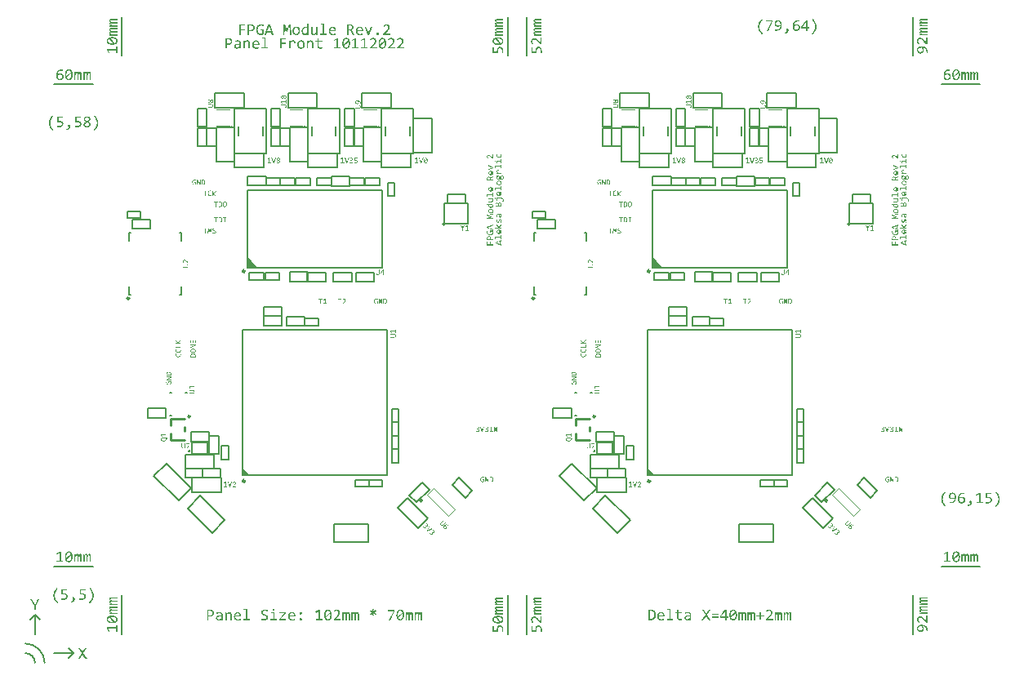
<source format=gbr>
G04*
G04 #@! TF.GenerationSoftware,Altium Limited,Altium Designer,22.4.2 (48)*
G04*
G04 Layer_Color=65535*
%FSAX24Y24*%
%MOIN*%
G70*
G04*
G04 #@! TF.SameCoordinates,4E959B50-07AF-4267-8529-F93DF6EB4111*
G04*
G04*
G04 #@! TF.FilePolarity,Positive*
G04*
G01*
G75*
%ADD11C,0.0039*%
%ADD13C,0.0050*%
%ADD42C,0.0100*%
%ADD57C,0.0079*%
%ADD58C,0.0098*%
%ADD59C,0.0061*%
G36*
X009640Y026073D02*
X009648Y026073D01*
X009658Y026072D01*
X009677Y026069D01*
X009678D01*
X009682Y026067D01*
X009687Y026066D01*
X009694Y026065D01*
X009701Y026063D01*
X009709Y026060D01*
X009718Y026057D01*
X009727Y026053D01*
Y025995D01*
X009726Y025995D01*
X009723Y025997D01*
X009719Y025999D01*
X009712Y026002D01*
X009705Y026005D01*
X009696Y026009D01*
X009687Y026012D01*
X009678Y026015D01*
X009677Y026015D01*
X009673Y026016D01*
X009669Y026017D01*
X009661Y026018D01*
X009653Y026019D01*
X009644Y026021D01*
X009634Y026021D01*
X009623Y026022D01*
X009618D01*
X009614Y026021D01*
X009611D01*
X009603Y026020D01*
X009594Y026018D01*
X009583Y026016D01*
X009573Y026013D01*
X009563Y026009D01*
X009562D01*
X009561Y026009D01*
X009558Y026007D01*
X009553Y026004D01*
X009547Y026000D01*
X009540Y025995D01*
X009533Y025989D01*
X009525Y025983D01*
X009518Y025975D01*
X009517Y025974D01*
X009515Y025971D01*
X009512Y025966D01*
X009507Y025960D01*
X009503Y025952D01*
X009499Y025943D01*
X009494Y025933D01*
X009490Y025922D01*
Y025921D01*
X009489Y025920D01*
X009489Y025918D01*
X009488Y025916D01*
X009488Y025914D01*
X009487Y025910D01*
X009486Y025902D01*
X009483Y025891D01*
X009482Y025879D01*
X009481Y025867D01*
X009481Y025852D01*
Y025852D01*
Y025851D01*
Y025849D01*
Y025846D01*
Y025843D01*
X009481Y025838D01*
X009482Y025829D01*
X009482Y025818D01*
X009484Y025806D01*
X009486Y025794D01*
X009488Y025782D01*
Y025781D01*
X009489Y025781D01*
X009489Y025779D01*
X009490Y025777D01*
X009492Y025771D01*
X009494Y025764D01*
X009498Y025755D01*
X009502Y025746D01*
X009507Y025738D01*
X009512Y025729D01*
X009513Y025728D01*
X009516Y025726D01*
X009519Y025722D01*
X009524Y025717D01*
X009530Y025711D01*
X009537Y025706D01*
X009546Y025701D01*
X009556Y025696D01*
X009556D01*
X009557Y025696D01*
X009558Y025695D01*
X009560Y025695D01*
X009566Y025692D01*
X009573Y025691D01*
X009582Y025689D01*
X009593Y025686D01*
X009605Y025685D01*
X009618Y025685D01*
X009626D01*
X009631Y025685D01*
X009632D01*
X009636Y025686D01*
X009640Y025686D01*
X009646Y025687D01*
X009647D01*
X009650Y025687D01*
X009654Y025689D01*
X009659Y025690D01*
X009660D01*
X009660Y025690D01*
X009664Y025691D01*
X009667Y025692D01*
X009672Y025693D01*
Y025831D01*
X009584D01*
Y025879D01*
X009730D01*
Y025659D01*
X009729D01*
X009727Y025658D01*
X009725Y025657D01*
X009721Y025655D01*
X009717Y025654D01*
X009712Y025652D01*
X009701Y025648D01*
X009700D01*
X009698Y025648D01*
X009695Y025647D01*
X009691Y025645D01*
X009687Y025644D01*
X009682Y025643D01*
X009670Y025640D01*
X009670D01*
X009667Y025639D01*
X009665Y025639D01*
X009661Y025638D01*
X009656Y025638D01*
X009651Y025637D01*
X009640Y025636D01*
X009639D01*
X009637Y025635D01*
X009634D01*
X009630Y025635D01*
X009625Y025634D01*
X009620D01*
X009610Y025633D01*
X009602D01*
X009598Y025634D01*
X009594D01*
X009589Y025635D01*
X009583Y025635D01*
X009571Y025637D01*
X009558Y025639D01*
X009544Y025643D01*
X009530Y025647D01*
X009530D01*
X009529Y025648D01*
X009527Y025649D01*
X009524Y025650D01*
X009522Y025651D01*
X009518Y025653D01*
X009510Y025657D01*
X009500Y025663D01*
X009491Y025670D01*
X009480Y025678D01*
X009470Y025687D01*
Y025688D01*
X009469Y025689D01*
X009468Y025690D01*
X009467Y025692D01*
X009464Y025695D01*
X009462Y025698D01*
X009457Y025706D01*
X009450Y025716D01*
X009444Y025727D01*
X009438Y025740D01*
X009433Y025755D01*
Y025756D01*
X009432Y025757D01*
X009432Y025759D01*
X009430Y025762D01*
X009429Y025766D01*
X009428Y025771D01*
X009427Y025776D01*
X009426Y025782D01*
X009425Y025788D01*
X009424Y025796D01*
X009422Y025811D01*
X009420Y025829D01*
X009420Y025849D01*
Y025849D01*
Y025851D01*
Y025853D01*
Y025857D01*
X009420Y025862D01*
Y025868D01*
X009421Y025874D01*
X009421Y025880D01*
X009423Y025895D01*
X009426Y025911D01*
X009429Y025927D01*
X009434Y025943D01*
Y025944D01*
X009435Y025945D01*
X009436Y025947D01*
X009437Y025950D01*
X009439Y025954D01*
X009440Y025958D01*
X009445Y025968D01*
X009451Y025979D01*
X009458Y025991D01*
X009466Y026003D01*
X009475Y026014D01*
X009476Y026015D01*
X009476Y026015D01*
X009478Y026017D01*
X009480Y026019D01*
X009486Y026024D01*
X009493Y026031D01*
X009503Y026038D01*
X009513Y026045D01*
X009526Y026052D01*
X009540Y026059D01*
X009540D01*
X009541Y026059D01*
X009543Y026060D01*
X009546Y026061D01*
X009550Y026063D01*
X009554Y026064D01*
X009559Y026065D01*
X009564Y026066D01*
X009576Y026069D01*
X009590Y026072D01*
X009606Y026073D01*
X009623Y026074D01*
X009633D01*
X009640Y026073D01*
D02*
G37*
G36*
X036831Y026243D02*
X036595D01*
X036595D01*
X036592D01*
X036590D01*
X036586D01*
X036578Y026242D01*
X036570Y026242D01*
X036569D01*
X036568D01*
X036567Y026241D01*
X036564Y026241D01*
X036560Y026240D01*
X036555Y026238D01*
X036554D01*
X036554Y026238D01*
X036551Y026236D01*
X036549Y026235D01*
X036546Y026232D01*
X036546Y026232D01*
X036545Y026230D01*
X036544Y026227D01*
X036544Y026224D01*
Y026223D01*
X036544Y026220D01*
X036545Y026216D01*
X036548Y026212D01*
X036549Y026211D01*
X036551Y026209D01*
X036555Y026205D01*
X036561Y026201D01*
X036561D01*
X036562Y026200D01*
X036564Y026199D01*
X036567Y026197D01*
X036570Y026195D01*
X036574Y026193D01*
X036579Y026191D01*
X036584Y026188D01*
X036585Y026187D01*
X036587Y026187D01*
X036590Y026185D01*
X036594Y026183D01*
X036599Y026181D01*
X036605Y026177D01*
X036613Y026175D01*
X036620Y026171D01*
X036831D01*
Y026114D01*
X036602D01*
X036601D01*
X036598D01*
X036595D01*
X036591D01*
X036582Y026113D01*
X036577D01*
X036573Y026113D01*
X036572D01*
X036571D01*
X036569Y026112D01*
X036566Y026111D01*
X036561Y026110D01*
X036555Y026109D01*
X036555D01*
X036554Y026108D01*
X036551Y026107D01*
X036549Y026105D01*
X036546Y026103D01*
X036546Y026102D01*
X036545Y026101D01*
X036544Y026098D01*
X036544Y026094D01*
Y026093D01*
X036544Y026091D01*
X036545Y026087D01*
X036548Y026084D01*
X036548Y026082D01*
X036550Y026080D01*
X036554Y026077D01*
X036560Y026073D01*
X036560D01*
X036561Y026072D01*
X036563Y026070D01*
X036566Y026069D01*
X036569Y026067D01*
X036573Y026064D01*
X036577Y026062D01*
X036583Y026059D01*
X036583Y026058D01*
X036585Y026058D01*
X036589Y026056D01*
X036593Y026054D01*
X036598Y026052D01*
X036604Y026049D01*
X036612Y026046D01*
X036620Y026042D01*
X036831D01*
Y025985D01*
X036502D01*
Y026032D01*
X036565Y026035D01*
X036564Y026036D01*
X036562Y026037D01*
X036558Y026038D01*
X036554Y026040D01*
X036549Y026043D01*
X036544Y026045D01*
X036533Y026051D01*
X036533Y026052D01*
X036531Y026053D01*
X036529Y026055D01*
X036526Y026056D01*
X036519Y026062D01*
X036512Y026068D01*
X036512Y026068D01*
X036511Y026069D01*
X036509Y026071D01*
X036508Y026073D01*
X036503Y026079D01*
X036500Y026086D01*
Y026087D01*
X036500Y026088D01*
X036499Y026090D01*
X036498Y026093D01*
X036497Y026099D01*
X036496Y026108D01*
Y026112D01*
X036497Y026117D01*
X036498Y026123D01*
X036501Y026129D01*
X036503Y026136D01*
X036508Y026143D01*
X036514Y026148D01*
X036514Y026149D01*
X036517Y026150D01*
X036521Y026152D01*
X036527Y026155D01*
X036534Y026158D01*
X036544Y026160D01*
X036555Y026162D01*
X036568Y026162D01*
X036567Y026163D01*
X036565Y026163D01*
X036562Y026165D01*
X036557Y026167D01*
X036553Y026169D01*
X036548Y026172D01*
X036538Y026177D01*
X036537Y026178D01*
X036536Y026179D01*
X036533Y026180D01*
X036530Y026182D01*
X036522Y026188D01*
X036515Y026194D01*
X036515Y026194D01*
X036514Y026196D01*
X036512Y026197D01*
X036510Y026199D01*
X036506Y026206D01*
X036501Y026213D01*
Y026214D01*
X036501Y026215D01*
X036500Y026217D01*
X036498Y026220D01*
X036498Y026224D01*
X036497Y026228D01*
X036496Y026238D01*
Y026240D01*
X036497Y026244D01*
X036498Y026247D01*
X036499Y026252D01*
X036501Y026257D01*
X036504Y026263D01*
X036508Y026269D01*
X036513Y026275D01*
X036520Y026281D01*
X036527Y026286D01*
X036537Y026291D01*
X036548Y026294D01*
X036560Y026298D01*
X036575Y026300D01*
X036583Y026300D01*
X036592D01*
X036831D01*
Y026243D01*
D02*
G37*
G36*
X003758Y026238D02*
X003521D01*
X003521D01*
X003518D01*
X003516D01*
X003512D01*
X003504Y026237D01*
X003496Y026236D01*
X003496D01*
X003494D01*
X003493Y026236D01*
X003491Y026235D01*
X003486Y026234D01*
X003481Y026233D01*
X003480D01*
X003480Y026232D01*
X003478Y026231D01*
X003475Y026229D01*
X003473Y026227D01*
X003472Y026226D01*
X003471Y026224D01*
X003470Y026222D01*
X003470Y026218D01*
Y026217D01*
X003470Y026215D01*
X003472Y026211D01*
X003474Y026206D01*
X003475Y026205D01*
X003477Y026203D01*
X003481Y026200D01*
X003487Y026196D01*
X003487D01*
X003488Y026194D01*
X003490Y026193D01*
X003493Y026192D01*
X003496Y026190D01*
X003500Y026187D01*
X003505Y026185D01*
X003510Y026182D01*
X003511Y026182D01*
X003513Y026181D01*
X003516Y026180D01*
X003520Y026177D01*
X003526Y026175D01*
X003532Y026172D01*
X003539Y026169D01*
X003546Y026165D01*
X003758D01*
Y026108D01*
X003528D01*
X003527D01*
X003524D01*
X003521D01*
X003517D01*
X003508Y026108D01*
X003503D01*
X003499Y026107D01*
X003498D01*
X003497D01*
X003495Y026107D01*
X003492Y026106D01*
X003487Y026105D01*
X003481Y026103D01*
X003481D01*
X003480Y026103D01*
X003478Y026102D01*
X003475Y026100D01*
X003473Y026097D01*
X003472Y026097D01*
X003471Y026095D01*
X003470Y026092D01*
X003470Y026089D01*
Y026087D01*
X003470Y026085D01*
X003472Y026082D01*
X003474Y026078D01*
X003474Y026077D01*
X003476Y026075D01*
X003480Y026072D01*
X003486Y026067D01*
X003486D01*
X003487Y026066D01*
X003489Y026065D01*
X003492Y026063D01*
X003495Y026061D01*
X003499Y026059D01*
X003503Y026056D01*
X003509Y026054D01*
X003509Y026053D01*
X003511Y026052D01*
X003515Y026051D01*
X003519Y026049D01*
X003524Y026046D01*
X003530Y026043D01*
X003538Y026040D01*
X003546Y026037D01*
X003758D01*
Y025979D01*
X003428D01*
Y026027D01*
X003491Y026030D01*
X003490Y026030D01*
X003488Y026031D01*
X003485Y026033D01*
X003480Y026035D01*
X003475Y026037D01*
X003470Y026040D01*
X003460Y026046D01*
X003459Y026046D01*
X003457Y026048D01*
X003455Y026049D01*
X003452Y026051D01*
X003445Y026056D01*
X003438Y026062D01*
X003438Y026063D01*
X003437Y026064D01*
X003435Y026066D01*
X003434Y026068D01*
X003429Y026074D01*
X003426Y026081D01*
Y026081D01*
X003426Y026082D01*
X003425Y026085D01*
X003424Y026087D01*
X003423Y026094D01*
X003422Y026102D01*
Y026107D01*
X003423Y026111D01*
X003425Y026117D01*
X003427Y026124D01*
X003429Y026131D01*
X003434Y026137D01*
X003440Y026143D01*
X003440Y026143D01*
X003443Y026145D01*
X003447Y026147D01*
X003453Y026150D01*
X003461Y026152D01*
X003470Y026155D01*
X003481Y026156D01*
X003494Y026157D01*
X003493Y026157D01*
X003491Y026158D01*
X003488Y026159D01*
X003484Y026162D01*
X003479Y026164D01*
X003474Y026167D01*
X003464Y026172D01*
X003463Y026173D01*
X003462Y026173D01*
X003459Y026175D01*
X003456Y026177D01*
X003449Y026182D01*
X003441Y026188D01*
X003441Y026189D01*
X003440Y026190D01*
X003438Y026192D01*
X003436Y026194D01*
X003432Y026200D01*
X003427Y026208D01*
Y026208D01*
X003427Y026210D01*
X003426Y026212D01*
X003425Y026215D01*
X003424Y026218D01*
X003423Y026222D01*
X003422Y026232D01*
Y026235D01*
X003423Y026238D01*
X003424Y026242D01*
X003425Y026247D01*
X003427Y026252D01*
X003431Y026258D01*
X003434Y026264D01*
X003439Y026269D01*
X003446Y026275D01*
X003453Y026280D01*
X003463Y026285D01*
X003474Y026289D01*
X003486Y026292D01*
X003501Y026294D01*
X003509Y026295D01*
X003518D01*
X003758D01*
Y026238D01*
D02*
G37*
G36*
X021080Y026230D02*
X020844D01*
X020843D01*
X020841D01*
X020839D01*
X020835D01*
X020827Y026230D01*
X020819Y026229D01*
X020818D01*
X020817D01*
X020816Y026229D01*
X020813Y026228D01*
X020809Y026227D01*
X020804Y026225D01*
X020803D01*
X020803Y026225D01*
X020800Y026224D01*
X020798Y026222D01*
X020795Y026219D01*
X020795Y026219D01*
X020794Y026217D01*
X020793Y026214D01*
X020793Y026211D01*
Y026210D01*
X020793Y026207D01*
X020794Y026203D01*
X020797Y026199D01*
X020798Y026198D01*
X020800Y026196D01*
X020804Y026193D01*
X020810Y026188D01*
X020810D01*
X020811Y026187D01*
X020813Y026186D01*
X020816Y026184D01*
X020819Y026182D01*
X020823Y026180D01*
X020828Y026178D01*
X020833Y026175D01*
X020834Y026174D01*
X020836Y026174D01*
X020839Y026172D01*
X020843Y026170D01*
X020848Y026168D01*
X020854Y026165D01*
X020861Y026162D01*
X020869Y026158D01*
X021080D01*
Y026101D01*
X020851D01*
X020850D01*
X020847D01*
X020844D01*
X020840D01*
X020831Y026100D01*
X020826D01*
X020822Y026100D01*
X020821D01*
X020820D01*
X020818Y026099D01*
X020815Y026099D01*
X020810Y026098D01*
X020804Y026096D01*
X020804D01*
X020803Y026095D01*
X020800Y026094D01*
X020798Y026093D01*
X020795Y026090D01*
X020795Y026089D01*
X020794Y026088D01*
X020793Y026085D01*
X020793Y026081D01*
Y026080D01*
X020793Y026078D01*
X020794Y026075D01*
X020797Y026071D01*
X020797Y026070D01*
X020799Y026067D01*
X020803Y026064D01*
X020809Y026060D01*
X020809D01*
X020810Y026059D01*
X020812Y026058D01*
X020815Y026056D01*
X020818Y026054D01*
X020822Y026052D01*
X020826Y026049D01*
X020831Y026046D01*
X020832Y026046D01*
X020834Y026045D01*
X020837Y026043D01*
X020842Y026041D01*
X020847Y026039D01*
X020853Y026036D01*
X020861Y026033D01*
X020869Y026029D01*
X021080D01*
Y025972D01*
X020751D01*
Y026019D01*
X020814Y026022D01*
X020813Y026023D01*
X020811Y026024D01*
X020807Y026025D01*
X020803Y026028D01*
X020798Y026030D01*
X020793Y026033D01*
X020782Y026039D01*
X020782Y026039D01*
X020780Y026040D01*
X020778Y026042D01*
X020775Y026043D01*
X020768Y026049D01*
X020761Y026055D01*
X020760Y026055D01*
X020760Y026057D01*
X020758Y026058D01*
X020757Y026060D01*
X020752Y026066D01*
X020749Y026073D01*
Y026074D01*
X020748Y026075D01*
X020748Y026077D01*
X020747Y026080D01*
X020746Y026087D01*
X020745Y026095D01*
Y026099D01*
X020746Y026104D01*
X020747Y026110D01*
X020750Y026117D01*
X020752Y026123D01*
X020757Y026130D01*
X020763Y026135D01*
X020763Y026136D01*
X020766Y026137D01*
X020770Y026140D01*
X020776Y026142D01*
X020783Y026145D01*
X020793Y026147D01*
X020804Y026149D01*
X020817Y026149D01*
X020816Y026150D01*
X020814Y026150D01*
X020811Y026152D01*
X020806Y026154D01*
X020802Y026156D01*
X020797Y026159D01*
X020787Y026165D01*
X020786Y026165D01*
X020785Y026166D01*
X020782Y026167D01*
X020779Y026170D01*
X020771Y026175D01*
X020764Y026181D01*
X020764Y026182D01*
X020763Y026183D01*
X020761Y026184D01*
X020759Y026187D01*
X020754Y026193D01*
X020750Y026200D01*
Y026201D01*
X020750Y026202D01*
X020748Y026205D01*
X020747Y026207D01*
X020747Y026211D01*
X020746Y026215D01*
X020745Y026225D01*
Y026227D01*
X020746Y026231D01*
X020747Y026235D01*
X020748Y026239D01*
X020750Y026244D01*
X020753Y026250D01*
X020757Y026256D01*
X020762Y026262D01*
X020769Y026268D01*
X020776Y026273D01*
X020786Y026278D01*
X020797Y026282D01*
X020809Y026285D01*
X020824Y026287D01*
X020832Y026288D01*
X020841D01*
X021080D01*
Y026230D01*
D02*
G37*
G36*
X019506D02*
X019269D01*
X019269D01*
X019266D01*
X019264D01*
X019260D01*
X019252Y026230D01*
X019244Y026229D01*
X019244D01*
X019242D01*
X019241Y026229D01*
X019239Y026228D01*
X019234Y026227D01*
X019229Y026225D01*
X019228D01*
X019228Y026225D01*
X019226Y026224D01*
X019223Y026222D01*
X019221Y026219D01*
X019220Y026219D01*
X019219Y026217D01*
X019218Y026214D01*
X019218Y026211D01*
Y026210D01*
X019218Y026207D01*
X019220Y026203D01*
X019222Y026199D01*
X019223Y026198D01*
X019225Y026196D01*
X019229Y026193D01*
X019235Y026188D01*
X019235D01*
X019236Y026187D01*
X019238Y026186D01*
X019241Y026184D01*
X019244Y026182D01*
X019248Y026180D01*
X019253Y026178D01*
X019258Y026175D01*
X019259Y026174D01*
X019261Y026174D01*
X019264Y026172D01*
X019268Y026170D01*
X019274Y026168D01*
X019280Y026165D01*
X019287Y026162D01*
X019294Y026158D01*
X019506D01*
Y026101D01*
X019276D01*
X019275D01*
X019273D01*
X019269D01*
X019265D01*
X019256Y026100D01*
X019251D01*
X019247Y026100D01*
X019246D01*
X019245D01*
X019243Y026099D01*
X019240Y026099D01*
X019235Y026098D01*
X019229Y026096D01*
X019229D01*
X019228Y026095D01*
X019226Y026094D01*
X019223Y026093D01*
X019221Y026090D01*
X019220Y026089D01*
X019219Y026088D01*
X019218Y026085D01*
X019218Y026081D01*
Y026080D01*
X019218Y026078D01*
X019220Y026075D01*
X019222Y026071D01*
X019222Y026070D01*
X019224Y026067D01*
X019228Y026064D01*
X019234Y026060D01*
X019234D01*
X019235Y026059D01*
X019237Y026058D01*
X019240Y026056D01*
X019243Y026054D01*
X019247Y026052D01*
X019251Y026049D01*
X019257Y026046D01*
X019257Y026046D01*
X019259Y026045D01*
X019263Y026043D01*
X019267Y026041D01*
X019273Y026039D01*
X019279Y026036D01*
X019286Y026033D01*
X019294Y026029D01*
X019506D01*
Y025972D01*
X019176D01*
Y026019D01*
X019239Y026022D01*
X019238Y026023D01*
X019236Y026024D01*
X019233Y026025D01*
X019228Y026028D01*
X019223Y026030D01*
X019218Y026033D01*
X019208Y026039D01*
X019207Y026039D01*
X019205Y026040D01*
X019203Y026042D01*
X019200Y026043D01*
X019193Y026049D01*
X019186Y026055D01*
X019186Y026055D01*
X019185Y026057D01*
X019183Y026058D01*
X019182Y026060D01*
X019177Y026066D01*
X019174Y026073D01*
Y026074D01*
X019174Y026075D01*
X019173Y026077D01*
X019172Y026080D01*
X019171Y026087D01*
X019170Y026095D01*
Y026099D01*
X019171Y026104D01*
X019173Y026110D01*
X019175Y026117D01*
X019177Y026123D01*
X019182Y026130D01*
X019188Y026135D01*
X019188Y026136D01*
X019191Y026137D01*
X019196Y026140D01*
X019201Y026142D01*
X019209Y026145D01*
X019218Y026147D01*
X019229Y026149D01*
X019242Y026149D01*
X019241Y026150D01*
X019239Y026150D01*
X019236Y026152D01*
X019232Y026154D01*
X019227Y026156D01*
X019222Y026159D01*
X019212Y026165D01*
X019211Y026165D01*
X019210Y026166D01*
X019207Y026167D01*
X019204Y026170D01*
X019197Y026175D01*
X019190Y026181D01*
X019189Y026182D01*
X019188Y026183D01*
X019186Y026184D01*
X019184Y026187D01*
X019180Y026193D01*
X019175Y026200D01*
Y026201D01*
X019175Y026202D01*
X019174Y026205D01*
X019173Y026207D01*
X019172Y026211D01*
X019171Y026215D01*
X019170Y026225D01*
Y026227D01*
X019171Y026231D01*
X019172Y026235D01*
X019173Y026239D01*
X019175Y026244D01*
X019179Y026250D01*
X019182Y026256D01*
X019187Y026262D01*
X019194Y026268D01*
X019202Y026273D01*
X019211Y026278D01*
X019222Y026282D01*
X019234Y026285D01*
X019249Y026287D01*
X019257Y026288D01*
X019266D01*
X019506D01*
Y026230D01*
D02*
G37*
G36*
X011558Y025639D02*
X011507D01*
X011505Y025701D01*
Y025701D01*
X011504Y025699D01*
X011503Y025698D01*
X011500Y025696D01*
X011495Y025689D01*
X011489Y025682D01*
X011482Y025673D01*
X011473Y025665D01*
X011463Y025657D01*
X011453Y025650D01*
X011452D01*
X011452Y025649D01*
X011450Y025648D01*
X011448Y025647D01*
X011442Y025645D01*
X011435Y025642D01*
X011426Y025639D01*
X011416Y025636D01*
X011405Y025634D01*
X011393Y025633D01*
X011388D01*
X011382Y025634D01*
X011376Y025635D01*
X011368Y025636D01*
X011359Y025638D01*
X011351Y025641D01*
X011343Y025645D01*
X011341Y025645D01*
X011339Y025647D01*
X011335Y025650D01*
X011330Y025654D01*
X011325Y025659D01*
X011319Y025664D01*
X011313Y025671D01*
X011307Y025678D01*
X011307Y025679D01*
X011305Y025682D01*
X011302Y025686D01*
X011299Y025692D01*
X011296Y025700D01*
X011292Y025709D01*
X011288Y025719D01*
X011286Y025730D01*
Y025730D01*
X011285Y025731D01*
Y025733D01*
X011285Y025735D01*
X011284Y025738D01*
X011284Y025741D01*
X011283Y025749D01*
X011281Y025760D01*
X011280Y025771D01*
X011279Y025784D01*
X011279Y025797D01*
Y025797D01*
Y025798D01*
Y025801D01*
Y025804D01*
X011279Y025808D01*
Y025812D01*
X011280Y025822D01*
X011281Y025833D01*
X011284Y025846D01*
X011286Y025859D01*
X011290Y025871D01*
Y025872D01*
X011291Y025873D01*
X011291Y025875D01*
X011292Y025877D01*
X011295Y025883D01*
X011298Y025891D01*
X011303Y025899D01*
X011309Y025909D01*
X011315Y025918D01*
X011322Y025927D01*
X011323Y025928D01*
X011326Y025930D01*
X011331Y025934D01*
X011337Y025939D01*
X011344Y025945D01*
X011353Y025950D01*
X011363Y025956D01*
X011373Y025960D01*
X011374D01*
X011375Y025961D01*
X011376Y025962D01*
X011379Y025962D01*
X011381Y025963D01*
X011385Y025964D01*
X011393Y025966D01*
X011403Y025969D01*
X011414Y025971D01*
X011427Y025972D01*
X011440Y025972D01*
X011450D01*
X011454Y025972D01*
X011459Y025971D01*
X011470Y025970D01*
X011471D01*
X011473Y025970D01*
X011476Y025969D01*
X011480Y025969D01*
X011485Y025968D01*
X011489Y025966D01*
X011501Y025964D01*
Y026103D01*
X011558D01*
Y025639D01*
D02*
G37*
G36*
X010858D02*
X010801D01*
X010793Y025907D01*
X010789Y026009D01*
X010769Y025950D01*
X010705Y025779D01*
X010665D01*
X010605Y025943D01*
X010585Y026009D01*
X010584Y025903D01*
X010576Y025639D01*
X010521D01*
X010542Y026068D01*
X010611D01*
X010669Y025906D01*
X010687Y025852D01*
X010705Y025906D01*
X010767Y026068D01*
X010838D01*
X010858Y025639D01*
D02*
G37*
G36*
X031935Y025954D02*
X032008D01*
Y025904D01*
X031935D01*
Y025809D01*
X031876D01*
Y025904D01*
X031670D01*
Y025954D01*
X031852Y026238D01*
X031935D01*
Y025954D01*
D02*
G37*
G36*
X030740Y026243D02*
X030748Y026243D01*
X030757Y026241D01*
X030767Y026239D01*
X030777Y026237D01*
X030788Y026233D01*
X030788D01*
X030789Y026232D01*
X030792Y026230D01*
X030797Y026228D01*
X030804Y026224D01*
X030811Y026220D01*
X030819Y026214D01*
X030827Y026207D01*
X030835Y026199D01*
X030836Y026198D01*
X030838Y026194D01*
X030841Y026190D01*
X030846Y026182D01*
X030851Y026174D01*
X030856Y026163D01*
X030861Y026151D01*
X030865Y026138D01*
Y026137D01*
X030866Y026136D01*
X030866Y026134D01*
X030867Y026131D01*
X030868Y026127D01*
X030869Y026123D01*
X030870Y026118D01*
X030871Y026113D01*
X030872Y026106D01*
X030873Y026099D01*
X030874Y026092D01*
X030875Y026084D01*
X030876Y026066D01*
X030877Y026047D01*
Y026047D01*
Y026044D01*
Y026041D01*
Y026037D01*
X030876Y026031D01*
Y026025D01*
X030875Y026018D01*
X030875Y026010D01*
X030873Y025994D01*
X030870Y025976D01*
X030866Y025957D01*
X030861Y025939D01*
Y025939D01*
X030861Y025937D01*
X030860Y025935D01*
X030859Y025932D01*
X030857Y025928D01*
X030855Y025924D01*
X030850Y025913D01*
X030844Y025901D01*
X030836Y025889D01*
X030827Y025877D01*
X030817Y025865D01*
X030816Y025865D01*
X030815Y025864D01*
X030814Y025862D01*
X030811Y025860D01*
X030808Y025858D01*
X030805Y025855D01*
X030801Y025852D01*
X030796Y025849D01*
X030786Y025842D01*
X030773Y025835D01*
X030759Y025829D01*
X030743Y025823D01*
X030743D01*
X030741Y025822D01*
X030739Y025822D01*
X030736Y025820D01*
X030731Y025819D01*
X030726Y025818D01*
X030721Y025817D01*
X030714Y025816D01*
X030707Y025814D01*
X030700Y025813D01*
X030691Y025812D01*
X030683Y025811D01*
X030664Y025810D01*
X030643Y025809D01*
X030607D01*
Y025859D01*
X030658D01*
X030662Y025859D01*
X030672Y025860D01*
X030683Y025861D01*
X030695Y025862D01*
X030708Y025864D01*
X030720Y025867D01*
X030720D01*
X030722Y025867D01*
X030723Y025868D01*
X030725Y025868D01*
X030731Y025871D01*
X030738Y025873D01*
X030746Y025877D01*
X030755Y025881D01*
X030763Y025886D01*
X030771Y025892D01*
X030772Y025893D01*
X030774Y025895D01*
X030778Y025899D01*
X030783Y025903D01*
X030788Y025909D01*
X030793Y025916D01*
X030798Y025924D01*
X030802Y025932D01*
Y025933D01*
X030803Y025933D01*
X030804Y025937D01*
X030806Y025942D01*
X030808Y025948D01*
X030811Y025956D01*
X030813Y025966D01*
X030815Y025976D01*
X030816Y025987D01*
X030818Y026001D01*
X030817Y026000D01*
X030814Y025998D01*
X030809Y025996D01*
X030804Y025994D01*
X030797Y025990D01*
X030789Y025987D01*
X030779Y025984D01*
X030770Y025981D01*
X030769D01*
X030768Y025980D01*
X030767D01*
X030765Y025980D01*
X030760Y025979D01*
X030752Y025978D01*
X030744Y025976D01*
X030734Y025975D01*
X030723Y025974D01*
X030712Y025974D01*
X030706D01*
X030700Y025974D01*
X030692Y025975D01*
X030683Y025976D01*
X030673Y025978D01*
X030664Y025980D01*
X030654Y025983D01*
X030653Y025984D01*
X030651Y025985D01*
X030646Y025987D01*
X030640Y025990D01*
X030634Y025994D01*
X030627Y025998D01*
X030620Y026003D01*
X030613Y026009D01*
X030613Y026010D01*
X030611Y026013D01*
X030608Y026016D01*
X030605Y026021D01*
X030601Y026027D01*
X030596Y026034D01*
X030593Y026042D01*
X030589Y026050D01*
Y026051D01*
X030589Y026051D01*
X030588Y026055D01*
X030587Y026059D01*
X030586Y026066D01*
X030584Y026073D01*
X030582Y026081D01*
X030582Y026091D01*
X030581Y026101D01*
Y026102D01*
Y026102D01*
Y026104D01*
Y026106D01*
X030582Y026112D01*
X030582Y026119D01*
X030584Y026128D01*
X030586Y026137D01*
X030588Y026147D01*
X030592Y026157D01*
Y026157D01*
X030592Y026158D01*
X030594Y026161D01*
X030596Y026166D01*
X030600Y026172D01*
X030604Y026179D01*
X030609Y026186D01*
X030615Y026194D01*
X030622Y026202D01*
X030623Y026203D01*
X030625Y026205D01*
X030630Y026208D01*
X030635Y026213D01*
X030642Y026218D01*
X030650Y026223D01*
X030659Y026228D01*
X030669Y026232D01*
X030669D01*
X030670Y026233D01*
X030671Y026233D01*
X030673Y026234D01*
X030679Y026236D01*
X030687Y026238D01*
X030695Y026240D01*
X030706Y026242D01*
X030717Y026243D01*
X030729Y026244D01*
X030734D01*
X030740Y026243D01*
D02*
G37*
G36*
X030507Y026185D02*
X030327Y025809D01*
X030262D01*
X030449Y026185D01*
X030218D01*
Y026238D01*
X030507D01*
Y026185D01*
D02*
G37*
G36*
X031589Y026188D02*
X031533D01*
X031529Y026187D01*
X031520Y026187D01*
X031509Y026186D01*
X031498Y026184D01*
X031487Y026182D01*
X031476Y026179D01*
X031476D01*
X031475Y026178D01*
X031472Y026177D01*
X031466Y026175D01*
X031460Y026172D01*
X031453Y026168D01*
X031444Y026164D01*
X031437Y026158D01*
X031429Y026152D01*
X031428Y026152D01*
X031426Y026150D01*
X031423Y026146D01*
X031418Y026141D01*
X031413Y026135D01*
X031408Y026128D01*
X031404Y026121D01*
X031400Y026112D01*
X031399Y026111D01*
X031398Y026108D01*
X031396Y026103D01*
X031394Y026097D01*
X031393Y026089D01*
X031390Y026080D01*
X031388Y026070D01*
X031387Y026059D01*
X031386Y026047D01*
X031387Y026047D01*
X031390Y026049D01*
X031394Y026051D01*
X031400Y026054D01*
X031406Y026056D01*
X031414Y026060D01*
X031423Y026063D01*
X031433Y026066D01*
X031434D01*
X031434Y026066D01*
X031436D01*
X031438Y026067D01*
X031443Y026068D01*
X031450Y026069D01*
X031459Y026071D01*
X031470Y026072D01*
X031480Y026073D01*
X031492Y026073D01*
X031497D01*
X031503Y026073D01*
X031512Y026072D01*
X031520Y026071D01*
X031530Y026069D01*
X031539Y026067D01*
X031549Y026063D01*
X031549D01*
X031550Y026063D01*
X031553Y026062D01*
X031557Y026060D01*
X031563Y026057D01*
X031569Y026053D01*
X031576Y026049D01*
X031583Y026043D01*
X031589Y026037D01*
X031590Y026037D01*
X031592Y026034D01*
X031595Y026031D01*
X031598Y026026D01*
X031602Y026020D01*
X031607Y026013D01*
X031610Y026005D01*
X031614Y025996D01*
X031614Y025995D01*
X031615Y025992D01*
X031616Y025988D01*
X031618Y025981D01*
X031620Y025973D01*
X031621Y025965D01*
X031622Y025955D01*
X031622Y025944D01*
Y025944D01*
Y025943D01*
Y025942D01*
Y025939D01*
X031622Y025933D01*
X031621Y025926D01*
X031620Y025918D01*
X031618Y025908D01*
X031615Y025899D01*
X031612Y025889D01*
Y025888D01*
X031611Y025888D01*
X031609Y025884D01*
X031607Y025879D01*
X031604Y025873D01*
X031600Y025866D01*
X031594Y025859D01*
X031588Y025852D01*
X031581Y025844D01*
X031580Y025843D01*
X031578Y025841D01*
X031573Y025837D01*
X031568Y025833D01*
X031561Y025828D01*
X031553Y025823D01*
X031543Y025818D01*
X031533Y025814D01*
X031533D01*
X031532Y025813D01*
X031531Y025813D01*
X031529Y025812D01*
X031523Y025811D01*
X031515Y025808D01*
X031507Y025806D01*
X031496Y025805D01*
X031485Y025804D01*
X031472Y025803D01*
X031466D01*
X031463Y025804D01*
X031460D01*
X031451Y025805D01*
X031441Y025806D01*
X031431Y025807D01*
X031420Y025810D01*
X031409Y025814D01*
X031409D01*
X031408Y025814D01*
X031405Y025816D01*
X031400Y025819D01*
X031394Y025823D01*
X031387Y025828D01*
X031379Y025834D01*
X031371Y025841D01*
X031364Y025849D01*
Y025849D01*
X031364Y025850D01*
X031361Y025853D01*
X031358Y025858D01*
X031354Y025865D01*
X031349Y025873D01*
X031345Y025884D01*
X031340Y025895D01*
X031336Y025908D01*
Y025908D01*
X031336Y025909D01*
X031335Y025912D01*
X031335Y025914D01*
X031334Y025918D01*
X031334Y025922D01*
X031332Y025926D01*
X031332Y025932D01*
X031331Y025938D01*
X031330Y025944D01*
X031329Y025959D01*
X031328Y025975D01*
X031327Y025992D01*
Y025993D01*
Y025994D01*
Y025996D01*
Y025998D01*
Y026001D01*
Y026004D01*
X031328Y026013D01*
X031328Y026022D01*
X031329Y026033D01*
X031330Y026044D01*
X031331Y026056D01*
Y026056D01*
Y026057D01*
X031331Y026059D01*
X031332Y026061D01*
X031333Y026067D01*
X031334Y026075D01*
X031336Y026084D01*
X031339Y026093D01*
X031345Y026114D01*
Y026115D01*
X031346Y026115D01*
X031347Y026119D01*
X031349Y026124D01*
X031352Y026131D01*
X031356Y026138D01*
X031360Y026147D01*
X031365Y026155D01*
X031371Y026164D01*
X031372Y026165D01*
X031374Y026168D01*
X031378Y026172D01*
X031383Y026178D01*
X031389Y026184D01*
X031395Y026190D01*
X031403Y026197D01*
X031412Y026203D01*
X031413D01*
X031413Y026203D01*
X031417Y026205D01*
X031421Y026208D01*
X031429Y026212D01*
X031437Y026216D01*
X031447Y026221D01*
X031458Y026224D01*
X031470Y026228D01*
X031470D01*
X031471Y026229D01*
X031473Y026229D01*
X031476Y026230D01*
X031479Y026230D01*
X031483Y026231D01*
X031487Y026232D01*
X031492Y026233D01*
X031503Y026235D01*
X031516Y026236D01*
X031531Y026237D01*
X031547Y026238D01*
X031589D01*
Y026188D01*
D02*
G37*
G36*
X014043Y025639D02*
X013978D01*
X013849Y025969D01*
X013914D01*
X013994Y025750D01*
X014011Y025697D01*
X014029Y025752D01*
X014109Y025969D01*
X014172D01*
X014043Y025639D01*
D02*
G37*
G36*
X031103Y025914D02*
X031110Y025912D01*
X031117Y025909D01*
X031118D01*
X031119Y025908D01*
X031121Y025907D01*
X031124Y025906D01*
X031130Y025901D01*
X031136Y025895D01*
X031136Y025894D01*
X031138Y025893D01*
X031139Y025891D01*
X031141Y025888D01*
X031142Y025884D01*
X031145Y025880D01*
X031147Y025876D01*
X031149Y025870D01*
Y025870D01*
X031150Y025867D01*
X031151Y025865D01*
X031152Y025860D01*
X031152Y025855D01*
X031153Y025849D01*
X031154Y025843D01*
Y025836D01*
Y025835D01*
Y025835D01*
Y025831D01*
X031153Y025826D01*
X031153Y025819D01*
X031151Y025811D01*
X031150Y025802D01*
X031147Y025793D01*
X031144Y025784D01*
X031143Y025783D01*
X031142Y025780D01*
X031139Y025775D01*
X031136Y025769D01*
X031132Y025762D01*
X031127Y025754D01*
X031121Y025747D01*
X031114Y025740D01*
X031112Y025739D01*
X031110Y025736D01*
X031106Y025733D01*
X031100Y025728D01*
X031093Y025723D01*
X031085Y025718D01*
X031075Y025713D01*
X031064Y025709D01*
X031064D01*
X031063Y025708D01*
X031062Y025707D01*
X031059Y025707D01*
X031056Y025706D01*
X031053Y025705D01*
X031045Y025703D01*
X031035Y025701D01*
X031023Y025699D01*
X031010Y025698D01*
X030996Y025697D01*
Y025742D01*
X031006D01*
X031011Y025742D01*
X031016Y025743D01*
X031028Y025745D01*
X031028D01*
X031031Y025746D01*
X031033Y025747D01*
X031037Y025748D01*
X031041Y025749D01*
X031046Y025751D01*
X031056Y025755D01*
X031056Y025756D01*
X031058Y025757D01*
X031060Y025758D01*
X031063Y025760D01*
X031069Y025766D01*
X031075Y025773D01*
X031075Y025774D01*
X031076Y025775D01*
X031077Y025777D01*
X031079Y025781D01*
X031080Y025784D01*
X031081Y025788D01*
X031081Y025792D01*
X031082Y025797D01*
Y025798D01*
Y025799D01*
Y025802D01*
X031081Y025805D01*
X031080Y025812D01*
X031077Y025819D01*
Y025819D01*
X031076Y025820D01*
X031075Y025822D01*
X031074Y025824D01*
X031071Y025829D01*
X031067Y025835D01*
Y025835D01*
X031066Y025836D01*
X031063Y025839D01*
X031060Y025844D01*
X031056Y025850D01*
Y025850D01*
X031055Y025852D01*
X031055Y025853D01*
X031053Y025856D01*
X031053Y025859D01*
X031052Y025862D01*
X031051Y025867D01*
Y025872D01*
Y025872D01*
Y025873D01*
X031052Y025876D01*
X031052Y025881D01*
X031053Y025886D01*
Y025887D01*
X031054Y025887D01*
X031056Y025890D01*
X031058Y025895D01*
X031062Y025900D01*
Y025900D01*
X031063Y025901D01*
X031066Y025903D01*
X031070Y025907D01*
X031075Y025910D01*
X031076D01*
X031077Y025911D01*
X031079Y025912D01*
X031081Y025912D01*
X031087Y025914D01*
X031096Y025914D01*
X031100D01*
X031103Y025914D01*
D02*
G37*
G36*
X011930Y025639D02*
X011878D01*
X011876Y025692D01*
X011875Y025692D01*
X011873Y025690D01*
X011871Y025686D01*
X011867Y025683D01*
X011862Y025678D01*
X011858Y025673D01*
X011848Y025664D01*
X011847Y025663D01*
X011845Y025662D01*
X011843Y025660D01*
X011839Y025657D01*
X011836Y025655D01*
X011831Y025651D01*
X011821Y025646D01*
X011821D01*
X011819Y025645D01*
X011816Y025644D01*
X011813Y025642D01*
X011809Y025641D01*
X011804Y025639D01*
X011795Y025637D01*
X011794D01*
X011792Y025636D01*
X011790Y025636D01*
X011786Y025635D01*
X011782Y025635D01*
X011777Y025634D01*
X011767Y025633D01*
X011762D01*
X011759Y025634D01*
X011754Y025635D01*
X011749Y025635D01*
X011738Y025637D01*
X011726Y025641D01*
X011713Y025646D01*
X011707Y025649D01*
X011701Y025653D01*
X011695Y025658D01*
X011690Y025663D01*
Y025663D01*
X011689Y025665D01*
X011688Y025666D01*
X011687Y025668D01*
X011684Y025672D01*
X011682Y025675D01*
X011680Y025680D01*
X011678Y025685D01*
X011675Y025691D01*
X011673Y025698D01*
X011671Y025705D01*
X011669Y025714D01*
X011667Y025722D01*
X011666Y025732D01*
X011665Y025742D01*
X011665Y025753D01*
Y025969D01*
X011722D01*
Y025757D01*
Y025756D01*
Y025754D01*
X011723Y025750D01*
X011723Y025745D01*
X011724Y025740D01*
X011725Y025733D01*
X011727Y025727D01*
X011729Y025720D01*
X011732Y025713D01*
X011736Y025706D01*
X011741Y025699D01*
X011746Y025694D01*
X011753Y025689D01*
X011760Y025685D01*
X011769Y025683D01*
X011779Y025682D01*
X011783D01*
X011785Y025683D01*
X011792Y025683D01*
X011799Y025685D01*
X011800D01*
X011801Y025685D01*
X011803Y025686D01*
X011806Y025687D01*
X011812Y025691D01*
X011820Y025696D01*
X011820Y025696D01*
X011822Y025697D01*
X011824Y025699D01*
X011827Y025701D01*
X011831Y025704D01*
X011834Y025708D01*
X011839Y025712D01*
X011844Y025716D01*
X011844Y025717D01*
X011846Y025719D01*
X011849Y025722D01*
X011852Y025726D01*
X011856Y025730D01*
X011861Y025736D01*
X011866Y025743D01*
X011872Y025750D01*
Y025969D01*
X011930D01*
Y025639D01*
D02*
G37*
G36*
X032146Y026297D02*
X032147Y026295D01*
X032149Y026293D01*
X032152Y026291D01*
X032155Y026287D01*
X032159Y026283D01*
X032164Y026278D01*
X032168Y026273D01*
X032174Y026266D01*
X032180Y026259D01*
X032186Y026252D01*
X032193Y026244D01*
X032200Y026235D01*
X032207Y026226D01*
X032221Y026205D01*
X032234Y026184D01*
X032248Y026160D01*
X032261Y026134D01*
X032273Y026107D01*
X032278Y026092D01*
X032282Y026078D01*
X032286Y026063D01*
X032290Y026048D01*
X032292Y026033D01*
X032295Y026017D01*
X032296Y026001D01*
X032296Y025985D01*
Y025985D01*
Y025984D01*
Y025982D01*
Y025979D01*
Y025976D01*
X032296Y025972D01*
X032295Y025963D01*
X032295Y025952D01*
X032293Y025939D01*
X032291Y025926D01*
X032289Y025912D01*
Y025911D01*
X032288Y025910D01*
Y025908D01*
X032287Y025905D01*
X032286Y025902D01*
X032285Y025897D01*
X032284Y025893D01*
X032283Y025888D01*
X032279Y025876D01*
X032275Y025863D01*
X032270Y025849D01*
X032264Y025834D01*
Y025834D01*
X032263Y025832D01*
X032262Y025830D01*
X032261Y025828D01*
X032259Y025824D01*
X032257Y025819D01*
X032254Y025814D01*
X032251Y025810D01*
X032245Y025798D01*
X032237Y025784D01*
X032227Y025769D01*
X032217Y025754D01*
X032216Y025753D01*
X032216Y025752D01*
X032214Y025750D01*
X032212Y025747D01*
X032209Y025743D01*
X032206Y025739D01*
X032202Y025734D01*
X032197Y025728D01*
X032186Y025716D01*
X032174Y025702D01*
X032159Y025687D01*
X032143Y025671D01*
X032111Y025705D01*
X032111Y025706D01*
X032113Y025708D01*
X032117Y025712D01*
X032121Y025716D01*
X032126Y025722D01*
X032132Y025729D01*
X032139Y025737D01*
X032146Y025746D01*
X032154Y025755D01*
X032161Y025765D01*
X032170Y025776D01*
X032177Y025788D01*
X032192Y025812D01*
X032200Y025824D01*
X032206Y025837D01*
X032206Y025837D01*
X032207Y025840D01*
X032208Y025844D01*
X032210Y025849D01*
X032213Y025855D01*
X032215Y025862D01*
X032219Y025871D01*
X032221Y025881D01*
X032224Y025891D01*
X032227Y025902D01*
X032230Y025914D01*
X032232Y025927D01*
X032234Y025939D01*
X032236Y025953D01*
X032237Y025967D01*
X032237Y025981D01*
Y025982D01*
Y025983D01*
Y025985D01*
Y025988D01*
X032237Y025992D01*
Y025996D01*
X032236Y026001D01*
X032235Y026007D01*
X032234Y026014D01*
X032233Y026021D01*
X032232Y026028D01*
X032231Y026037D01*
X032227Y026055D01*
X032221Y026075D01*
X032215Y026096D01*
X032206Y026118D01*
X032196Y026142D01*
X032190Y026154D01*
X032184Y026166D01*
X032177Y026178D01*
X032170Y026190D01*
X032161Y026202D01*
X032153Y026214D01*
X032143Y026226D01*
X032133Y026238D01*
X032122Y026250D01*
X032111Y026262D01*
X032145Y026297D01*
X032146Y026297D01*
D02*
G37*
G36*
X030094Y026263D02*
X030094Y026263D01*
X030093Y026262D01*
X030091Y026260D01*
X030089Y026258D01*
X030086Y026255D01*
X030083Y026251D01*
X030078Y026246D01*
X030075Y026241D01*
X030070Y026235D01*
X030065Y026229D01*
X030059Y026223D01*
X030054Y026215D01*
X030042Y026199D01*
X030031Y026181D01*
X030019Y026162D01*
X030007Y026140D01*
X029996Y026117D01*
X029987Y026093D01*
X029979Y026067D01*
X029975Y026054D01*
X029972Y026040D01*
X029970Y026027D01*
X029969Y026013D01*
X029968Y025999D01*
X029967Y025985D01*
Y025984D01*
Y025982D01*
Y025977D01*
X029968Y025972D01*
X029968Y025965D01*
X029969Y025957D01*
X029970Y025948D01*
X029971Y025938D01*
X029972Y025927D01*
X029975Y025916D01*
X029977Y025904D01*
X029981Y025891D01*
X029984Y025878D01*
X029988Y025865D01*
X029993Y025852D01*
X029999Y025839D01*
X029999Y025838D01*
X030000Y025836D01*
X030002Y025832D01*
X030005Y025827D01*
X030008Y025821D01*
X030012Y025814D01*
X030017Y025805D01*
X030023Y025796D01*
X030029Y025787D01*
X030036Y025776D01*
X030044Y025765D01*
X030053Y025754D01*
X030062Y025742D01*
X030072Y025730D01*
X030083Y025719D01*
X030094Y025707D01*
X030059Y025671D01*
X030059Y025672D01*
X030058Y025673D01*
X030055Y025675D01*
X030053Y025678D01*
X030049Y025681D01*
X030046Y025686D01*
X030041Y025691D01*
X030036Y025696D01*
X030030Y025702D01*
X030024Y025709D01*
X030018Y025717D01*
X030012Y025724D01*
X030005Y025733D01*
X029998Y025742D01*
X029984Y025763D01*
X029970Y025784D01*
X029956Y025808D01*
X029943Y025834D01*
X029932Y025861D01*
X029927Y025875D01*
X029923Y025889D01*
X029918Y025903D01*
X029915Y025919D01*
X029912Y025933D01*
X029910Y025949D01*
X029909Y025965D01*
X029909Y025980D01*
Y025981D01*
Y025982D01*
Y025984D01*
Y025988D01*
Y025991D01*
X029909Y025995D01*
Y026000D01*
X029910Y026006D01*
X029910Y026018D01*
X029912Y026031D01*
X029913Y026045D01*
X029916Y026060D01*
Y026060D01*
X029917Y026061D01*
X029917Y026063D01*
X029918Y026067D01*
X029918Y026070D01*
X029919Y026074D01*
X029921Y026079D01*
X029923Y026085D01*
X029926Y026097D01*
X029930Y026110D01*
X029936Y026124D01*
X029942Y026139D01*
Y026139D01*
X029943Y026140D01*
X029943Y026143D01*
X029945Y026146D01*
X029947Y026149D01*
X029949Y026154D01*
X029952Y026158D01*
X029954Y026164D01*
X029961Y026176D01*
X029970Y026189D01*
X029979Y026203D01*
X029989Y026218D01*
X029990Y026218D01*
X029991Y026220D01*
X029993Y026222D01*
X029995Y026225D01*
X029998Y026228D01*
X030001Y026233D01*
X030005Y026238D01*
X030010Y026243D01*
X030020Y026255D01*
X030032Y026268D01*
X030046Y026282D01*
X030061Y026297D01*
X030094Y026263D01*
D02*
G37*
G36*
X014755Y026073D02*
X014761Y026073D01*
X014769Y026072D01*
X014778Y026070D01*
X014787Y026068D01*
X014796Y026065D01*
X014797D01*
X014797Y026065D01*
X014800Y026064D01*
X014804Y026061D01*
X014810Y026059D01*
X014816Y026055D01*
X014823Y026051D01*
X014830Y026046D01*
X014836Y026040D01*
X014837Y026040D01*
X014839Y026037D01*
X014842Y026034D01*
X014846Y026029D01*
X014850Y026024D01*
X014854Y026017D01*
X014859Y026009D01*
X014863Y026001D01*
X014863Y026000D01*
X014864Y025997D01*
X014866Y025992D01*
X014868Y025986D01*
X014869Y025978D01*
X014871Y025969D01*
X014872Y025959D01*
X014872Y025949D01*
Y025948D01*
Y025945D01*
X014872Y025940D01*
Y025934D01*
X014871Y025927D01*
X014870Y025920D01*
X014868Y025911D01*
X014866Y025903D01*
X014865Y025902D01*
X014865Y025900D01*
X014863Y025895D01*
X014861Y025890D01*
X014858Y025884D01*
X014854Y025877D01*
X014851Y025869D01*
X014846Y025862D01*
X014845Y025861D01*
X014844Y025858D01*
X014840Y025854D01*
X014836Y025849D01*
X014832Y025842D01*
X014826Y025835D01*
X014819Y025827D01*
X014812Y025819D01*
X014811Y025817D01*
X014809Y025815D01*
X014805Y025810D01*
X014799Y025804D01*
X014792Y025797D01*
X014784Y025788D01*
X014775Y025779D01*
X014765Y025769D01*
X014687Y025694D01*
X014895D01*
Y025639D01*
X014613D01*
Y025690D01*
X014723Y025800D01*
X014724Y025801D01*
X014724Y025802D01*
X014728Y025805D01*
X014733Y025810D01*
X014739Y025816D01*
X014746Y025823D01*
X014753Y025832D01*
X014761Y025839D01*
X014768Y025847D01*
X014768Y025848D01*
X014770Y025850D01*
X014774Y025854D01*
X014777Y025859D01*
X014782Y025864D01*
X014786Y025870D01*
X014791Y025877D01*
X014794Y025883D01*
X014795Y025883D01*
X014796Y025886D01*
X014798Y025889D01*
X014800Y025893D01*
X014802Y025898D01*
X014804Y025903D01*
X014806Y025908D01*
X014807Y025914D01*
Y025914D01*
X014808Y025916D01*
X014809Y025919D01*
X014809Y025923D01*
X014810Y025928D01*
X014810Y025933D01*
X014811Y025945D01*
Y025945D01*
Y025947D01*
Y025951D01*
X014810Y025954D01*
X014810Y025959D01*
X014809Y025964D01*
X014806Y025975D01*
Y025975D01*
X014806Y025977D01*
X014805Y025980D01*
X014803Y025983D01*
X014799Y025991D01*
X014793Y026000D01*
X014792Y026000D01*
X014791Y026001D01*
X014789Y026004D01*
X014787Y026006D01*
X014783Y026009D01*
X014780Y026012D01*
X014775Y026015D01*
X014770Y026017D01*
X014769Y026017D01*
X014768Y026018D01*
X014764Y026019D01*
X014761Y026020D01*
X014756Y026021D01*
X014750Y026022D01*
X014744Y026023D01*
X014732D01*
X014727Y026023D01*
X014720Y026022D01*
X014712Y026020D01*
X014704Y026018D01*
X014696Y026015D01*
X014687Y026011D01*
X014686Y026010D01*
X014683Y026009D01*
X014679Y026006D01*
X014673Y026003D01*
X014667Y025998D01*
X014660Y025993D01*
X014653Y025987D01*
X014646Y025980D01*
X014615Y026017D01*
X014615Y026018D01*
X014616Y026018D01*
X014619Y026022D01*
X014624Y026026D01*
X014631Y026032D01*
X014639Y026039D01*
X014649Y026046D01*
X014659Y026052D01*
X014670Y026058D01*
X014671D01*
X014672Y026059D01*
X014674Y026060D01*
X014676Y026061D01*
X014679Y026062D01*
X014682Y026063D01*
X014687Y026065D01*
X014692Y026066D01*
X014702Y026069D01*
X014715Y026072D01*
X014729Y026073D01*
X014744Y026074D01*
X014749D01*
X014755Y026073D01*
D02*
G37*
G36*
X013272Y026067D02*
X013281Y026067D01*
X013291Y026066D01*
X013302Y026064D01*
X013313Y026062D01*
X013323Y026059D01*
X013323D01*
X013324Y026059D01*
X013327Y026058D01*
X013332Y026056D01*
X013339Y026053D01*
X013346Y026050D01*
X013353Y026046D01*
X013361Y026042D01*
X013367Y026036D01*
X013368Y026036D01*
X013370Y026034D01*
X013373Y026030D01*
X013377Y026027D01*
X013381Y026021D01*
X013385Y026015D01*
X013390Y026009D01*
X013393Y026001D01*
X013393Y026000D01*
X013394Y025997D01*
X013396Y025993D01*
X013397Y025987D01*
X013398Y025981D01*
X013400Y025973D01*
X013400Y025964D01*
X013401Y025955D01*
Y025954D01*
Y025952D01*
X013400Y025948D01*
Y025942D01*
X013399Y025937D01*
X013398Y025930D01*
X013397Y025924D01*
X013395Y025917D01*
Y025916D01*
X013394Y025914D01*
X013392Y025910D01*
X013391Y025906D01*
X013388Y025901D01*
X013385Y025895D01*
X013381Y025889D01*
X013377Y025884D01*
X013376Y025883D01*
X013375Y025882D01*
X013373Y025879D01*
X013369Y025876D01*
X013365Y025871D01*
X013360Y025868D01*
X013354Y025863D01*
X013348Y025859D01*
X013347Y025858D01*
X013345Y025857D01*
X013341Y025855D01*
X013337Y025853D01*
X013331Y025851D01*
X013325Y025848D01*
X013317Y025845D01*
X013309Y025843D01*
X013309D01*
X013312Y025842D01*
X013315Y025840D01*
X013319Y025838D01*
X013324Y025835D01*
X013329Y025832D01*
X013334Y025827D01*
X013339Y025821D01*
X013340Y025821D01*
X013341Y025819D01*
X013344Y025815D01*
X013347Y025810D01*
X013351Y025804D01*
X013356Y025798D01*
X013361Y025790D01*
X013365Y025780D01*
X013433Y025639D01*
X013367D01*
X013303Y025776D01*
X013303Y025776D01*
X013302Y025779D01*
X013301Y025781D01*
X013299Y025785D01*
X013294Y025794D01*
X013289Y025802D01*
X013288Y025803D01*
X013287Y025804D01*
X013286Y025806D01*
X013284Y025808D01*
X013278Y025814D01*
X013272Y025819D01*
X013272Y025819D01*
X013270Y025820D01*
X013269Y025821D01*
X013267Y025822D01*
X013261Y025825D01*
X013253Y025827D01*
X013252D01*
X013251Y025828D01*
X013249Y025828D01*
X013246Y025829D01*
X013243D01*
X013239Y025829D01*
X013230Y025830D01*
X013203D01*
Y025639D01*
X013144D01*
Y026068D01*
X013268D01*
X013272Y026067D01*
D02*
G37*
G36*
X012204Y025687D02*
X012301D01*
Y025639D01*
X012038D01*
Y025687D01*
X012146D01*
Y026056D01*
X012049D01*
Y026103D01*
X012204D01*
Y025687D01*
D02*
G37*
G36*
X010133Y025639D02*
X010069D01*
X010039Y025733D01*
X009860D01*
X009830Y025639D01*
X009770D01*
X009912Y026068D01*
X009992D01*
X010133Y025639D01*
D02*
G37*
G36*
X009212Y026067D02*
X009220Y026067D01*
X009230Y026066D01*
X009240Y026065D01*
X009251Y026063D01*
X009262Y026061D01*
X009262D01*
X009263Y026060D01*
X009264D01*
X009267Y026060D01*
X009272Y026058D01*
X009279Y026055D01*
X009287Y026052D01*
X009296Y026048D01*
X009304Y026043D01*
X009313Y026038D01*
X009314Y026037D01*
X009316Y026035D01*
X009320Y026031D01*
X009326Y026027D01*
X009331Y026021D01*
X009337Y026014D01*
X009343Y026006D01*
X009348Y025997D01*
X009349Y025996D01*
X009350Y025993D01*
X009352Y025987D01*
X009355Y025980D01*
X009357Y025971D01*
X009359Y025961D01*
X009361Y025950D01*
X009362Y025936D01*
Y025936D01*
Y025935D01*
Y025932D01*
X009361Y025927D01*
X009361Y025920D01*
X009359Y025912D01*
X009357Y025904D01*
X009355Y025894D01*
X009352Y025885D01*
Y025884D01*
X009351Y025883D01*
X009350Y025880D01*
X009347Y025875D01*
X009344Y025869D01*
X009340Y025862D01*
X009335Y025855D01*
X009328Y025846D01*
X009321Y025839D01*
X009320Y025838D01*
X009317Y025835D01*
X009313Y025832D01*
X009307Y025827D01*
X009299Y025822D01*
X009290Y025816D01*
X009280Y025811D01*
X009268Y025806D01*
X009268D01*
X009267Y025805D01*
X009265Y025805D01*
X009263Y025804D01*
X009260Y025803D01*
X009256Y025802D01*
X009251Y025801D01*
X009246Y025800D01*
X009236Y025797D01*
X009222Y025796D01*
X009208Y025794D01*
X009192Y025793D01*
X009139D01*
Y025639D01*
X009080D01*
Y026068D01*
X009209D01*
X009212Y026067D01*
D02*
G37*
G36*
X008969Y026018D02*
X008786D01*
Y025879D01*
X008959D01*
Y025831D01*
X008786D01*
Y025639D01*
X008727D01*
Y026068D01*
X008969D01*
Y026018D01*
D02*
G37*
G36*
X014384Y025742D02*
X014391Y025741D01*
X014399Y025738D01*
X014399D01*
X014400Y025738D01*
X014402Y025737D01*
X014405Y025735D01*
X014411Y025731D01*
X014416Y025726D01*
X014417Y025726D01*
X014417Y025725D01*
X014419Y025724D01*
X014420Y025721D01*
X014424Y025716D01*
X014428Y025709D01*
Y025708D01*
X014429Y025707D01*
X014430Y025705D01*
X014430Y025702D01*
X014432Y025696D01*
X014432Y025687D01*
Y025687D01*
Y025685D01*
Y025683D01*
X014432Y025680D01*
X014431Y025674D01*
X014428Y025666D01*
Y025666D01*
X014427Y025665D01*
X014426Y025663D01*
X014425Y025660D01*
X014421Y025655D01*
X014416Y025649D01*
X014415Y025648D01*
X014415Y025648D01*
X014413Y025647D01*
X014411Y025645D01*
X014406Y025641D01*
X014399Y025638D01*
X014398D01*
X014397Y025637D01*
X014395Y025637D01*
X014393Y025636D01*
X014385Y025634D01*
X014378Y025633D01*
X014373D01*
X014371Y025634D01*
X014364Y025635D01*
X014356Y025638D01*
X014356D01*
X014355Y025638D01*
X014353Y025639D01*
X014350Y025641D01*
X014345Y025644D01*
X014339Y025649D01*
X014338Y025649D01*
X014338Y025650D01*
X014336Y025651D01*
X014335Y025654D01*
X014331Y025659D01*
X014328Y025666D01*
Y025667D01*
X014327Y025668D01*
X014326Y025670D01*
X014326Y025673D01*
X014324Y025679D01*
X014324Y025687D01*
Y025688D01*
Y025690D01*
Y025692D01*
X014324Y025695D01*
X014325Y025701D01*
X014328Y025709D01*
Y025709D01*
X014328Y025710D01*
X014329Y025712D01*
X014331Y025715D01*
X014334Y025720D01*
X014339Y025726D01*
X014340Y025727D01*
X014341Y025727D01*
X014342Y025729D01*
X014344Y025731D01*
X014349Y025734D01*
X014356Y025738D01*
X014357D01*
X014358Y025739D01*
X014360Y025740D01*
X014363Y025740D01*
X014370Y025742D01*
X014378Y025743D01*
X014382D01*
X014384Y025742D01*
D02*
G37*
G36*
X013654Y025974D02*
X013658D01*
X013666Y025974D01*
X013675Y025972D01*
X013685Y025970D01*
X013696Y025968D01*
X013706Y025964D01*
X013707D01*
X013707Y025963D01*
X013711Y025962D01*
X013715Y025959D01*
X013722Y025956D01*
X013729Y025951D01*
X013736Y025946D01*
X013744Y025940D01*
X013751Y025933D01*
X013752Y025932D01*
X013754Y025929D01*
X013757Y025925D01*
X013761Y025920D01*
X013766Y025912D01*
X013770Y025904D01*
X013774Y025895D01*
X013778Y025885D01*
Y025884D01*
X013779Y025883D01*
X013779Y025882D01*
X013780Y025880D01*
X013782Y025874D01*
X013783Y025866D01*
X013785Y025857D01*
X013786Y025846D01*
X013788Y025834D01*
X013788Y025821D01*
Y025821D01*
Y025819D01*
Y025817D01*
Y025814D01*
Y025808D01*
X013788Y025801D01*
Y025800D01*
Y025799D01*
Y025798D01*
X013787Y025796D01*
Y025791D01*
X013786Y025786D01*
X013555D01*
Y025785D01*
Y025784D01*
Y025781D01*
X013556Y025778D01*
X013557Y025773D01*
X013557Y025768D01*
X013559Y025757D01*
X013562Y025744D01*
X013568Y025731D01*
X013570Y025725D01*
X013574Y025719D01*
X013578Y025713D01*
X013583Y025708D01*
X013584Y025707D01*
X013584Y025707D01*
X013586Y025705D01*
X013589Y025703D01*
X013592Y025702D01*
X013595Y025699D01*
X013599Y025697D01*
X013604Y025695D01*
X013610Y025692D01*
X013616Y025690D01*
X013622Y025687D01*
X013630Y025685D01*
X013637Y025684D01*
X013646Y025682D01*
X013655Y025681D01*
X013665Y025681D01*
X013674D01*
X013678Y025681D01*
X013683D01*
X013694Y025682D01*
X013696D01*
X013699Y025683D01*
X013703D01*
X013707Y025683D01*
X013712Y025684D01*
X013721Y025685D01*
X013722D01*
X013724Y025685D01*
X013726Y025686D01*
X013730Y025686D01*
X013733Y025687D01*
X013738Y025687D01*
X013747Y025689D01*
X013748D01*
X013749Y025690D01*
X013752Y025690D01*
X013755Y025691D01*
X013762Y025693D01*
X013771Y025695D01*
Y025648D01*
X013770D01*
X013766Y025647D01*
X013762Y025646D01*
X013755Y025644D01*
X013747Y025643D01*
X013738Y025641D01*
X013729Y025639D01*
X013718Y025638D01*
X013717D01*
X013715Y025637D01*
X013713D01*
X013707Y025637D01*
X013699Y025636D01*
X013690Y025635D01*
X013679Y025634D01*
X013669Y025633D01*
X013650D01*
X013646Y025634D01*
X013642D01*
X013632Y025635D01*
X013620Y025636D01*
X013608Y025638D01*
X013596Y025641D01*
X013584Y025645D01*
X013583D01*
X013583Y025645D01*
X013581Y025646D01*
X013579Y025647D01*
X013573Y025650D01*
X013566Y025654D01*
X013558Y025658D01*
X013550Y025664D01*
X013541Y025671D01*
X013534Y025678D01*
X013533Y025679D01*
X013530Y025682D01*
X013527Y025687D01*
X013523Y025693D01*
X013518Y025701D01*
X013513Y025710D01*
X013509Y025720D01*
X013505Y025731D01*
Y025732D01*
X013505Y025733D01*
X013504Y025734D01*
X013504Y025737D01*
X013503Y025740D01*
X013503Y025743D01*
X013501Y025752D01*
X013499Y025763D01*
X013498Y025775D01*
X013497Y025788D01*
X013496Y025803D01*
Y025804D01*
Y025805D01*
Y025806D01*
Y025809D01*
X013497Y025812D01*
Y025816D01*
X013497Y025825D01*
X013498Y025834D01*
X013500Y025846D01*
X013503Y025857D01*
X013506Y025869D01*
Y025869D01*
X013506Y025870D01*
X013507Y025872D01*
X013507Y025874D01*
X013510Y025880D01*
X013513Y025887D01*
X013517Y025895D01*
X013522Y025905D01*
X013528Y025914D01*
X013535Y025923D01*
Y025924D01*
X013536Y025924D01*
X013538Y025927D01*
X013542Y025932D01*
X013548Y025937D01*
X013554Y025943D01*
X013563Y025949D01*
X013572Y025955D01*
X013582Y025960D01*
X013582D01*
X013583Y025961D01*
X013584Y025962D01*
X013587Y025963D01*
X013593Y025965D01*
X013600Y025968D01*
X013610Y025970D01*
X013620Y025972D01*
X013632Y025974D01*
X013645Y025975D01*
X013651D01*
X013654Y025974D01*
D02*
G37*
G36*
X012546D02*
X012550D01*
X012558Y025974D01*
X012568Y025972D01*
X012578Y025970D01*
X012589Y025968D01*
X012599Y025964D01*
X012599D01*
X012600Y025963D01*
X012603Y025962D01*
X012608Y025959D01*
X012615Y025956D01*
X012622Y025951D01*
X012629Y025946D01*
X012637Y025940D01*
X012644Y025933D01*
X012644Y025932D01*
X012646Y025929D01*
X012650Y025925D01*
X012654Y025920D01*
X012658Y025912D01*
X012663Y025904D01*
X012667Y025895D01*
X012671Y025885D01*
Y025884D01*
X012672Y025883D01*
X012672Y025882D01*
X012673Y025880D01*
X012674Y025874D01*
X012676Y025866D01*
X012678Y025857D01*
X012679Y025846D01*
X012680Y025834D01*
X012681Y025821D01*
Y025821D01*
Y025819D01*
Y025817D01*
Y025814D01*
Y025808D01*
X012680Y025801D01*
Y025800D01*
Y025799D01*
Y025798D01*
X012680Y025796D01*
Y025791D01*
X012679Y025786D01*
X012448D01*
Y025785D01*
Y025784D01*
Y025781D01*
X012449Y025778D01*
X012449Y025773D01*
X012450Y025768D01*
X012451Y025757D01*
X012455Y025744D01*
X012460Y025731D01*
X012463Y025725D01*
X012467Y025719D01*
X012471Y025713D01*
X012476Y025708D01*
X012477Y025707D01*
X012477Y025707D01*
X012479Y025705D01*
X012482Y025703D01*
X012484Y025702D01*
X012488Y025699D01*
X012492Y025697D01*
X012497Y025695D01*
X012502Y025692D01*
X012508Y025690D01*
X012515Y025687D01*
X012522Y025685D01*
X012530Y025684D01*
X012539Y025682D01*
X012548Y025681D01*
X012557Y025681D01*
X012567D01*
X012571Y025681D01*
X012576D01*
X012586Y025682D01*
X012589D01*
X012592Y025683D01*
X012596D01*
X012599Y025683D01*
X012604Y025684D01*
X012614Y025685D01*
X012615D01*
X012616Y025685D01*
X012619Y025686D01*
X012622Y025686D01*
X012626Y025687D01*
X012631Y025687D01*
X012640Y025689D01*
X012640D01*
X012642Y025690D01*
X012644Y025690D01*
X012648Y025691D01*
X012655Y025693D01*
X012663Y025695D01*
Y025648D01*
X012662D01*
X012659Y025647D01*
X012655Y025646D01*
X012648Y025644D01*
X012640Y025643D01*
X012631Y025641D01*
X012621Y025639D01*
X012610Y025638D01*
X012609D01*
X012608Y025637D01*
X012605D01*
X012599Y025637D01*
X012592Y025636D01*
X012583Y025635D01*
X012572Y025634D01*
X012561Y025633D01*
X012543D01*
X012539Y025634D01*
X012534D01*
X012525Y025635D01*
X012513Y025636D01*
X012501Y025638D01*
X012489Y025641D01*
X012477Y025645D01*
X012476D01*
X012476Y025645D01*
X012474Y025646D01*
X012472Y025647D01*
X012466Y025650D01*
X012459Y025654D01*
X012451Y025658D01*
X012443Y025664D01*
X012434Y025671D01*
X012426Y025678D01*
X012425Y025679D01*
X012423Y025682D01*
X012420Y025687D01*
X012415Y025693D01*
X012411Y025701D01*
X012406Y025710D01*
X012402Y025720D01*
X012398Y025731D01*
Y025732D01*
X012397Y025733D01*
X012397Y025734D01*
X012396Y025737D01*
X012396Y025740D01*
X012395Y025743D01*
X012394Y025752D01*
X012391Y025763D01*
X012390Y025775D01*
X012389Y025788D01*
X012389Y025803D01*
Y025804D01*
Y025805D01*
Y025806D01*
Y025809D01*
X012389Y025812D01*
Y025816D01*
X012390Y025825D01*
X012391Y025834D01*
X012393Y025846D01*
X012395Y025857D01*
X012399Y025869D01*
Y025869D01*
X012399Y025870D01*
X012400Y025872D01*
X012400Y025874D01*
X012403Y025880D01*
X012406Y025887D01*
X012410Y025895D01*
X012415Y025905D01*
X012421Y025914D01*
X012427Y025923D01*
Y025924D01*
X012429Y025924D01*
X012431Y025927D01*
X012435Y025932D01*
X012441Y025937D01*
X012447Y025943D01*
X012455Y025949D01*
X012465Y025955D01*
X012474Y025960D01*
X012475D01*
X012476Y025961D01*
X012477Y025962D01*
X012479Y025963D01*
X012485Y025965D01*
X012493Y025968D01*
X012502Y025970D01*
X012513Y025972D01*
X012525Y025974D01*
X012538Y025975D01*
X012544D01*
X012546Y025974D01*
D02*
G37*
G36*
X011071D02*
X011074D01*
X011083Y025973D01*
X011092Y025972D01*
X011103Y025970D01*
X011114Y025967D01*
X011125Y025963D01*
X011125D01*
X011126Y025963D01*
X011127Y025962D01*
X011130Y025961D01*
X011135Y025959D01*
X011142Y025955D01*
X011149Y025951D01*
X011157Y025945D01*
X011165Y025939D01*
X011173Y025931D01*
X011174Y025930D01*
X011176Y025927D01*
X011179Y025923D01*
X011184Y025917D01*
X011189Y025909D01*
X011193Y025900D01*
X011198Y025890D01*
X011203Y025879D01*
Y025878D01*
X011203Y025877D01*
X011204Y025875D01*
X011204Y025873D01*
X011205Y025870D01*
X011206Y025867D01*
X011208Y025858D01*
X011210Y025847D01*
X011212Y025835D01*
X011213Y025821D01*
X011213Y025806D01*
Y025806D01*
Y025805D01*
Y025803D01*
Y025800D01*
X011213Y025797D01*
Y025793D01*
X011212Y025784D01*
X011210Y025773D01*
X011209Y025761D01*
X011206Y025749D01*
X011202Y025736D01*
Y025736D01*
X011202Y025734D01*
X011201Y025733D01*
X011200Y025731D01*
X011198Y025725D01*
X011194Y025717D01*
X011190Y025708D01*
X011184Y025699D01*
X011178Y025690D01*
X011171Y025681D01*
X011169Y025680D01*
X011167Y025677D01*
X011162Y025673D01*
X011157Y025668D01*
X011150Y025662D01*
X011141Y025657D01*
X011131Y025651D01*
X011121Y025646D01*
X011120D01*
X011120Y025645D01*
X011118Y025645D01*
X011116Y025644D01*
X011113Y025643D01*
X011110Y025642D01*
X011102Y025640D01*
X011092Y025637D01*
X011081Y025636D01*
X011068Y025634D01*
X011055Y025633D01*
X011049D01*
X011046Y025634D01*
X011042D01*
X011034Y025635D01*
X011024Y025636D01*
X011013Y025638D01*
X011002Y025641D01*
X010991Y025644D01*
X010991D01*
X010990Y025645D01*
X010989Y025645D01*
X010987Y025647D01*
X010982Y025649D01*
X010975Y025653D01*
X010967Y025657D01*
X010960Y025662D01*
X010952Y025669D01*
X010944Y025677D01*
X010943Y025678D01*
X010941Y025680D01*
X010937Y025685D01*
X010933Y025691D01*
X010928Y025699D01*
X010923Y025708D01*
X010918Y025718D01*
X010914Y025729D01*
Y025730D01*
X010913Y025731D01*
X010913Y025732D01*
X010912Y025734D01*
X010912Y025738D01*
X010911Y025741D01*
X010909Y025750D01*
X010907Y025761D01*
X010906Y025773D01*
X010905Y025787D01*
X010904Y025802D01*
Y025802D01*
Y025803D01*
Y025805D01*
Y025808D01*
X010905Y025811D01*
Y025816D01*
X010905Y025825D01*
X010907Y025836D01*
X010908Y025847D01*
X010911Y025860D01*
X010914Y025872D01*
Y025873D01*
X010915Y025874D01*
X010916Y025875D01*
X010917Y025877D01*
X010919Y025883D01*
X010923Y025891D01*
X010927Y025899D01*
X010933Y025908D01*
X010939Y025917D01*
X010946Y025926D01*
X010947Y025927D01*
X010949Y025930D01*
X010954Y025934D01*
X010960Y025939D01*
X010967Y025945D01*
X010975Y025951D01*
X010985Y025957D01*
X010995Y025962D01*
X010996D01*
X010996Y025962D01*
X010998Y025963D01*
X011001Y025964D01*
X011003Y025965D01*
X011007Y025966D01*
X011015Y025968D01*
X011025Y025970D01*
X011036Y025972D01*
X011048Y025974D01*
X011062Y025975D01*
X011068D01*
X011071Y025974D01*
D02*
G37*
G36*
X036831Y025874D02*
X036595D01*
X036595D01*
X036592D01*
X036590D01*
X036586D01*
X036578Y025873D01*
X036570Y025873D01*
X036569D01*
X036568D01*
X036567Y025872D01*
X036564Y025872D01*
X036560Y025871D01*
X036555Y025869D01*
X036554D01*
X036554Y025868D01*
X036551Y025867D01*
X036549Y025866D01*
X036546Y025863D01*
X036546Y025862D01*
X036545Y025861D01*
X036544Y025858D01*
X036544Y025855D01*
Y025854D01*
X036544Y025851D01*
X036545Y025847D01*
X036548Y025843D01*
X036549Y025842D01*
X036551Y025840D01*
X036555Y025836D01*
X036561Y025832D01*
X036561D01*
X036562Y025831D01*
X036564Y025830D01*
X036567Y025828D01*
X036570Y025826D01*
X036574Y025824D01*
X036579Y025822D01*
X036584Y025819D01*
X036585Y025818D01*
X036587Y025818D01*
X036590Y025816D01*
X036594Y025814D01*
X036599Y025812D01*
X036605Y025808D01*
X036613Y025806D01*
X036620Y025802D01*
X036831D01*
Y025745D01*
X036602D01*
X036601D01*
X036598D01*
X036595D01*
X036591D01*
X036582Y025744D01*
X036577D01*
X036573Y025743D01*
X036572D01*
X036571D01*
X036569Y025743D01*
X036566Y025742D01*
X036561Y025741D01*
X036555Y025740D01*
X036555D01*
X036554Y025739D01*
X036551Y025738D01*
X036549Y025736D01*
X036546Y025734D01*
X036546Y025733D01*
X036545Y025731D01*
X036544Y025729D01*
X036544Y025725D01*
Y025724D01*
X036544Y025722D01*
X036545Y025718D01*
X036548Y025714D01*
X036548Y025713D01*
X036550Y025711D01*
X036554Y025708D01*
X036560Y025704D01*
X036560D01*
X036561Y025702D01*
X036563Y025701D01*
X036566Y025700D01*
X036569Y025698D01*
X036573Y025695D01*
X036577Y025693D01*
X036583Y025690D01*
X036583Y025689D01*
X036585Y025689D01*
X036589Y025687D01*
X036593Y025685D01*
X036598Y025683D01*
X036604Y025680D01*
X036612Y025677D01*
X036620Y025673D01*
X036831D01*
Y025616D01*
X036502D01*
Y025663D01*
X036565Y025666D01*
X036564Y025666D01*
X036562Y025668D01*
X036558Y025669D01*
X036554Y025671D01*
X036549Y025674D01*
X036544Y025676D01*
X036533Y025682D01*
X036533Y025683D01*
X036531Y025684D01*
X036529Y025686D01*
X036526Y025687D01*
X036519Y025693D01*
X036512Y025699D01*
X036512Y025699D01*
X036511Y025700D01*
X036509Y025702D01*
X036508Y025704D01*
X036503Y025710D01*
X036500Y025717D01*
Y025718D01*
X036500Y025719D01*
X036499Y025721D01*
X036498Y025724D01*
X036497Y025730D01*
X036496Y025739D01*
Y025743D01*
X036497Y025748D01*
X036498Y025754D01*
X036501Y025760D01*
X036503Y025767D01*
X036508Y025773D01*
X036514Y025779D01*
X036514Y025779D01*
X036517Y025781D01*
X036521Y025783D01*
X036527Y025786D01*
X036534Y025789D01*
X036544Y025791D01*
X036555Y025793D01*
X036568Y025793D01*
X036567Y025794D01*
X036565Y025794D01*
X036562Y025796D01*
X036557Y025798D01*
X036553Y025800D01*
X036548Y025803D01*
X036538Y025808D01*
X036537Y025809D01*
X036536Y025810D01*
X036533Y025811D01*
X036530Y025813D01*
X036522Y025819D01*
X036515Y025825D01*
X036515Y025825D01*
X036514Y025826D01*
X036512Y025828D01*
X036510Y025830D01*
X036506Y025837D01*
X036501Y025844D01*
Y025844D01*
X036501Y025846D01*
X036500Y025848D01*
X036498Y025851D01*
X036498Y025855D01*
X036497Y025859D01*
X036496Y025868D01*
Y025871D01*
X036497Y025874D01*
X036498Y025878D01*
X036499Y025883D01*
X036501Y025888D01*
X036504Y025894D01*
X036508Y025900D01*
X036513Y025906D01*
X036520Y025912D01*
X036527Y025917D01*
X036537Y025921D01*
X036548Y025925D01*
X036560Y025929D01*
X036575Y025931D01*
X036583Y025931D01*
X036592D01*
X036831D01*
Y025874D01*
D02*
G37*
G36*
X003758Y025868D02*
X003521D01*
X003521D01*
X003518D01*
X003516D01*
X003512D01*
X003504Y025868D01*
X003496Y025867D01*
X003496D01*
X003494D01*
X003493Y025867D01*
X003491Y025866D01*
X003486Y025865D01*
X003481Y025864D01*
X003480D01*
X003480Y025863D01*
X003478Y025862D01*
X003475Y025860D01*
X003473Y025858D01*
X003472Y025857D01*
X003471Y025855D01*
X003470Y025853D01*
X003470Y025849D01*
Y025848D01*
X003470Y025846D01*
X003472Y025842D01*
X003474Y025837D01*
X003475Y025836D01*
X003477Y025834D01*
X003481Y025831D01*
X003487Y025826D01*
X003487D01*
X003488Y025825D01*
X003490Y025824D01*
X003493Y025823D01*
X003496Y025820D01*
X003500Y025818D01*
X003505Y025816D01*
X003510Y025813D01*
X003511Y025813D01*
X003513Y025812D01*
X003516Y025811D01*
X003520Y025808D01*
X003526Y025806D01*
X003532Y025803D01*
X003539Y025800D01*
X003546Y025796D01*
X003758D01*
Y025739D01*
X003528D01*
X003527D01*
X003524D01*
X003521D01*
X003517D01*
X003508Y025739D01*
X003503D01*
X003499Y025738D01*
X003498D01*
X003497D01*
X003495Y025737D01*
X003492Y025737D01*
X003487Y025736D01*
X003481Y025734D01*
X003481D01*
X003480Y025734D01*
X003478Y025733D01*
X003475Y025731D01*
X003473Y025728D01*
X003472Y025728D01*
X003471Y025726D01*
X003470Y025723D01*
X003470Y025719D01*
Y025718D01*
X003470Y025716D01*
X003472Y025713D01*
X003474Y025709D01*
X003474Y025708D01*
X003476Y025706D01*
X003480Y025702D01*
X003486Y025698D01*
X003486D01*
X003487Y025697D01*
X003489Y025696D01*
X003492Y025694D01*
X003495Y025692D01*
X003499Y025690D01*
X003503Y025687D01*
X003509Y025684D01*
X003509Y025684D01*
X003511Y025683D01*
X003515Y025682D01*
X003519Y025680D01*
X003524Y025677D01*
X003530Y025674D01*
X003538Y025671D01*
X003546Y025668D01*
X003758D01*
Y025610D01*
X003428D01*
Y025658D01*
X003491Y025660D01*
X003490Y025661D01*
X003488Y025662D01*
X003485Y025664D01*
X003480Y025666D01*
X003475Y025668D01*
X003470Y025671D01*
X003460Y025677D01*
X003459Y025677D01*
X003457Y025678D01*
X003455Y025680D01*
X003452Y025682D01*
X003445Y025687D01*
X003438Y025693D01*
X003438Y025694D01*
X003437Y025695D01*
X003435Y025696D01*
X003434Y025699D01*
X003429Y025705D01*
X003426Y025712D01*
Y025712D01*
X003426Y025713D01*
X003425Y025716D01*
X003424Y025718D01*
X003423Y025725D01*
X003422Y025733D01*
Y025737D01*
X003423Y025742D01*
X003425Y025748D01*
X003427Y025755D01*
X003429Y025761D01*
X003434Y025768D01*
X003440Y025773D01*
X003440Y025774D01*
X003443Y025776D01*
X003447Y025778D01*
X003453Y025781D01*
X003461Y025783D01*
X003470Y025785D01*
X003481Y025787D01*
X003494Y025788D01*
X003493Y025788D01*
X003491Y025789D01*
X003488Y025790D01*
X003484Y025793D01*
X003479Y025795D01*
X003474Y025797D01*
X003464Y025803D01*
X003463Y025803D01*
X003462Y025804D01*
X003459Y025806D01*
X003456Y025808D01*
X003449Y025813D01*
X003441Y025819D01*
X003441Y025820D01*
X003440Y025821D01*
X003438Y025823D01*
X003436Y025825D01*
X003432Y025831D01*
X003427Y025838D01*
Y025839D01*
X003427Y025841D01*
X003426Y025843D01*
X003425Y025846D01*
X003424Y025849D01*
X003423Y025853D01*
X003422Y025863D01*
Y025866D01*
X003423Y025869D01*
X003424Y025873D01*
X003425Y025878D01*
X003427Y025883D01*
X003431Y025889D01*
X003434Y025895D01*
X003439Y025900D01*
X003446Y025906D01*
X003453Y025911D01*
X003463Y025916D01*
X003474Y025920D01*
X003486Y025923D01*
X003501Y025925D01*
X003509Y025926D01*
X003518D01*
X003758D01*
Y025868D01*
D02*
G37*
G36*
X021080Y025861D02*
X020844D01*
X020843D01*
X020841D01*
X020839D01*
X020835D01*
X020827Y025861D01*
X020819Y025860D01*
X020818D01*
X020817D01*
X020816Y025859D01*
X020813Y025859D01*
X020809Y025858D01*
X020804Y025856D01*
X020803D01*
X020803Y025856D01*
X020800Y025855D01*
X020798Y025853D01*
X020795Y025850D01*
X020795Y025850D01*
X020794Y025848D01*
X020793Y025845D01*
X020793Y025842D01*
Y025841D01*
X020793Y025838D01*
X020794Y025834D01*
X020797Y025830D01*
X020798Y025829D01*
X020800Y025827D01*
X020804Y025823D01*
X020810Y025819D01*
X020810D01*
X020811Y025818D01*
X020813Y025817D01*
X020816Y025815D01*
X020819Y025813D01*
X020823Y025811D01*
X020828Y025809D01*
X020833Y025806D01*
X020834Y025805D01*
X020836Y025805D01*
X020839Y025803D01*
X020843Y025801D01*
X020848Y025799D01*
X020854Y025796D01*
X020861Y025793D01*
X020869Y025789D01*
X021080D01*
Y025732D01*
X020851D01*
X020850D01*
X020847D01*
X020844D01*
X020840D01*
X020831Y025731D01*
X020826D01*
X020822Y025731D01*
X020821D01*
X020820D01*
X020818Y025730D01*
X020815Y025730D01*
X020810Y025728D01*
X020804Y025727D01*
X020804D01*
X020803Y025726D01*
X020800Y025725D01*
X020798Y025724D01*
X020795Y025721D01*
X020795Y025720D01*
X020794Y025719D01*
X020793Y025716D01*
X020793Y025712D01*
Y025711D01*
X020793Y025709D01*
X020794Y025705D01*
X020797Y025702D01*
X020797Y025701D01*
X020799Y025698D01*
X020803Y025695D01*
X020809Y025691D01*
X020809D01*
X020810Y025690D01*
X020812Y025689D01*
X020815Y025687D01*
X020818Y025685D01*
X020822Y025683D01*
X020826Y025680D01*
X020831Y025677D01*
X020832Y025677D01*
X020834Y025676D01*
X020837Y025674D01*
X020842Y025672D01*
X020847Y025670D01*
X020853Y025667D01*
X020861Y025664D01*
X020869Y025660D01*
X021080D01*
Y025603D01*
X020751D01*
Y025650D01*
X020814Y025653D01*
X020813Y025654D01*
X020811Y025655D01*
X020807Y025656D01*
X020803Y025659D01*
X020798Y025661D01*
X020793Y025663D01*
X020782Y025669D01*
X020782Y025670D01*
X020780Y025671D01*
X020778Y025673D01*
X020775Y025674D01*
X020768Y025680D01*
X020761Y025686D01*
X020760Y025686D01*
X020760Y025687D01*
X020758Y025689D01*
X020757Y025691D01*
X020752Y025697D01*
X020749Y025704D01*
Y025705D01*
X020748Y025706D01*
X020748Y025708D01*
X020747Y025711D01*
X020746Y025717D01*
X020745Y025726D01*
Y025730D01*
X020746Y025735D01*
X020747Y025741D01*
X020750Y025748D01*
X020752Y025754D01*
X020757Y025761D01*
X020763Y025766D01*
X020763Y025767D01*
X020766Y025768D01*
X020770Y025770D01*
X020776Y025773D01*
X020783Y025776D01*
X020793Y025778D01*
X020804Y025780D01*
X020817Y025780D01*
X020816Y025781D01*
X020814Y025781D01*
X020811Y025783D01*
X020806Y025785D01*
X020802Y025787D01*
X020797Y025790D01*
X020787Y025796D01*
X020786Y025796D01*
X020785Y025797D01*
X020782Y025798D01*
X020779Y025800D01*
X020771Y025806D01*
X020764Y025812D01*
X020764Y025812D01*
X020763Y025814D01*
X020761Y025815D01*
X020759Y025817D01*
X020754Y025824D01*
X020750Y025831D01*
Y025832D01*
X020750Y025833D01*
X020748Y025835D01*
X020747Y025838D01*
X020747Y025842D01*
X020746Y025846D01*
X020745Y025856D01*
Y025858D01*
X020746Y025862D01*
X020747Y025865D01*
X020748Y025870D01*
X020750Y025875D01*
X020753Y025881D01*
X020757Y025887D01*
X020762Y025893D01*
X020769Y025899D01*
X020776Y025904D01*
X020786Y025909D01*
X020797Y025912D01*
X020809Y025916D01*
X020824Y025918D01*
X020832Y025918D01*
X020841D01*
X021080D01*
Y025861D01*
D02*
G37*
G36*
X019506D02*
X019269D01*
X019269D01*
X019266D01*
X019264D01*
X019260D01*
X019252Y025861D01*
X019244Y025860D01*
X019244D01*
X019242D01*
X019241Y025859D01*
X019239Y025859D01*
X019234Y025858D01*
X019229Y025856D01*
X019228D01*
X019228Y025856D01*
X019226Y025855D01*
X019223Y025853D01*
X019221Y025850D01*
X019220Y025850D01*
X019219Y025848D01*
X019218Y025845D01*
X019218Y025842D01*
Y025841D01*
X019218Y025838D01*
X019220Y025834D01*
X019222Y025830D01*
X019223Y025829D01*
X019225Y025827D01*
X019229Y025823D01*
X019235Y025819D01*
X019235D01*
X019236Y025818D01*
X019238Y025817D01*
X019241Y025815D01*
X019244Y025813D01*
X019248Y025811D01*
X019253Y025809D01*
X019258Y025806D01*
X019259Y025805D01*
X019261Y025805D01*
X019264Y025803D01*
X019268Y025801D01*
X019274Y025799D01*
X019280Y025796D01*
X019287Y025793D01*
X019294Y025789D01*
X019506D01*
Y025732D01*
X019276D01*
X019275D01*
X019273D01*
X019269D01*
X019265D01*
X019256Y025731D01*
X019251D01*
X019247Y025731D01*
X019246D01*
X019245D01*
X019243Y025730D01*
X019240Y025730D01*
X019235Y025728D01*
X019229Y025727D01*
X019229D01*
X019228Y025726D01*
X019226Y025725D01*
X019223Y025724D01*
X019221Y025721D01*
X019220Y025720D01*
X019219Y025719D01*
X019218Y025716D01*
X019218Y025712D01*
Y025711D01*
X019218Y025709D01*
X019220Y025705D01*
X019222Y025702D01*
X019222Y025701D01*
X019224Y025698D01*
X019228Y025695D01*
X019234Y025691D01*
X019234D01*
X019235Y025690D01*
X019237Y025689D01*
X019240Y025687D01*
X019243Y025685D01*
X019247Y025683D01*
X019251Y025680D01*
X019257Y025677D01*
X019257Y025677D01*
X019259Y025676D01*
X019263Y025674D01*
X019267Y025672D01*
X019273Y025670D01*
X019279Y025667D01*
X019286Y025664D01*
X019294Y025660D01*
X019506D01*
Y025603D01*
X019176D01*
Y025650D01*
X019239Y025653D01*
X019238Y025654D01*
X019236Y025655D01*
X019233Y025656D01*
X019228Y025659D01*
X019223Y025661D01*
X019218Y025663D01*
X019208Y025669D01*
X019207Y025670D01*
X019205Y025671D01*
X019203Y025673D01*
X019200Y025674D01*
X019193Y025680D01*
X019186Y025686D01*
X019186Y025686D01*
X019185Y025687D01*
X019183Y025689D01*
X019182Y025691D01*
X019177Y025697D01*
X019174Y025704D01*
Y025705D01*
X019174Y025706D01*
X019173Y025708D01*
X019172Y025711D01*
X019171Y025717D01*
X019170Y025726D01*
Y025730D01*
X019171Y025735D01*
X019173Y025741D01*
X019175Y025748D01*
X019177Y025754D01*
X019182Y025761D01*
X019188Y025766D01*
X019188Y025767D01*
X019191Y025768D01*
X019196Y025770D01*
X019201Y025773D01*
X019209Y025776D01*
X019218Y025778D01*
X019229Y025780D01*
X019242Y025780D01*
X019241Y025781D01*
X019239Y025781D01*
X019236Y025783D01*
X019232Y025785D01*
X019227Y025787D01*
X019222Y025790D01*
X019212Y025796D01*
X019211Y025796D01*
X019210Y025797D01*
X019207Y025798D01*
X019204Y025800D01*
X019197Y025806D01*
X019190Y025812D01*
X019189Y025812D01*
X019188Y025814D01*
X019186Y025815D01*
X019184Y025817D01*
X019180Y025824D01*
X019175Y025831D01*
Y025832D01*
X019175Y025833D01*
X019174Y025835D01*
X019173Y025838D01*
X019172Y025842D01*
X019171Y025846D01*
X019170Y025856D01*
Y025858D01*
X019171Y025862D01*
X019172Y025865D01*
X019173Y025870D01*
X019175Y025875D01*
X019179Y025881D01*
X019182Y025887D01*
X019187Y025893D01*
X019194Y025899D01*
X019202Y025904D01*
X019211Y025909D01*
X019222Y025912D01*
X019234Y025916D01*
X019249Y025918D01*
X019257Y025918D01*
X019266D01*
X019506D01*
Y025861D01*
D02*
G37*
G36*
X011658Y025419D02*
X011662Y025418D01*
X011667Y025418D01*
X011678Y025416D01*
X011690Y025412D01*
X011703Y025407D01*
X011709Y025404D01*
X011715Y025399D01*
X011721Y025395D01*
X011726Y025389D01*
X011727Y025389D01*
X011727Y025388D01*
X011729Y025386D01*
X011731Y025384D01*
X011732Y025381D01*
X011735Y025377D01*
X011737Y025372D01*
X011739Y025367D01*
X011742Y025361D01*
X011744Y025354D01*
X011747Y025347D01*
X011749Y025339D01*
X011750Y025330D01*
X011752Y025320D01*
X011752Y025310D01*
X011753Y025299D01*
Y025084D01*
X011695D01*
Y025294D01*
Y025295D01*
Y025296D01*
Y025298D01*
Y025301D01*
X011695Y025304D01*
Y025307D01*
X011694Y025316D01*
X011691Y025325D01*
X011689Y025335D01*
X011685Y025344D01*
X011681Y025352D01*
X011680Y025352D01*
X011678Y025354D01*
X011675Y025358D01*
X011670Y025361D01*
X011664Y025364D01*
X011657Y025368D01*
X011648Y025370D01*
X011638Y025370D01*
X011634D01*
X011631Y025370D01*
X011625Y025369D01*
X011617Y025367D01*
X011617D01*
X011616Y025366D01*
X011613Y025365D01*
X011611Y025364D01*
X011604Y025361D01*
X011596Y025356D01*
X011596Y025356D01*
X011595Y025354D01*
X011592Y025353D01*
X011589Y025351D01*
X011586Y025348D01*
X011582Y025344D01*
X011577Y025340D01*
X011573Y025335D01*
X011572Y025335D01*
X011571Y025333D01*
X011568Y025330D01*
X011565Y025327D01*
X011560Y025322D01*
X011556Y025316D01*
X011551Y025310D01*
X011545Y025303D01*
Y025084D01*
X011488D01*
Y025413D01*
X011539D01*
X011541Y025360D01*
X011541Y025360D01*
X011543Y025363D01*
X011546Y025366D01*
X011550Y025370D01*
X011554Y025374D01*
X011559Y025379D01*
X011569Y025388D01*
X011569Y025389D01*
X011571Y025390D01*
X011574Y025392D01*
X011577Y025395D01*
X011581Y025398D01*
X011586Y025401D01*
X011595Y025406D01*
X011595Y025407D01*
X011597Y025407D01*
X011600Y025408D01*
X011603Y025410D01*
X011607Y025412D01*
X011612Y025413D01*
X011622Y025416D01*
X011622D01*
X011624Y025417D01*
X011626Y025417D01*
X011630Y025418D01*
X011634Y025418D01*
X011639Y025419D01*
X011649Y025419D01*
X011654D01*
X011658Y025419D01*
D02*
G37*
G36*
X009074Y025419D02*
X009078Y025418D01*
X009083Y025418D01*
X009095Y025416D01*
X009107Y025412D01*
X009120Y025407D01*
X009126Y025404D01*
X009132Y025399D01*
X009138Y025395D01*
X009143Y025389D01*
X009143Y025389D01*
X009144Y025388D01*
X009145Y025386D01*
X009147Y025384D01*
X009149Y025381D01*
X009151Y025377D01*
X009154Y025372D01*
X009156Y025367D01*
X009159Y025361D01*
X009161Y025354D01*
X009163Y025347D01*
X009165Y025339D01*
X009167Y025330D01*
X009168Y025320D01*
X009168Y025310D01*
X009169Y025299D01*
Y025084D01*
X009112D01*
Y025294D01*
Y025295D01*
Y025296D01*
Y025298D01*
Y025301D01*
X009111Y025304D01*
Y025307D01*
X009110Y025316D01*
X009108Y025325D01*
X009106Y025335D01*
X009102Y025344D01*
X009097Y025352D01*
X009096Y025352D01*
X009094Y025354D01*
X009091Y025358D01*
X009086Y025361D01*
X009080Y025364D01*
X009073Y025368D01*
X009064Y025370D01*
X009054Y025370D01*
X009050D01*
X009048Y025370D01*
X009041Y025369D01*
X009034Y025367D01*
X009033D01*
X009032Y025366D01*
X009030Y025365D01*
X009028Y025364D01*
X009020Y025361D01*
X009013Y025356D01*
X009012Y025356D01*
X009011Y025354D01*
X009008Y025353D01*
X009006Y025351D01*
X009002Y025348D01*
X008998Y025344D01*
X008994Y025340D01*
X008989Y025335D01*
X008989Y025335D01*
X008987Y025333D01*
X008984Y025330D01*
X008981Y025327D01*
X008977Y025322D01*
X008972Y025316D01*
X008967Y025310D01*
X008961Y025303D01*
Y025084D01*
X008904D01*
Y025413D01*
X008955D01*
X008957Y025360D01*
X008958Y025360D01*
X008960Y025363D01*
X008963Y025366D01*
X008966Y025370D01*
X008970Y025374D01*
X008975Y025379D01*
X008985Y025388D01*
X008985Y025389D01*
X008987Y025390D01*
X008990Y025392D01*
X008993Y025395D01*
X008997Y025398D01*
X009002Y025401D01*
X009011Y025406D01*
X009012Y025407D01*
X009013Y025407D01*
X009016Y025408D01*
X009019Y025410D01*
X009024Y025412D01*
X009028Y025413D01*
X009038Y025416D01*
X009038D01*
X009040Y025417D01*
X009043Y025417D01*
X009047Y025418D01*
X009050Y025418D01*
X009055Y025419D01*
X009066Y025419D01*
X009071D01*
X009074Y025419D01*
D02*
G37*
G36*
X010940Y025419D02*
X010945Y025418D01*
X010949Y025418D01*
X010961Y025415D01*
X010973Y025411D01*
X010979Y025408D01*
X010986Y025405D01*
X010992Y025401D01*
X010998Y025397D01*
X011004Y025392D01*
X011009Y025386D01*
X011010Y025386D01*
X011010Y025384D01*
X011012Y025383D01*
X011013Y025380D01*
X011015Y025376D01*
X011017Y025372D01*
X011020Y025367D01*
X011022Y025362D01*
X011025Y025355D01*
X011027Y025347D01*
X011029Y025340D01*
X011031Y025330D01*
X011032Y025321D01*
X011034Y025311D01*
X011034Y025300D01*
Y025288D01*
X010976D01*
Y025288D01*
Y025289D01*
Y025292D01*
Y025295D01*
Y025298D01*
X010976Y025303D01*
X010975Y025312D01*
X010973Y025322D01*
X010971Y025333D01*
X010967Y025342D01*
X010965Y025347D01*
X010963Y025351D01*
X010963Y025352D01*
X010960Y025354D01*
X010958Y025357D01*
X010953Y025360D01*
X010947Y025364D01*
X010941Y025367D01*
X010933Y025369D01*
X010923Y025370D01*
X010919D01*
X010916Y025370D01*
X010908Y025369D01*
X010900Y025366D01*
X010900D01*
X010898Y025365D01*
X010896Y025364D01*
X010893Y025363D01*
X010889Y025360D01*
X010886Y025358D01*
X010876Y025352D01*
X010876Y025352D01*
X010874Y025351D01*
X010872Y025349D01*
X010869Y025346D01*
X010865Y025343D01*
X010860Y025339D01*
X010856Y025334D01*
X010850Y025329D01*
X010850Y025329D01*
X010848Y025327D01*
X010845Y025324D01*
X010841Y025320D01*
X010837Y025315D01*
X010832Y025309D01*
X010827Y025303D01*
X010821Y025295D01*
Y025084D01*
X010763D01*
Y025413D01*
X010815D01*
X010817Y025352D01*
X010817Y025353D01*
X010818Y025354D01*
X010819Y025356D01*
X010822Y025358D01*
X010828Y025364D01*
X010835Y025372D01*
X010844Y025381D01*
X010854Y025389D01*
X010864Y025397D01*
X010875Y025404D01*
X010875D01*
X010876Y025404D01*
X010877Y025405D01*
X010880Y025406D01*
X010885Y025408D01*
X010893Y025412D01*
X010901Y025414D01*
X010911Y025417D01*
X010921Y025419D01*
X010932Y025419D01*
X010937D01*
X010940Y025419D01*
D02*
G37*
G36*
X036831Y025265D02*
X036781D01*
X036670Y025375D01*
X036670Y025376D01*
X036669Y025377D01*
X036666Y025380D01*
X036661Y025385D01*
X036655Y025391D01*
X036647Y025398D01*
X036639Y025405D01*
X036632Y025413D01*
X036624Y025420D01*
X036623Y025420D01*
X036621Y025422D01*
X036617Y025426D01*
X036612Y025429D01*
X036607Y025434D01*
X036601Y025438D01*
X036594Y025443D01*
X036588Y025446D01*
X036587Y025447D01*
X036585Y025448D01*
X036582Y025450D01*
X036578Y025452D01*
X036573Y025454D01*
X036568Y025456D01*
X036563Y025458D01*
X036557Y025460D01*
X036557D01*
X036555Y025460D01*
X036552Y025461D01*
X036548Y025461D01*
X036543Y025462D01*
X036538Y025462D01*
X036526Y025463D01*
X036526D01*
X036524D01*
X036520D01*
X036516Y025462D01*
X036512Y025462D01*
X036507Y025461D01*
X036496Y025458D01*
X036496D01*
X036494Y025458D01*
X036491Y025457D01*
X036488Y025455D01*
X036480Y025451D01*
X036471Y025445D01*
X036471Y025444D01*
X036469Y025443D01*
X036467Y025441D01*
X036465Y025439D01*
X036462Y025435D01*
X036459Y025432D01*
X036456Y025427D01*
X036454Y025422D01*
X036454Y025421D01*
X036453Y025420D01*
X036452Y025416D01*
X036451Y025413D01*
X036450Y025408D01*
X036449Y025402D01*
X036448Y025396D01*
Y025384D01*
X036448Y025379D01*
X036449Y025372D01*
X036451Y025365D01*
X036453Y025356D01*
X036456Y025348D01*
X036460Y025339D01*
X036461Y025338D01*
X036462Y025335D01*
X036465Y025331D01*
X036468Y025325D01*
X036473Y025319D01*
X036478Y025312D01*
X036484Y025305D01*
X036491Y025298D01*
X036454Y025267D01*
X036453Y025267D01*
X036453Y025268D01*
X036449Y025271D01*
X036445Y025276D01*
X036439Y025283D01*
X036432Y025291D01*
X036425Y025301D01*
X036419Y025311D01*
X036413Y025322D01*
Y025323D01*
X036412Y025324D01*
X036411Y025326D01*
X036410Y025328D01*
X036409Y025331D01*
X036408Y025334D01*
X036406Y025339D01*
X036405Y025344D01*
X036402Y025354D01*
X036399Y025367D01*
X036397Y025381D01*
X036397Y025396D01*
Y025401D01*
X036397Y025407D01*
X036398Y025413D01*
X036399Y025421D01*
X036401Y025430D01*
X036403Y025439D01*
X036406Y025448D01*
Y025449D01*
X036406Y025449D01*
X036407Y025452D01*
X036409Y025456D01*
X036412Y025462D01*
X036415Y025468D01*
X036420Y025475D01*
X036425Y025482D01*
X036431Y025488D01*
X036431Y025489D01*
X036433Y025491D01*
X036437Y025494D01*
X036442Y025498D01*
X036447Y025502D01*
X036454Y025506D01*
X036462Y025511D01*
X036470Y025515D01*
X036471Y025515D01*
X036474Y025516D01*
X036479Y025518D01*
X036485Y025520D01*
X036493Y025521D01*
X036502Y025523D01*
X036512Y025524D01*
X036522Y025524D01*
X036523D01*
X036526D01*
X036531Y025524D01*
X036537D01*
X036544Y025523D01*
X036551Y025522D01*
X036560Y025520D01*
X036568Y025518D01*
X036569Y025517D01*
X036571Y025517D01*
X036575Y025515D01*
X036581Y025513D01*
X036587Y025510D01*
X036594Y025506D01*
X036602Y025503D01*
X036609Y025498D01*
X036610Y025497D01*
X036613Y025496D01*
X036617Y025492D01*
X036622Y025488D01*
X036629Y025484D01*
X036636Y025478D01*
X036644Y025472D01*
X036652Y025464D01*
X036653Y025463D01*
X036656Y025461D01*
X036661Y025457D01*
X036667Y025451D01*
X036674Y025444D01*
X036682Y025436D01*
X036692Y025427D01*
X036702Y025417D01*
X036777Y025339D01*
Y025547D01*
X036831D01*
Y025265D01*
D02*
G37*
G36*
X021080Y025252D02*
X021030D01*
X020919Y025363D01*
X020919Y025363D01*
X020918Y025364D01*
X020915Y025367D01*
X020910Y025372D01*
X020904Y025378D01*
X020896Y025386D01*
X020888Y025393D01*
X020881Y025400D01*
X020873Y025407D01*
X020872Y025407D01*
X020870Y025410D01*
X020866Y025413D01*
X020861Y025417D01*
X020855Y025421D01*
X020849Y025425D01*
X020843Y025430D01*
X020837Y025434D01*
X020836Y025434D01*
X020834Y025435D01*
X020831Y025437D01*
X020827Y025439D01*
X020822Y025441D01*
X020817Y025443D01*
X020812Y025445D01*
X020806Y025447D01*
X020806D01*
X020804Y025447D01*
X020801Y025448D01*
X020797Y025448D01*
X020792Y025449D01*
X020787Y025449D01*
X020775Y025450D01*
X020775D01*
X020773D01*
X020769D01*
X020765Y025449D01*
X020761Y025449D01*
X020756Y025448D01*
X020745Y025446D01*
X020745D01*
X020743Y025445D01*
X020740Y025444D01*
X020736Y025442D01*
X020729Y025438D01*
X020720Y025432D01*
X020720Y025431D01*
X020718Y025430D01*
X020716Y025429D01*
X020714Y025426D01*
X020711Y025423D01*
X020708Y025419D01*
X020705Y025414D01*
X020703Y025409D01*
X020703Y025408D01*
X020702Y025407D01*
X020701Y025404D01*
X020700Y025400D01*
X020699Y025395D01*
X020698Y025389D01*
X020697Y025383D01*
Y025371D01*
X020697Y025366D01*
X020698Y025359D01*
X020700Y025352D01*
X020702Y025343D01*
X020705Y025335D01*
X020709Y025326D01*
X020710Y025325D01*
X020711Y025322D01*
X020714Y025318D01*
X020717Y025312D01*
X020722Y025306D01*
X020727Y025299D01*
X020733Y025292D01*
X020740Y025285D01*
X020703Y025254D01*
X020702Y025254D01*
X020702Y025255D01*
X020698Y025258D01*
X020694Y025263D01*
X020688Y025270D01*
X020681Y025278D01*
X020674Y025288D01*
X020668Y025298D01*
X020662Y025310D01*
Y025310D01*
X020661Y025311D01*
X020660Y025313D01*
X020659Y025315D01*
X020658Y025318D01*
X020657Y025322D01*
X020655Y025326D01*
X020653Y025331D01*
X020651Y025341D01*
X020648Y025354D01*
X020646Y025368D01*
X020646Y025383D01*
Y025388D01*
X020646Y025394D01*
X020647Y025400D01*
X020648Y025408D01*
X020650Y025417D01*
X020652Y025426D01*
X020655Y025435D01*
Y025436D01*
X020655Y025436D01*
X020656Y025439D01*
X020658Y025443D01*
X020661Y025449D01*
X020664Y025455D01*
X020669Y025462D01*
X020674Y025469D01*
X020680Y025476D01*
X020680Y025476D01*
X020682Y025478D01*
X020686Y025482D01*
X020691Y025485D01*
X020696Y025489D01*
X020703Y025494D01*
X020711Y025498D01*
X020719Y025502D01*
X020720Y025502D01*
X020723Y025503D01*
X020728Y025505D01*
X020734Y025507D01*
X020742Y025508D01*
X020751Y025510D01*
X020760Y025511D01*
X020771Y025512D01*
X020772D01*
X020775D01*
X020780Y025511D01*
X020786D01*
X020793Y025510D01*
X020800Y025509D01*
X020809Y025507D01*
X020817Y025505D01*
X020818Y025505D01*
X020820Y025504D01*
X020824Y025502D01*
X020830Y025500D01*
X020836Y025497D01*
X020843Y025494D01*
X020851Y025490D01*
X020858Y025485D01*
X020859Y025484D01*
X020862Y025483D01*
X020866Y025479D01*
X020871Y025476D01*
X020878Y025471D01*
X020885Y025465D01*
X020893Y025459D01*
X020901Y025452D01*
X020902Y025450D01*
X020905Y025448D01*
X020910Y025444D01*
X020916Y025438D01*
X020923Y025431D01*
X020931Y025423D01*
X020941Y025414D01*
X020951Y025404D01*
X021026Y025327D01*
Y025535D01*
X021080D01*
Y025252D01*
D02*
G37*
G36*
X003556Y025552D02*
X003561D01*
X003567Y025551D01*
X003573D01*
X003587Y025550D01*
X003603Y025548D01*
X003618Y025545D01*
X003634Y025542D01*
X003634D01*
X003635Y025541D01*
X003637Y025541D01*
X003640Y025540D01*
X003644Y025539D01*
X003648Y025538D01*
X003658Y025534D01*
X003668Y025530D01*
X003680Y025525D01*
X003692Y025519D01*
X003703Y025512D01*
X003704D01*
X003704Y025511D01*
X003706Y025510D01*
X003708Y025509D01*
X003713Y025504D01*
X003719Y025498D01*
X003726Y025491D01*
X003734Y025482D01*
X003741Y025473D01*
X003748Y025462D01*
Y025462D01*
X003748Y025461D01*
X003749Y025460D01*
X003750Y025457D01*
X003752Y025454D01*
X003753Y025451D01*
X003755Y025443D01*
X003759Y025432D01*
X003761Y025421D01*
X003763Y025407D01*
X003764Y025393D01*
Y025387D01*
X003763Y025384D01*
Y025380D01*
X003762Y025372D01*
X003760Y025362D01*
X003758Y025352D01*
X003755Y025341D01*
X003751Y025330D01*
Y025330D01*
X003751Y025329D01*
X003749Y025327D01*
X003748Y025325D01*
X003746Y025320D01*
X003741Y025314D01*
X003736Y025306D01*
X003729Y025298D01*
X003720Y025290D01*
X003711Y025282D01*
X003711D01*
X003710Y025281D01*
X003708Y025280D01*
X003706Y025279D01*
X003704Y025277D01*
X003700Y025275D01*
X003692Y025271D01*
X003682Y025266D01*
X003671Y025260D01*
X003657Y025255D01*
X003642Y025251D01*
X003642D01*
X003640Y025250D01*
X003638Y025250D01*
X003635Y025249D01*
X003631Y025249D01*
X003626Y025248D01*
X003621Y025247D01*
X003615Y025246D01*
X003607Y025245D01*
X003600Y025244D01*
X003592Y025243D01*
X003583Y025242D01*
X003564Y025241D01*
X003544Y025241D01*
X003543D01*
X003541D01*
X003539D01*
X003535D01*
X003531Y025241D01*
X003526D01*
X003520Y025242D01*
X003514D01*
X003500Y025243D01*
X003485Y025245D01*
X003469Y025247D01*
X003454Y025250D01*
X003453D01*
X003452Y025251D01*
X003450Y025251D01*
X003447Y025252D01*
X003444Y025253D01*
X003439Y025255D01*
X003430Y025258D01*
X003419Y025262D01*
X003407Y025267D01*
X003396Y025273D01*
X003384Y025280D01*
X003384D01*
X003383Y025281D01*
X003381Y025282D01*
X003379Y025284D01*
X003374Y025288D01*
X003368Y025294D01*
X003361Y025301D01*
X003353Y025309D01*
X003346Y025319D01*
X003339Y025330D01*
Y025330D01*
X003339Y025331D01*
X003338Y025333D01*
X003337Y025335D01*
X003336Y025338D01*
X003334Y025341D01*
X003331Y025350D01*
X003328Y025360D01*
X003326Y025372D01*
X003324Y025385D01*
X003323Y025399D01*
Y025405D01*
X003324Y025408D01*
Y025412D01*
X003325Y025420D01*
X003326Y025430D01*
X003328Y025440D01*
X003332Y025451D01*
X003336Y025462D01*
Y025463D01*
X003337Y025463D01*
X003338Y025465D01*
X003338Y025467D01*
X003342Y025472D01*
X003346Y025479D01*
X003352Y025486D01*
X003358Y025494D01*
X003367Y025503D01*
X003377Y025510D01*
X003377D01*
X003378Y025511D01*
X003379Y025512D01*
X003381Y025514D01*
X003384Y025515D01*
X003387Y025517D01*
X003395Y025522D01*
X003405Y025527D01*
X003417Y025532D01*
X003430Y025537D01*
X003445Y025541D01*
X003446D01*
X003447Y025542D01*
X003450Y025543D01*
X003452Y025543D01*
X003457Y025544D01*
X003461Y025545D01*
X003467Y025546D01*
X003473Y025547D01*
X003480Y025548D01*
X003487Y025549D01*
X003496Y025550D01*
X003504Y025551D01*
X003523Y025552D01*
X003544Y025552D01*
X003544D01*
X003546D01*
X003548D01*
X003552D01*
X003556Y025552D01*
D02*
G37*
G36*
X019304Y025544D02*
X019309D01*
X019315Y025544D01*
X019321D01*
X019335Y025542D01*
X019351Y025541D01*
X019366Y025538D01*
X019382Y025535D01*
X019382D01*
X019383Y025534D01*
X019386Y025533D01*
X019388Y025533D01*
X019392Y025532D01*
X019396Y025530D01*
X019406Y025527D01*
X019416Y025523D01*
X019428Y025518D01*
X019440Y025512D01*
X019451Y025505D01*
X019452D01*
X019452Y025503D01*
X019454Y025502D01*
X019456Y025501D01*
X019461Y025497D01*
X019467Y025491D01*
X019475Y025484D01*
X019482Y025475D01*
X019489Y025466D01*
X019496Y025455D01*
Y025454D01*
X019496Y025454D01*
X019497Y025452D01*
X019498Y025449D01*
X019500Y025447D01*
X019501Y025443D01*
X019503Y025435D01*
X019507Y025425D01*
X019509Y025413D01*
X019511Y025400D01*
X019512Y025386D01*
Y025380D01*
X019511Y025377D01*
Y025373D01*
X019510Y025365D01*
X019508Y025355D01*
X019506Y025345D01*
X019503Y025334D01*
X019499Y025323D01*
Y025322D01*
X019499Y025322D01*
X019497Y025320D01*
X019496Y025318D01*
X019494Y025313D01*
X019489Y025306D01*
X019484Y025299D01*
X019477Y025291D01*
X019469Y025282D01*
X019459Y025275D01*
X019459D01*
X019458Y025274D01*
X019456Y025273D01*
X019454Y025271D01*
X019452Y025270D01*
X019448Y025268D01*
X019440Y025263D01*
X019430Y025258D01*
X019419Y025253D01*
X019405Y025248D01*
X019390Y025244D01*
X019390D01*
X019388Y025243D01*
X019386Y025242D01*
X019383Y025242D01*
X019379Y025241D01*
X019374Y025240D01*
X019369Y025239D01*
X019363Y025239D01*
X019355Y025238D01*
X019348Y025236D01*
X019340Y025235D01*
X019331Y025235D01*
X019312Y025234D01*
X019292Y025233D01*
X019291D01*
X019289D01*
X019287D01*
X019283D01*
X019279Y025234D01*
X019274D01*
X019268Y025234D01*
X019262D01*
X019248Y025235D01*
X019233Y025238D01*
X019217Y025240D01*
X019202Y025243D01*
X019202D01*
X019200Y025244D01*
X019198Y025244D01*
X019195Y025245D01*
X019192Y025246D01*
X019187Y025247D01*
X019178Y025251D01*
X019167Y025254D01*
X019155Y025259D01*
X019144Y025265D01*
X019132Y025273D01*
X019132D01*
X019131Y025274D01*
X019129Y025275D01*
X019127Y025276D01*
X019122Y025281D01*
X019116Y025286D01*
X019109Y025294D01*
X019101Y025302D01*
X019094Y025312D01*
X019087Y025322D01*
Y025323D01*
X019087Y025324D01*
X019086Y025325D01*
X019085Y025328D01*
X019084Y025330D01*
X019082Y025334D01*
X019079Y025342D01*
X019076Y025352D01*
X019074Y025364D01*
X019072Y025378D01*
X019071Y025392D01*
Y025398D01*
X019072Y025401D01*
Y025405D01*
X019073Y025413D01*
X019074Y025423D01*
X019076Y025433D01*
X019080Y025444D01*
X019084Y025455D01*
Y025455D01*
X019085Y025456D01*
X019086Y025458D01*
X019086Y025460D01*
X019090Y025465D01*
X019094Y025472D01*
X019100Y025479D01*
X019107Y025487D01*
X019115Y025495D01*
X019125Y025503D01*
X019125D01*
X019126Y025504D01*
X019127Y025505D01*
X019129Y025506D01*
X019132Y025508D01*
X019135Y025510D01*
X019143Y025514D01*
X019153Y025519D01*
X019165Y025525D01*
X019178Y025530D01*
X019193Y025534D01*
X019194D01*
X019195Y025535D01*
X019198Y025535D01*
X019200Y025536D01*
X019205Y025537D01*
X019209Y025537D01*
X019215Y025538D01*
X019221Y025540D01*
X019228Y025541D01*
X019235Y025542D01*
X019244Y025542D01*
X019252Y025543D01*
X019271Y025544D01*
X019292Y025545D01*
X019292D01*
X019294D01*
X019297D01*
X019300D01*
X019304Y025544D01*
D02*
G37*
G36*
X015316Y025518D02*
X015322Y025518D01*
X015331Y025517D01*
X015339Y025515D01*
X015349Y025513D01*
X015357Y025510D01*
X015358D01*
X015358Y025509D01*
X015361Y025508D01*
X015365Y025506D01*
X015371Y025503D01*
X015378Y025500D01*
X015384Y025496D01*
X015391Y025491D01*
X015398Y025485D01*
X015398Y025484D01*
X015400Y025482D01*
X015404Y025479D01*
X015408Y025474D01*
X015411Y025469D01*
X015416Y025461D01*
X015420Y025454D01*
X015424Y025446D01*
X015424Y025445D01*
X015426Y025442D01*
X015427Y025437D01*
X015429Y025430D01*
X015430Y025423D01*
X015432Y025414D01*
X015433Y025404D01*
X015434Y025394D01*
Y025393D01*
Y025389D01*
X015433Y025385D01*
Y025379D01*
X015432Y025372D01*
X015431Y025364D01*
X015429Y025356D01*
X015427Y025348D01*
X015427Y025347D01*
X015426Y025345D01*
X015424Y025340D01*
X015422Y025335D01*
X015420Y025329D01*
X015416Y025322D01*
X015412Y025314D01*
X015407Y025306D01*
X015406Y025305D01*
X015405Y025303D01*
X015402Y025299D01*
X015398Y025293D01*
X015393Y025287D01*
X015387Y025280D01*
X015381Y025271D01*
X015374Y025263D01*
X015373Y025262D01*
X015370Y025259D01*
X015366Y025254D01*
X015360Y025248D01*
X015353Y025241D01*
X015345Y025233D01*
X015336Y025224D01*
X015326Y025214D01*
X015249Y025139D01*
X015457D01*
Y025084D01*
X015174D01*
Y025135D01*
X015285Y025245D01*
X015285Y025246D01*
X015286Y025246D01*
X015289Y025250D01*
X015294Y025254D01*
X015301Y025261D01*
X015308Y025268D01*
X015315Y025276D01*
X015322Y025284D01*
X015329Y025292D01*
X015329Y025293D01*
X015332Y025295D01*
X015335Y025299D01*
X015339Y025304D01*
X015343Y025309D01*
X015347Y025315D01*
X015352Y025322D01*
X015356Y025328D01*
X015356Y025328D01*
X015357Y025330D01*
X015359Y025334D01*
X015361Y025337D01*
X015363Y025342D01*
X015365Y025347D01*
X015367Y025353D01*
X015369Y025358D01*
Y025359D01*
X015369Y025361D01*
X015370Y025364D01*
X015370Y025368D01*
X015371Y025372D01*
X015371Y025377D01*
X015372Y025389D01*
Y025390D01*
Y025392D01*
Y025395D01*
X015371Y025399D01*
X015371Y025404D01*
X015370Y025408D01*
X015368Y025419D01*
Y025420D01*
X015367Y025422D01*
X015366Y025424D01*
X015364Y025428D01*
X015360Y025436D01*
X015354Y025445D01*
X015353Y025445D01*
X015352Y025446D01*
X015351Y025448D01*
X015348Y025450D01*
X015345Y025453D01*
X015341Y025457D01*
X015336Y025459D01*
X015331Y025461D01*
X015331Y025462D01*
X015329Y025463D01*
X015326Y025464D01*
X015322Y025465D01*
X015317Y025466D01*
X015311Y025467D01*
X015305Y025468D01*
X015293D01*
X015288Y025467D01*
X015281Y025466D01*
X015274Y025465D01*
X015266Y025463D01*
X015257Y025460D01*
X015248Y025455D01*
X015247Y025455D01*
X015244Y025453D01*
X015240Y025450D01*
X015234Y025447D01*
X015228Y025442D01*
X015221Y025437D01*
X015214Y025431D01*
X015207Y025424D01*
X015176Y025462D01*
X015177Y025463D01*
X015177Y025463D01*
X015180Y025466D01*
X015185Y025471D01*
X015192Y025477D01*
X015200Y025483D01*
X015210Y025490D01*
X015220Y025497D01*
X015232Y025503D01*
X015232D01*
X015233Y025503D01*
X015235Y025505D01*
X015237Y025506D01*
X015240Y025507D01*
X015244Y025508D01*
X015248Y025509D01*
X015253Y025511D01*
X015263Y025514D01*
X015276Y025517D01*
X015290Y025518D01*
X015305Y025519D01*
X015310D01*
X015316Y025518D01*
D02*
G37*
G36*
X014947Y025518D02*
X014953Y025518D01*
X014961Y025517D01*
X014970Y025515D01*
X014979Y025513D01*
X014988Y025510D01*
X014989D01*
X014989Y025509D01*
X014992Y025508D01*
X014996Y025506D01*
X015002Y025503D01*
X015008Y025500D01*
X015015Y025496D01*
X015022Y025491D01*
X015029Y025485D01*
X015029Y025484D01*
X015031Y025482D01*
X015035Y025479D01*
X015038Y025474D01*
X015042Y025469D01*
X015047Y025461D01*
X015051Y025454D01*
X015055Y025446D01*
X015055Y025445D01*
X015056Y025442D01*
X015058Y025437D01*
X015060Y025430D01*
X015061Y025423D01*
X015063Y025414D01*
X015064Y025404D01*
X015065Y025394D01*
Y025393D01*
Y025389D01*
X015064Y025385D01*
Y025379D01*
X015063Y025372D01*
X015062Y025364D01*
X015060Y025356D01*
X015058Y025348D01*
X015058Y025347D01*
X015057Y025345D01*
X015055Y025340D01*
X015053Y025335D01*
X015050Y025329D01*
X015047Y025322D01*
X015043Y025314D01*
X015038Y025306D01*
X015037Y025305D01*
X015036Y025303D01*
X015032Y025299D01*
X015029Y025293D01*
X015024Y025287D01*
X015018Y025280D01*
X015012Y025271D01*
X015005Y025263D01*
X015003Y025262D01*
X015001Y025259D01*
X014997Y025254D01*
X014991Y025248D01*
X014984Y025241D01*
X014976Y025233D01*
X014967Y025224D01*
X014957Y025214D01*
X014880Y025139D01*
X015088D01*
Y025084D01*
X014805D01*
Y025135D01*
X014916Y025245D01*
X014916Y025246D01*
X014917Y025246D01*
X014920Y025250D01*
X014925Y025254D01*
X014931Y025261D01*
X014939Y025268D01*
X014946Y025276D01*
X014953Y025284D01*
X014960Y025292D01*
X014960Y025293D01*
X014963Y025295D01*
X014966Y025299D01*
X014970Y025304D01*
X014974Y025309D01*
X014978Y025315D01*
X014983Y025322D01*
X014987Y025328D01*
X014987Y025328D01*
X014988Y025330D01*
X014990Y025334D01*
X014992Y025337D01*
X014994Y025342D01*
X014996Y025347D01*
X014998Y025353D01*
X015000Y025358D01*
Y025359D01*
X015000Y025361D01*
X015001Y025364D01*
X015001Y025368D01*
X015002Y025372D01*
X015002Y025377D01*
X015003Y025389D01*
Y025390D01*
Y025392D01*
Y025395D01*
X015002Y025399D01*
X015002Y025404D01*
X015001Y025408D01*
X014999Y025419D01*
Y025420D01*
X014998Y025422D01*
X014997Y025424D01*
X014995Y025428D01*
X014991Y025436D01*
X014985Y025445D01*
X014984Y025445D01*
X014983Y025446D01*
X014982Y025448D01*
X014979Y025450D01*
X014976Y025453D01*
X014972Y025457D01*
X014967Y025459D01*
X014962Y025461D01*
X014961Y025462D01*
X014960Y025463D01*
X014957Y025464D01*
X014953Y025465D01*
X014948Y025466D01*
X014942Y025467D01*
X014936Y025468D01*
X014924D01*
X014919Y025467D01*
X014912Y025466D01*
X014905Y025465D01*
X014896Y025463D01*
X014888Y025460D01*
X014879Y025455D01*
X014878Y025455D01*
X014875Y025453D01*
X014871Y025450D01*
X014865Y025447D01*
X014859Y025442D01*
X014852Y025437D01*
X014845Y025431D01*
X014838Y025424D01*
X014807Y025462D01*
X014807Y025463D01*
X014808Y025463D01*
X014811Y025466D01*
X014816Y025471D01*
X014823Y025477D01*
X014831Y025483D01*
X014841Y025490D01*
X014851Y025497D01*
X014863Y025503D01*
X014863D01*
X014864Y025503D01*
X014866Y025505D01*
X014868Y025506D01*
X014871Y025507D01*
X014875Y025508D01*
X014879Y025509D01*
X014884Y025511D01*
X014894Y025514D01*
X014907Y025517D01*
X014921Y025518D01*
X014936Y025519D01*
X014941D01*
X014947Y025518D01*
D02*
G37*
G36*
X014209D02*
X014215Y025518D01*
X014223Y025517D01*
X014232Y025515D01*
X014241Y025513D01*
X014250Y025510D01*
X014251D01*
X014251Y025509D01*
X014254Y025508D01*
X014258Y025506D01*
X014264Y025503D01*
X014270Y025500D01*
X014277Y025496D01*
X014284Y025491D01*
X014290Y025485D01*
X014291Y025484D01*
X014293Y025482D01*
X014296Y025479D01*
X014300Y025474D01*
X014304Y025469D01*
X014308Y025461D01*
X014313Y025454D01*
X014317Y025446D01*
X014317Y025445D01*
X014318Y025442D01*
X014320Y025437D01*
X014322Y025430D01*
X014323Y025423D01*
X014325Y025414D01*
X014326Y025404D01*
X014326Y025394D01*
Y025393D01*
Y025389D01*
X014326Y025385D01*
Y025379D01*
X014325Y025372D01*
X014324Y025364D01*
X014322Y025356D01*
X014320Y025348D01*
X014319Y025347D01*
X014319Y025345D01*
X014317Y025340D01*
X014315Y025335D01*
X014312Y025329D01*
X014308Y025322D01*
X014305Y025314D01*
X014300Y025306D01*
X014299Y025305D01*
X014298Y025303D01*
X014294Y025299D01*
X014290Y025293D01*
X014286Y025287D01*
X014280Y025280D01*
X014273Y025271D01*
X014266Y025263D01*
X014265Y025262D01*
X014263Y025259D01*
X014259Y025254D01*
X014253Y025248D01*
X014246Y025241D01*
X014238Y025233D01*
X014229Y025224D01*
X014219Y025214D01*
X014141Y025139D01*
X014349D01*
Y025084D01*
X014067D01*
Y025135D01*
X014177Y025245D01*
X014178Y025246D01*
X014178Y025246D01*
X014182Y025250D01*
X014187Y025254D01*
X014193Y025261D01*
X014200Y025268D01*
X014207Y025276D01*
X014215Y025284D01*
X014222Y025292D01*
X014222Y025293D01*
X014224Y025295D01*
X014228Y025299D01*
X014231Y025304D01*
X014236Y025309D01*
X014240Y025315D01*
X014245Y025322D01*
X014248Y025328D01*
X014249Y025328D01*
X014250Y025330D01*
X014252Y025334D01*
X014254Y025337D01*
X014256Y025342D01*
X014258Y025347D01*
X014260Y025353D01*
X014261Y025358D01*
Y025359D01*
X014262Y025361D01*
X014263Y025364D01*
X014263Y025368D01*
X014264Y025372D01*
X014264Y025377D01*
X014265Y025389D01*
Y025390D01*
Y025392D01*
Y025395D01*
X014264Y025399D01*
X014264Y025404D01*
X014263Y025408D01*
X014260Y025419D01*
Y025420D01*
X014260Y025422D01*
X014259Y025424D01*
X014257Y025428D01*
X014253Y025436D01*
X014247Y025445D01*
X014246Y025445D01*
X014245Y025446D01*
X014243Y025448D01*
X014241Y025450D01*
X014237Y025453D01*
X014234Y025457D01*
X014229Y025459D01*
X014224Y025461D01*
X014223Y025462D01*
X014222Y025463D01*
X014218Y025464D01*
X014215Y025465D01*
X014210Y025466D01*
X014204Y025467D01*
X014198Y025468D01*
X014186D01*
X014181Y025467D01*
X014174Y025466D01*
X014166Y025465D01*
X014158Y025463D01*
X014150Y025460D01*
X014141Y025455D01*
X014140Y025455D01*
X014137Y025453D01*
X014133Y025450D01*
X014127Y025447D01*
X014121Y025442D01*
X014114Y025437D01*
X014107Y025431D01*
X014100Y025424D01*
X014069Y025462D01*
X014069Y025463D01*
X014070Y025463D01*
X014073Y025466D01*
X014078Y025471D01*
X014085Y025477D01*
X014093Y025483D01*
X014103Y025490D01*
X014113Y025497D01*
X014124Y025503D01*
X014125D01*
X014126Y025503D01*
X014128Y025505D01*
X014130Y025506D01*
X014133Y025507D01*
X014136Y025508D01*
X014141Y025509D01*
X014146Y025511D01*
X014156Y025514D01*
X014169Y025517D01*
X014183Y025518D01*
X014198Y025519D01*
X014203D01*
X014209Y025518D01*
D02*
G37*
G36*
X013881Y025137D02*
X013976D01*
Y025084D01*
X013707D01*
Y025137D01*
X013818D01*
Y025450D01*
X013714Y025394D01*
X013694Y025443D01*
X013830Y025515D01*
X013881D01*
Y025137D01*
D02*
G37*
G36*
X013512D02*
X013607D01*
Y025084D01*
X013338D01*
Y025137D01*
X013448D01*
Y025450D01*
X013345Y025394D01*
X013325Y025443D01*
X013461Y025515D01*
X013512D01*
Y025137D01*
D02*
G37*
G36*
X012774D02*
X012869D01*
Y025084D01*
X012600D01*
Y025137D01*
X012710D01*
Y025450D01*
X012607Y025394D01*
X012586Y025443D01*
X012723Y025515D01*
X012774D01*
Y025137D01*
D02*
G37*
G36*
X010637Y025463D02*
X010455D01*
Y025324D01*
X010627D01*
Y025275D01*
X010455D01*
Y025084D01*
X010395D01*
Y025513D01*
X010637D01*
Y025463D01*
D02*
G37*
G36*
X009812Y025132D02*
X009910D01*
Y025084D01*
X009646D01*
Y025132D01*
X009754D01*
Y025501D01*
X009657D01*
Y025548D01*
X009812D01*
Y025132D01*
D02*
G37*
G36*
X008680Y025419D02*
X008687Y025418D01*
X008695Y025418D01*
X008704Y025417D01*
X008713Y025414D01*
X008722Y025412D01*
X008723D01*
X008723Y025412D01*
X008726Y025411D01*
X008731Y025410D01*
X008737Y025407D01*
X008742Y025405D01*
X008750Y025401D01*
X008756Y025397D01*
X008763Y025392D01*
X008763Y025392D01*
X008765Y025390D01*
X008769Y025387D01*
X008773Y025383D01*
X008776Y025378D01*
X008781Y025372D01*
X008785Y025366D01*
X008788Y025359D01*
X008789Y025358D01*
X008790Y025355D01*
X008791Y025351D01*
X008793Y025345D01*
X008795Y025338D01*
X008796Y025330D01*
X008797Y025321D01*
X008798Y025311D01*
Y025084D01*
X008746D01*
X008745Y025128D01*
X008745Y025128D01*
X008744Y025127D01*
X008742Y025126D01*
X008740Y025124D01*
X008735Y025119D01*
X008728Y025114D01*
X008720Y025107D01*
X008710Y025101D01*
X008700Y025095D01*
X008690Y025090D01*
X008690D01*
X008689Y025089D01*
X008687Y025089D01*
X008685Y025088D01*
X008680Y025086D01*
X008673Y025084D01*
X008664Y025082D01*
X008654Y025080D01*
X008644Y025079D01*
X008632Y025078D01*
X008627D01*
X008622Y025079D01*
X008615Y025079D01*
X008608Y025080D01*
X008600Y025081D01*
X008591Y025083D01*
X008584Y025085D01*
X008583Y025086D01*
X008580Y025086D01*
X008577Y025088D01*
X008572Y025090D01*
X008567Y025093D01*
X008562Y025097D01*
X008556Y025101D01*
X008551Y025105D01*
X008550Y025105D01*
X008549Y025107D01*
X008546Y025110D01*
X008544Y025113D01*
X008541Y025117D01*
X008538Y025123D01*
X008535Y025128D01*
X008532Y025134D01*
Y025135D01*
X008531Y025138D01*
X008531Y025141D01*
X008530Y025146D01*
X008528Y025151D01*
X008527Y025158D01*
X008527Y025164D01*
X008526Y025172D01*
Y025173D01*
Y025174D01*
Y025177D01*
X008527Y025180D01*
X008527Y025185D01*
X008528Y025190D01*
X008531Y025200D01*
X008535Y025213D01*
X008538Y025219D01*
X008542Y025226D01*
X008546Y025232D01*
X008551Y025238D01*
X008556Y025244D01*
X008563Y025250D01*
X008563Y025250D01*
X008565Y025251D01*
X008567Y025252D01*
X008570Y025254D01*
X008574Y025256D01*
X008579Y025258D01*
X008584Y025261D01*
X008591Y025264D01*
X008598Y025266D01*
X008606Y025269D01*
X008615Y025271D01*
X008625Y025274D01*
X008635Y025275D01*
X008647Y025277D01*
X008659Y025277D01*
X008672Y025278D01*
X008740D01*
Y025306D01*
Y025307D01*
Y025307D01*
Y025309D01*
X008740Y025311D01*
X008739Y025316D01*
X008738Y025323D01*
X008735Y025330D01*
X008732Y025338D01*
X008728Y025346D01*
X008721Y025353D01*
X008720Y025353D01*
X008718Y025356D01*
X008714Y025358D01*
X008707Y025362D01*
X008699Y025365D01*
X008690Y025368D01*
X008678Y025370D01*
X008664Y025371D01*
X008660D01*
X008654Y025370D01*
X008647D01*
X008639Y025369D01*
X008629Y025368D01*
X008620Y025366D01*
X008609Y025364D01*
X008608D01*
X008607Y025364D01*
X008604Y025363D01*
X008599Y025361D01*
X008592Y025360D01*
X008584Y025357D01*
X008574Y025354D01*
X008564Y025351D01*
X008554Y025347D01*
Y025398D01*
X008554D01*
X008555Y025399D01*
X008557Y025400D01*
X008561Y025400D01*
X008564Y025402D01*
X008568Y025403D01*
X008577Y025406D01*
X008578D01*
X008579Y025406D01*
X008582Y025407D01*
X008586Y025408D01*
X008590Y025409D01*
X008595Y025410D01*
X008605Y025412D01*
X008606D01*
X008608Y025413D01*
X008611Y025413D01*
X008615Y025414D01*
X008620Y025415D01*
X008625Y025416D01*
X008636Y025417D01*
X008637D01*
X008639Y025418D01*
X008642D01*
X008646Y025418D01*
X008651Y025419D01*
X008657D01*
X008669Y025419D01*
X008674D01*
X008680Y025419D01*
D02*
G37*
G36*
X008297Y025512D02*
X008305Y025512D01*
X008314Y025511D01*
X008325Y025510D01*
X008336Y025508D01*
X008347Y025506D01*
X008347D01*
X008348Y025505D01*
X008349D01*
X008352Y025505D01*
X008357Y025502D01*
X008364Y025500D01*
X008372Y025497D01*
X008381Y025493D01*
X008389Y025488D01*
X008397Y025483D01*
X008399Y025482D01*
X008401Y025480D01*
X008405Y025476D01*
X008411Y025472D01*
X008416Y025466D01*
X008422Y025459D01*
X008427Y025450D01*
X008433Y025442D01*
X008433Y025441D01*
X008435Y025437D01*
X008437Y025432D01*
X008440Y025425D01*
X008442Y025416D01*
X008444Y025406D01*
X008446Y025394D01*
X008447Y025381D01*
Y025381D01*
Y025380D01*
Y025377D01*
X008446Y025371D01*
X008445Y025365D01*
X008444Y025357D01*
X008442Y025348D01*
X008440Y025339D01*
X008437Y025329D01*
Y025329D01*
X008436Y025328D01*
X008435Y025325D01*
X008432Y025320D01*
X008429Y025314D01*
X008425Y025307D01*
X008420Y025299D01*
X008413Y025291D01*
X008406Y025283D01*
X008405Y025282D01*
X008402Y025280D01*
X008398Y025276D01*
X008392Y025272D01*
X008384Y025266D01*
X008375Y025261D01*
X008365Y025256D01*
X008353Y025251D01*
X008353D01*
X008352Y025250D01*
X008350Y025250D01*
X008348Y025248D01*
X008344Y025248D01*
X008341Y025247D01*
X008336Y025246D01*
X008331Y025245D01*
X008320Y025242D01*
X008307Y025240D01*
X008293Y025239D01*
X008277Y025238D01*
X008224D01*
Y025084D01*
X008165D01*
Y025513D01*
X008294D01*
X008297Y025512D01*
D02*
G37*
G36*
X011974Y025413D02*
X012122D01*
Y025365D01*
X011974D01*
Y025198D01*
Y025198D01*
Y025197D01*
Y025195D01*
X011975Y025192D01*
X011975Y025186D01*
X011976Y025179D01*
X011979Y025170D01*
X011982Y025161D01*
X011987Y025152D01*
X011993Y025145D01*
X011994Y025145D01*
X011997Y025143D01*
X012001Y025140D01*
X012007Y025137D01*
X012015Y025133D01*
X012025Y025131D01*
X012035Y025128D01*
X012049Y025128D01*
X012055D01*
X012059Y025128D01*
X012064D01*
X012070Y025129D01*
X012076Y025129D01*
X012083Y025130D01*
X012084D01*
X012086Y025131D01*
X012090Y025131D01*
X012095Y025132D01*
X012101Y025133D01*
X012107Y025134D01*
X012115Y025137D01*
X012122Y025138D01*
Y025089D01*
X012121D01*
X012119Y025089D01*
X012115Y025087D01*
X012110Y025086D01*
X012104Y025085D01*
X012097Y025084D01*
X012082Y025082D01*
X012081D01*
X012078Y025081D01*
X012074D01*
X012069Y025081D01*
X012063Y025080D01*
X012056D01*
X012040Y025080D01*
X012034D01*
X012030Y025080D01*
X012025Y025081D01*
X012019Y025081D01*
X012012Y025082D01*
X012005Y025083D01*
X011990Y025086D01*
X011975Y025092D01*
X011967Y025095D01*
X011960Y025098D01*
X011954Y025103D01*
X011948Y025108D01*
X011947Y025108D01*
X011946Y025109D01*
X011945Y025110D01*
X011943Y025113D01*
X011940Y025116D01*
X011938Y025120D01*
X011935Y025124D01*
X011932Y025129D01*
X011930Y025134D01*
X011927Y025141D01*
X011924Y025148D01*
X011922Y025156D01*
X011920Y025164D01*
X011918Y025173D01*
X011917Y025183D01*
X011917Y025193D01*
Y025365D01*
X011825D01*
Y025413D01*
X011917D01*
Y025503D01*
X011974Y025519D01*
Y025413D01*
D02*
G37*
G36*
X014585Y025518D02*
X014589D01*
X014597Y025517D01*
X014607Y025515D01*
X014617Y025513D01*
X014628Y025510D01*
X014639Y025506D01*
X014639D01*
X014640Y025505D01*
X014641Y025504D01*
X014644Y025503D01*
X014649Y025500D01*
X014656Y025496D01*
X014663Y025490D01*
X014671Y025483D01*
X014679Y025475D01*
X014687Y025465D01*
Y025465D01*
X014688Y025464D01*
X014689Y025463D01*
X014690Y025460D01*
X014692Y025458D01*
X014694Y025454D01*
X014698Y025447D01*
X014703Y025437D01*
X014709Y025425D01*
X014714Y025412D01*
X014718Y025396D01*
Y025396D01*
X014718Y025395D01*
X014719Y025392D01*
X014720Y025389D01*
X014721Y025385D01*
X014721Y025381D01*
X014722Y025375D01*
X014723Y025369D01*
X014724Y025362D01*
X014726Y025354D01*
X014726Y025346D01*
X014727Y025337D01*
X014728Y025319D01*
X014729Y025298D01*
Y025298D01*
Y025296D01*
Y025293D01*
Y025290D01*
X014728Y025286D01*
Y025281D01*
X014728Y025275D01*
Y025269D01*
X014726Y025254D01*
X014724Y025239D01*
X014722Y025224D01*
X014718Y025208D01*
Y025208D01*
X014718Y025206D01*
X014717Y025204D01*
X014717Y025202D01*
X014716Y025198D01*
X014714Y025194D01*
X014711Y025184D01*
X014707Y025174D01*
X014702Y025162D01*
X014696Y025150D01*
X014688Y025139D01*
Y025138D01*
X014687Y025138D01*
X014686Y025136D01*
X014685Y025134D01*
X014681Y025129D01*
X014675Y025122D01*
X014668Y025115D01*
X014659Y025108D01*
X014650Y025101D01*
X014639Y025094D01*
X014638D01*
X014638Y025093D01*
X014636Y025092D01*
X014633Y025092D01*
X014631Y025090D01*
X014627Y025089D01*
X014619Y025086D01*
X014609Y025083D01*
X014597Y025081D01*
X014584Y025079D01*
X014569Y025078D01*
X014563D01*
X014561Y025079D01*
X014557D01*
X014549Y025080D01*
X014539Y025081D01*
X014528Y025084D01*
X014518Y025086D01*
X014507Y025091D01*
X014506D01*
X014506Y025091D01*
X014504Y025092D01*
X014502Y025093D01*
X014497Y025096D01*
X014490Y025101D01*
X014483Y025106D01*
X014474Y025113D01*
X014466Y025121D01*
X014459Y025131D01*
Y025131D01*
X014457Y025132D01*
X014456Y025133D01*
X014455Y025135D01*
X014454Y025138D01*
X014451Y025141D01*
X014447Y025150D01*
X014442Y025159D01*
X014437Y025171D01*
X014432Y025185D01*
X014427Y025199D01*
Y025200D01*
X014427Y025202D01*
X014426Y025204D01*
X014426Y025207D01*
X014425Y025211D01*
X014424Y025216D01*
X014423Y025221D01*
X014423Y025227D01*
X014421Y025234D01*
X014420Y025242D01*
X014419Y025250D01*
X014419Y025258D01*
X014418Y025277D01*
X014417Y025298D01*
Y025299D01*
Y025300D01*
Y025303D01*
Y025306D01*
X014418Y025311D01*
Y025316D01*
X014418Y025322D01*
Y025328D01*
X014419Y025342D01*
X014421Y025357D01*
X014424Y025372D01*
X014427Y025388D01*
Y025388D01*
X014427Y025389D01*
X014428Y025392D01*
X014429Y025395D01*
X014430Y025398D01*
X014431Y025402D01*
X014435Y025412D01*
X014438Y025423D01*
X014443Y025435D01*
X014449Y025446D01*
X014456Y025458D01*
Y025458D01*
X014457Y025459D01*
X014459Y025460D01*
X014460Y025463D01*
X014465Y025467D01*
X014470Y025474D01*
X014478Y025481D01*
X014486Y025489D01*
X014496Y025496D01*
X014506Y025502D01*
X014507D01*
X014508Y025503D01*
X014509Y025504D01*
X014512Y025505D01*
X014514Y025506D01*
X014518Y025508D01*
X014526Y025511D01*
X014536Y025514D01*
X014548Y025516D01*
X014562Y025518D01*
X014576Y025519D01*
X014582D01*
X014585Y025518D01*
D02*
G37*
G36*
X013108D02*
X013112D01*
X013120Y025517D01*
X013130Y025515D01*
X013141Y025513D01*
X013151Y025510D01*
X013162Y025506D01*
X013163D01*
X013163Y025505D01*
X013165Y025504D01*
X013167Y025503D01*
X013172Y025500D01*
X013179Y025496D01*
X013186Y025490D01*
X013195Y025483D01*
X013203Y025475D01*
X013210Y025465D01*
Y025465D01*
X013212Y025464D01*
X013213Y025463D01*
X013214Y025460D01*
X013215Y025458D01*
X013218Y025454D01*
X013222Y025447D01*
X013227Y025437D01*
X013232Y025425D01*
X013237Y025412D01*
X013242Y025396D01*
Y025396D01*
X013242Y025395D01*
X013243Y025392D01*
X013243Y025389D01*
X013244Y025385D01*
X013245Y025381D01*
X013246Y025375D01*
X013247Y025369D01*
X013248Y025362D01*
X013249Y025354D01*
X013250Y025346D01*
X013251Y025337D01*
X013252Y025319D01*
X013252Y025298D01*
Y025298D01*
Y025296D01*
Y025293D01*
Y025290D01*
X013252Y025286D01*
Y025281D01*
X013251Y025275D01*
Y025269D01*
X013250Y025254D01*
X013248Y025239D01*
X013245Y025224D01*
X013242Y025208D01*
Y025208D01*
X013242Y025206D01*
X013241Y025204D01*
X013240Y025202D01*
X013239Y025198D01*
X013238Y025194D01*
X013234Y025184D01*
X013231Y025174D01*
X013225Y025162D01*
X013219Y025150D01*
X013212Y025139D01*
Y025138D01*
X013211Y025138D01*
X013210Y025136D01*
X013209Y025134D01*
X013204Y025129D01*
X013198Y025122D01*
X013191Y025115D01*
X013183Y025108D01*
X013173Y025101D01*
X013162Y025094D01*
X013162D01*
X013161Y025093D01*
X013160Y025092D01*
X013157Y025092D01*
X013154Y025090D01*
X013151Y025089D01*
X013143Y025086D01*
X013132Y025083D01*
X013121Y025081D01*
X013107Y025079D01*
X013093Y025078D01*
X013087D01*
X013084Y025079D01*
X013080D01*
X013072Y025080D01*
X013062Y025081D01*
X013052Y025084D01*
X013041Y025086D01*
X013030Y025091D01*
X013030D01*
X013029Y025091D01*
X013028Y025092D01*
X013025Y025093D01*
X013020Y025096D01*
X013014Y025101D01*
X013006Y025106D01*
X012998Y025113D01*
X012990Y025121D01*
X012982Y025131D01*
Y025131D01*
X012981Y025132D01*
X012980Y025133D01*
X012979Y025135D01*
X012977Y025138D01*
X012975Y025141D01*
X012971Y025150D01*
X012966Y025159D01*
X012960Y025171D01*
X012955Y025185D01*
X012951Y025199D01*
Y025200D01*
X012951Y025202D01*
X012950Y025204D01*
X012949Y025207D01*
X012949Y025211D01*
X012948Y025216D01*
X012947Y025221D01*
X012946Y025227D01*
X012945Y025234D01*
X012944Y025242D01*
X012943Y025250D01*
X012942Y025258D01*
X012941Y025277D01*
X012941Y025298D01*
Y025299D01*
Y025300D01*
Y025303D01*
Y025306D01*
X012941Y025311D01*
Y025316D01*
X012942Y025322D01*
Y025328D01*
X012943Y025342D01*
X012945Y025357D01*
X012947Y025372D01*
X012951Y025388D01*
Y025388D01*
X012951Y025389D01*
X012952Y025392D01*
X012952Y025395D01*
X012953Y025398D01*
X012955Y025402D01*
X012958Y025412D01*
X012962Y025423D01*
X012967Y025435D01*
X012973Y025446D01*
X012980Y025458D01*
Y025458D01*
X012981Y025459D01*
X012982Y025460D01*
X012984Y025463D01*
X012988Y025467D01*
X012994Y025474D01*
X013001Y025481D01*
X013009Y025489D01*
X013019Y025496D01*
X013030Y025502D01*
X013030D01*
X013031Y025503D01*
X013033Y025504D01*
X013035Y025505D01*
X013038Y025506D01*
X013041Y025508D01*
X013050Y025511D01*
X013060Y025514D01*
X013072Y025516D01*
X013085Y025518D01*
X013100Y025519D01*
X013106D01*
X013108Y025518D01*
D02*
G37*
G36*
X011263Y025419D02*
X011267D01*
X011275Y025418D01*
X011285Y025417D01*
X011296Y025414D01*
X011306Y025412D01*
X011317Y025408D01*
X011317D01*
X011318Y025407D01*
X011320Y025407D01*
X011322Y025406D01*
X011327Y025404D01*
X011334Y025400D01*
X011341Y025395D01*
X011349Y025390D01*
X011357Y025383D01*
X011365Y025376D01*
X011366Y025375D01*
X011368Y025372D01*
X011371Y025368D01*
X011376Y025362D01*
X011381Y025354D01*
X011386Y025345D01*
X011391Y025335D01*
X011395Y025323D01*
Y025323D01*
X011396Y025322D01*
X011396Y025320D01*
X011397Y025318D01*
X011397Y025315D01*
X011398Y025311D01*
X011400Y025303D01*
X011402Y025292D01*
X011404Y025280D01*
X011405Y025266D01*
X011405Y025251D01*
Y025251D01*
Y025250D01*
Y025247D01*
Y025245D01*
X011405Y025241D01*
Y025238D01*
X011404Y025228D01*
X011403Y025217D01*
X011401Y025205D01*
X011398Y025193D01*
X011394Y025181D01*
Y025180D01*
X011394Y025179D01*
X011393Y025178D01*
X011392Y025175D01*
X011390Y025169D01*
X011386Y025162D01*
X011382Y025153D01*
X011376Y025144D01*
X011370Y025134D01*
X011363Y025126D01*
X011362Y025125D01*
X011359Y025122D01*
X011355Y025118D01*
X011349Y025113D01*
X011342Y025107D01*
X011333Y025102D01*
X011323Y025096D01*
X011313Y025091D01*
X011313D01*
X011312Y025090D01*
X011310Y025090D01*
X011308Y025089D01*
X011305Y025088D01*
X011302Y025087D01*
X011294Y025085D01*
X011284Y025082D01*
X011273Y025080D01*
X011261Y025079D01*
X011247Y025078D01*
X011241D01*
X011238Y025079D01*
X011234D01*
X011226Y025080D01*
X011216Y025081D01*
X011206Y025082D01*
X011195Y025085D01*
X011184Y025089D01*
X011183D01*
X011183Y025090D01*
X011181Y025090D01*
X011179Y025091D01*
X011174Y025093D01*
X011167Y025097D01*
X011160Y025102D01*
X011152Y025107D01*
X011144Y025114D01*
X011136Y025121D01*
X011135Y025122D01*
X011133Y025125D01*
X011130Y025129D01*
X011125Y025136D01*
X011120Y025144D01*
X011115Y025152D01*
X011111Y025163D01*
X011106Y025174D01*
Y025174D01*
X011106Y025175D01*
X011105Y025177D01*
X011105Y025179D01*
X011104Y025182D01*
X011103Y025186D01*
X011101Y025194D01*
X011100Y025205D01*
X011098Y025218D01*
X011097Y025232D01*
X011096Y025246D01*
Y025247D01*
Y025248D01*
Y025250D01*
Y025253D01*
X011097Y025256D01*
Y025261D01*
X011097Y025270D01*
X011099Y025281D01*
X011101Y025292D01*
X011103Y025305D01*
X011107Y025317D01*
Y025317D01*
X011107Y025318D01*
X011108Y025320D01*
X011109Y025322D01*
X011111Y025328D01*
X011115Y025335D01*
X011119Y025344D01*
X011125Y025353D01*
X011131Y025362D01*
X011138Y025371D01*
X011139Y025372D01*
X011142Y025375D01*
X011146Y025379D01*
X011152Y025384D01*
X011159Y025389D01*
X011167Y025395D01*
X011177Y025401D01*
X011187Y025406D01*
X011188D01*
X011189Y025407D01*
X011190Y025407D01*
X011193Y025408D01*
X011196Y025410D01*
X011199Y025411D01*
X011207Y025413D01*
X011217Y025415D01*
X011228Y025417D01*
X011240Y025419D01*
X011254Y025419D01*
X011260D01*
X011263Y025419D01*
D02*
G37*
G36*
X009417D02*
X009421D01*
X009429Y025418D01*
X009438Y025417D01*
X009448Y025415D01*
X009459Y025412D01*
X009469Y025408D01*
X009470D01*
X009470Y025408D01*
X009474Y025406D01*
X009479Y025404D01*
X009485Y025400D01*
X009492Y025396D01*
X009499Y025391D01*
X009507Y025384D01*
X009514Y025377D01*
X009515Y025376D01*
X009517Y025374D01*
X009520Y025370D01*
X009524Y025364D01*
X009529Y025357D01*
X009533Y025349D01*
X009537Y025340D01*
X009541Y025329D01*
Y025329D01*
X009542Y025328D01*
X009542Y025327D01*
X009543Y025324D01*
X009545Y025318D01*
X009546Y025311D01*
X009548Y025301D01*
X009549Y025291D01*
X009551Y025279D01*
X009551Y025266D01*
Y025265D01*
Y025264D01*
Y025262D01*
Y025259D01*
Y025252D01*
X009551Y025246D01*
Y025245D01*
Y025244D01*
Y025243D01*
X009550Y025241D01*
Y025236D01*
X009549Y025230D01*
X009319Y025230D01*
Y025230D01*
Y025228D01*
Y025226D01*
X009319Y025222D01*
X009320Y025218D01*
X009320Y025213D01*
X009322Y025202D01*
X009325Y025189D01*
X009331Y025176D01*
X009333Y025170D01*
X009337Y025164D01*
X009341Y025158D01*
X009346Y025152D01*
X009347Y025152D01*
X009347Y025151D01*
X009349Y025150D01*
X009352Y025148D01*
X009355Y025146D01*
X009358Y025144D01*
X009362Y025141D01*
X009367Y025139D01*
X009373Y025137D01*
X009379Y025134D01*
X009385Y025132D01*
X009393Y025130D01*
X009400Y025128D01*
X009409Y025127D01*
X009418Y025126D01*
X009428Y025126D01*
X009437D01*
X009441Y025126D01*
X009446D01*
X009457Y025127D01*
X009459D01*
X009462Y025127D01*
X009466D01*
X009470Y025128D01*
X009475Y025128D01*
X009485Y025129D01*
X009485D01*
X009487Y025130D01*
X009489Y025131D01*
X009493Y025131D01*
X009497Y025132D01*
X009501Y025132D01*
X009510Y025134D01*
X009511D01*
X009512Y025134D01*
X009515Y025135D01*
X009518Y025135D01*
X009525Y025138D01*
X009534Y025140D01*
Y025093D01*
X009533D01*
X009529Y025092D01*
X009525Y025091D01*
X009518Y025089D01*
X009510Y025087D01*
X009501Y025086D01*
X009492Y025084D01*
X009481Y025082D01*
X009480D01*
X009478Y025082D01*
X009476D01*
X009470Y025081D01*
X009462Y025080D01*
X009453Y025080D01*
X009442Y025079D01*
X009432Y025078D01*
X009413D01*
X009409Y025079D01*
X009405D01*
X009395Y025080D01*
X009384Y025081D01*
X009372Y025083D01*
X009359Y025086D01*
X009347Y025090D01*
X009346D01*
X009346Y025090D01*
X009344Y025091D01*
X009342Y025092D01*
X009336Y025095D01*
X009329Y025098D01*
X009321Y025103D01*
X009313Y025109D01*
X009304Y025115D01*
X009297Y025123D01*
X009296Y025124D01*
X009293Y025127D01*
X009290Y025132D01*
X009286Y025138D01*
X009281Y025145D01*
X009276Y025155D01*
X009272Y025164D01*
X009268Y025176D01*
Y025176D01*
X009268Y025178D01*
X009267Y025179D01*
X009267Y025181D01*
X009266Y025185D01*
X009266Y025188D01*
X009264Y025197D01*
X009262Y025208D01*
X009261Y025220D01*
X009260Y025233D01*
X009259Y025248D01*
Y025248D01*
Y025250D01*
Y025251D01*
Y025254D01*
X009260Y025257D01*
Y025260D01*
X009260Y025269D01*
X009261Y025279D01*
X009263Y025291D01*
X009266Y025302D01*
X009269Y025313D01*
Y025314D01*
X009269Y025315D01*
X009270Y025317D01*
X009270Y025319D01*
X009273Y025324D01*
X009276Y025332D01*
X009280Y025340D01*
X009285Y025349D01*
X009291Y025359D01*
X009298Y025368D01*
Y025369D01*
X009299Y025369D01*
X009301Y025372D01*
X009305Y025376D01*
X009311Y025382D01*
X009317Y025388D01*
X009326Y025394D01*
X009335Y025400D01*
X009345Y025405D01*
X009345D01*
X009346Y025406D01*
X009347Y025406D01*
X009350Y025407D01*
X009356Y025410D01*
X009363Y025412D01*
X009373Y025415D01*
X009383Y025417D01*
X009395Y025419D01*
X009408Y025419D01*
X009414D01*
X009417Y025419D01*
D02*
G37*
G36*
X020955Y025154D02*
X020963Y025153D01*
X020972Y025151D01*
X020982Y025149D01*
X020992Y025145D01*
X021002Y025140D01*
X021002D01*
X021003Y025140D01*
X021006Y025138D01*
X021011Y025135D01*
X021017Y025131D01*
X021024Y025125D01*
X021032Y025119D01*
X021040Y025111D01*
X021047Y025103D01*
X021048Y025102D01*
X021050Y025098D01*
X021054Y025093D01*
X021058Y025087D01*
X021062Y025078D01*
X021067Y025069D01*
X021072Y025058D01*
X021076Y025046D01*
Y025045D01*
X021077Y025044D01*
X021077Y025043D01*
X021078Y025040D01*
X021078Y025037D01*
X021079Y025033D01*
X021081Y025025D01*
X021083Y025014D01*
X021085Y025002D01*
X021086Y024989D01*
X021086Y024975D01*
Y024962D01*
X021086Y024955D01*
Y024951D01*
X021085Y024948D01*
X021085Y024941D01*
X021084Y024933D01*
Y024929D01*
X021084Y024926D01*
X021083Y024919D01*
X021083Y024912D01*
Y024910D01*
X021082Y024908D01*
Y024906D01*
X021081Y024900D01*
X021080Y024894D01*
X021029D01*
Y024894D01*
X021029Y024897D01*
X021030Y024900D01*
X021031Y024905D01*
X021032Y024911D01*
X021033Y024918D01*
X021034Y024925D01*
X021035Y024933D01*
Y024937D01*
X021036Y024942D01*
Y024948D01*
X021036Y024955D01*
Y024963D01*
X021037Y024971D01*
Y024984D01*
X021036Y024989D01*
Y024996D01*
X021035Y025003D01*
X021034Y025011D01*
X021033Y025019D01*
X021031Y025027D01*
X021030Y025028D01*
X021030Y025031D01*
X021028Y025034D01*
X021026Y025039D01*
X021024Y025045D01*
X021021Y025051D01*
X021017Y025057D01*
X021013Y025063D01*
X021013Y025063D01*
X021011Y025065D01*
X021008Y025068D01*
X021005Y025071D01*
X021001Y025075D01*
X020996Y025079D01*
X020991Y025082D01*
X020985Y025085D01*
X020984Y025086D01*
X020982Y025086D01*
X020978Y025088D01*
X020974Y025090D01*
X020968Y025091D01*
X020962Y025092D01*
X020955Y025093D01*
X020947Y025093D01*
X020947D01*
X020946D01*
X020943D01*
X020941Y025093D01*
X020937Y025092D01*
X020934Y025092D01*
X020925Y025090D01*
X020916Y025086D01*
X020906Y025081D01*
X020901Y025078D01*
X020897Y025074D01*
X020893Y025069D01*
X020889Y025064D01*
Y025064D01*
X020889Y025063D01*
X020888Y025062D01*
X020887Y025059D01*
X020885Y025056D01*
X020883Y025052D01*
X020882Y025049D01*
X020880Y025044D01*
X020878Y025038D01*
X020877Y025032D01*
X020875Y025025D01*
X020874Y025018D01*
X020872Y025010D01*
X020871Y025001D01*
X020871Y024992D01*
Y024901D01*
X020652D01*
Y025132D01*
X020702D01*
Y024955D01*
X020822D01*
Y024998D01*
X020823Y025004D01*
Y025012D01*
X020824Y025020D01*
X020825Y025031D01*
X020826Y025041D01*
X020828Y025052D01*
Y025053D01*
X020829Y025055D01*
X020829Y025057D01*
X020831Y025062D01*
X020833Y025069D01*
X020835Y025078D01*
X020839Y025086D01*
X020843Y025095D01*
X020848Y025104D01*
X020848Y025105D01*
X020851Y025108D01*
X020853Y025112D01*
X020858Y025117D01*
X020863Y025123D01*
X020869Y025129D01*
X020877Y025135D01*
X020885Y025140D01*
X020886Y025141D01*
X020889Y025143D01*
X020894Y025145D01*
X020901Y025147D01*
X020910Y025150D01*
X020920Y025152D01*
X020931Y025154D01*
X020944Y025155D01*
X020944D01*
X020946D01*
X020947D01*
X020949D01*
X020955Y025154D01*
D02*
G37*
G36*
X019381D02*
X019388Y025153D01*
X019397Y025151D01*
X019407Y025149D01*
X019417Y025145D01*
X019427Y025140D01*
X019428D01*
X019428Y025140D01*
X019431Y025138D01*
X019436Y025135D01*
X019442Y025131D01*
X019449Y025125D01*
X019457Y025119D01*
X019465Y025111D01*
X019472Y025103D01*
X019473Y025102D01*
X019476Y025098D01*
X019479Y025093D01*
X019483Y025087D01*
X019488Y025078D01*
X019493Y025069D01*
X019497Y025058D01*
X019501Y025046D01*
Y025045D01*
X019502Y025044D01*
X019502Y025043D01*
X019503Y025040D01*
X019503Y025037D01*
X019505Y025033D01*
X019506Y025025D01*
X019508Y025014D01*
X019510Y025002D01*
X019511Y024989D01*
X019512Y024975D01*
Y024962D01*
X019511Y024955D01*
Y024951D01*
X019511Y024948D01*
X019510Y024941D01*
X019509Y024933D01*
Y024929D01*
X019509Y024926D01*
X019508Y024919D01*
X019508Y024912D01*
Y024910D01*
X019507Y024908D01*
Y024906D01*
X019506Y024900D01*
X019506Y024894D01*
X019454D01*
Y024894D01*
X019454Y024897D01*
X019455Y024900D01*
X019456Y024905D01*
X019457Y024911D01*
X019458Y024918D01*
X019459Y024925D01*
X019460Y024933D01*
Y024937D01*
X019461Y024942D01*
Y024948D01*
X019461Y024955D01*
Y024963D01*
X019462Y024971D01*
Y024984D01*
X019461Y024989D01*
Y024996D01*
X019460Y025003D01*
X019459Y025011D01*
X019458Y025019D01*
X019456Y025027D01*
X019455Y025028D01*
X019455Y025031D01*
X019453Y025034D01*
X019452Y025039D01*
X019449Y025045D01*
X019446Y025051D01*
X019442Y025057D01*
X019438Y025063D01*
X019438Y025063D01*
X019436Y025065D01*
X019434Y025068D01*
X019430Y025071D01*
X019426Y025075D01*
X019422Y025079D01*
X019416Y025082D01*
X019410Y025085D01*
X019410Y025086D01*
X019407Y025086D01*
X019404Y025088D01*
X019399Y025090D01*
X019393Y025091D01*
X019387Y025092D01*
X019380Y025093D01*
X019372Y025093D01*
X019372D01*
X019371D01*
X019369D01*
X019366Y025093D01*
X019363Y025092D01*
X019359Y025092D01*
X019350Y025090D01*
X019341Y025086D01*
X019331Y025081D01*
X019327Y025078D01*
X019322Y025074D01*
X019318Y025069D01*
X019315Y025064D01*
Y025064D01*
X019314Y025063D01*
X019313Y025062D01*
X019312Y025059D01*
X019310Y025056D01*
X019309Y025052D01*
X019307Y025049D01*
X019305Y025044D01*
X019304Y025038D01*
X019302Y025032D01*
X019300Y025025D01*
X019299Y025018D01*
X019298Y025010D01*
X019297Y025001D01*
X019296Y024992D01*
Y024901D01*
X019077D01*
Y025132D01*
X019127D01*
Y024955D01*
X019247D01*
Y024998D01*
X019248Y025004D01*
Y025012D01*
X019249Y025020D01*
X019250Y025031D01*
X019251Y025041D01*
X019253Y025052D01*
Y025053D01*
X019254Y025055D01*
X019254Y025057D01*
X019256Y025062D01*
X019258Y025069D01*
X019260Y025078D01*
X019264Y025086D01*
X019268Y025095D01*
X019273Y025104D01*
X019274Y025105D01*
X019276Y025108D01*
X019279Y025112D01*
X019283Y025117D01*
X019288Y025123D01*
X019294Y025129D01*
X019302Y025135D01*
X019310Y025140D01*
X019311Y025141D01*
X019315Y025143D01*
X019319Y025145D01*
X019327Y025147D01*
X019335Y025150D01*
X019345Y025152D01*
X019357Y025154D01*
X019369Y025155D01*
X019370D01*
X019371D01*
X019372D01*
X019375D01*
X019381Y025154D01*
D02*
G37*
G36*
X036609Y025176D02*
X036615D01*
X036622Y025175D01*
X036630Y025175D01*
X036647Y025172D01*
X036665Y025170D01*
X036684Y025166D01*
X036701Y025161D01*
X036702D01*
X036703Y025160D01*
X036705Y025159D01*
X036709Y025158D01*
X036712Y025156D01*
X036717Y025154D01*
X036727Y025149D01*
X036739Y025143D01*
X036751Y025136D01*
X036764Y025126D01*
X036775Y025116D01*
X036776Y025116D01*
X036776Y025115D01*
X036778Y025113D01*
X036780Y025111D01*
X036782Y025108D01*
X036785Y025105D01*
X036788Y025100D01*
X036792Y025096D01*
X036798Y025085D01*
X036805Y025073D01*
X036812Y025059D01*
X036818Y025043D01*
Y025042D01*
X036818Y025041D01*
X036819Y025039D01*
X036820Y025035D01*
X036821Y025031D01*
X036822Y025026D01*
X036823Y025021D01*
X036824Y025014D01*
X036826Y025007D01*
X036827Y024999D01*
X036828Y024991D01*
X036829Y024982D01*
X036831Y024963D01*
X036831Y024942D01*
Y024907D01*
X036782D01*
Y024957D01*
X036781Y024962D01*
X036781Y024971D01*
X036780Y024983D01*
X036779Y024995D01*
X036776Y025007D01*
X036774Y025019D01*
Y025020D01*
X036773Y025021D01*
X036773Y025023D01*
X036772Y025025D01*
X036770Y025030D01*
X036767Y025037D01*
X036764Y025046D01*
X036759Y025054D01*
X036755Y025063D01*
X036748Y025071D01*
X036748Y025072D01*
X036745Y025074D01*
X036742Y025078D01*
X036737Y025082D01*
X036731Y025088D01*
X036724Y025093D01*
X036716Y025098D01*
X036708Y025102D01*
X036708D01*
X036707Y025102D01*
X036704Y025104D01*
X036699Y025106D01*
X036692Y025108D01*
X036684Y025110D01*
X036675Y025112D01*
X036664Y025114D01*
X036653Y025116D01*
X036640Y025117D01*
X036640Y025116D01*
X036642Y025113D01*
X036644Y025109D01*
X036647Y025104D01*
X036650Y025096D01*
X036653Y025088D01*
X036657Y025079D01*
X036659Y025069D01*
Y025069D01*
X036660Y025068D01*
Y025066D01*
X036661Y025064D01*
X036662Y025059D01*
X036663Y025052D01*
X036664Y025043D01*
X036665Y025034D01*
X036666Y025023D01*
X036667Y025011D01*
Y025006D01*
X036666Y025000D01*
X036665Y024992D01*
X036664Y024983D01*
X036663Y024973D01*
X036661Y024963D01*
X036657Y024954D01*
X036657Y024953D01*
X036656Y024950D01*
X036653Y024945D01*
X036651Y024940D01*
X036647Y024933D01*
X036643Y024926D01*
X036637Y024920D01*
X036631Y024913D01*
X036631Y024912D01*
X036628Y024910D01*
X036625Y024908D01*
X036620Y024904D01*
X036614Y024900D01*
X036607Y024896D01*
X036599Y024892D01*
X036590Y024889D01*
X036590D01*
X036589Y024888D01*
X036586Y024888D01*
X036581Y024886D01*
X036575Y024885D01*
X036567Y024883D01*
X036559Y024882D01*
X036549Y024881D01*
X036539Y024881D01*
X036539D01*
X036538D01*
X036537D01*
X036534D01*
X036528Y024881D01*
X036521Y024882D01*
X036513Y024883D01*
X036503Y024885D01*
X036494Y024888D01*
X036484Y024891D01*
X036483D01*
X036483Y024892D01*
X036479Y024893D01*
X036474Y024895D01*
X036468Y024899D01*
X036461Y024903D01*
X036454Y024909D01*
X036447Y024915D01*
X036439Y024922D01*
X036438Y024923D01*
X036436Y024925D01*
X036432Y024929D01*
X036427Y024935D01*
X036423Y024942D01*
X036418Y024950D01*
X036413Y024958D01*
X036408Y024968D01*
Y024969D01*
X036408Y024969D01*
X036407Y024971D01*
X036407Y024973D01*
X036405Y024978D01*
X036402Y024986D01*
X036401Y024995D01*
X036398Y025005D01*
X036397Y025016D01*
X036397Y025028D01*
Y025034D01*
X036397Y025040D01*
X036398Y025048D01*
X036400Y025057D01*
X036401Y025066D01*
X036404Y025077D01*
X036408Y025087D01*
Y025088D01*
X036408Y025088D01*
X036410Y025092D01*
X036412Y025097D01*
X036416Y025104D01*
X036420Y025111D01*
X036426Y025118D01*
X036433Y025126D01*
X036442Y025134D01*
X036443Y025135D01*
X036446Y025137D01*
X036451Y025141D01*
X036458Y025146D01*
X036467Y025150D01*
X036477Y025155D01*
X036489Y025160D01*
X036503Y025165D01*
X036503D01*
X036504Y025165D01*
X036507Y025166D01*
X036509Y025166D01*
X036513Y025167D01*
X036518Y025168D01*
X036522Y025170D01*
X036528Y025171D01*
X036534Y025171D01*
X036541Y025172D01*
X036549Y025173D01*
X036557Y025175D01*
X036574Y025176D01*
X036593Y025176D01*
X036594D01*
X036596D01*
X036599D01*
X036604D01*
X036609Y025176D01*
D02*
G37*
G36*
X003758Y024900D02*
X003705D01*
Y025010D01*
X003391D01*
X003447Y024907D01*
X003399Y024886D01*
X003327Y025023D01*
Y025073D01*
X003705D01*
Y025169D01*
X003758D01*
Y024900D01*
D02*
G37*
G36*
X038838Y024136D02*
X038842Y024135D01*
X038847Y024134D01*
X038852Y024132D01*
X038858Y024128D01*
X038864Y024125D01*
X038869Y024120D01*
X038875Y024113D01*
X038880Y024106D01*
X038885Y024096D01*
X038889Y024085D01*
X038892Y024073D01*
X038894Y024058D01*
X038895Y024050D01*
Y024041D01*
Y023801D01*
X038838D01*
Y024038D01*
Y024038D01*
Y024041D01*
Y024043D01*
Y024047D01*
X038837Y024055D01*
X038837Y024063D01*
Y024064D01*
Y024065D01*
X038836Y024066D01*
X038835Y024068D01*
X038834Y024073D01*
X038833Y024078D01*
Y024079D01*
X038832Y024079D01*
X038831Y024082D01*
X038829Y024084D01*
X038827Y024086D01*
X038826Y024087D01*
X038825Y024088D01*
X038822Y024089D01*
X038819Y024089D01*
X038817D01*
X038815Y024089D01*
X038811Y024088D01*
X038807Y024085D01*
X038805Y024084D01*
X038803Y024082D01*
X038800Y024078D01*
X038796Y024072D01*
Y024072D01*
X038794Y024071D01*
X038793Y024069D01*
X038792Y024066D01*
X038790Y024063D01*
X038787Y024059D01*
X038785Y024054D01*
X038782Y024049D01*
X038782Y024048D01*
X038781Y024046D01*
X038780Y024043D01*
X038778Y024039D01*
X038775Y024033D01*
X038772Y024027D01*
X038769Y024020D01*
X038766Y024013D01*
Y023801D01*
X038708D01*
Y024031D01*
Y024032D01*
Y024035D01*
Y024038D01*
Y024042D01*
X038708Y024051D01*
Y024056D01*
X038707Y024060D01*
Y024061D01*
Y024062D01*
X038707Y024064D01*
X038706Y024067D01*
X038705Y024072D01*
X038703Y024078D01*
Y024078D01*
X038703Y024079D01*
X038702Y024082D01*
X038700Y024084D01*
X038697Y024086D01*
X038697Y024087D01*
X038695Y024088D01*
X038692Y024089D01*
X038689Y024089D01*
X038687D01*
X038685Y024089D01*
X038682Y024088D01*
X038678Y024085D01*
X038677Y024085D01*
X038675Y024083D01*
X038672Y024079D01*
X038667Y024073D01*
Y024073D01*
X038666Y024072D01*
X038665Y024070D01*
X038663Y024067D01*
X038661Y024064D01*
X038659Y024060D01*
X038656Y024056D01*
X038654Y024050D01*
X038653Y024050D01*
X038653Y024048D01*
X038651Y024044D01*
X038649Y024040D01*
X038647Y024035D01*
X038643Y024029D01*
X038641Y024021D01*
X038637Y024013D01*
Y023801D01*
X038579D01*
Y024131D01*
X038627D01*
X038630Y024068D01*
X038630Y024069D01*
X038631Y024071D01*
X038633Y024074D01*
X038635Y024079D01*
X038637Y024084D01*
X038640Y024089D01*
X038646Y024100D01*
X038647Y024100D01*
X038648Y024102D01*
X038649Y024104D01*
X038651Y024107D01*
X038656Y024114D01*
X038662Y024121D01*
X038663Y024121D01*
X038664Y024122D01*
X038666Y024124D01*
X038668Y024125D01*
X038674Y024130D01*
X038681Y024133D01*
X038681D01*
X038683Y024133D01*
X038685Y024134D01*
X038687Y024135D01*
X038694Y024136D01*
X038702Y024137D01*
X038707D01*
X038712Y024136D01*
X038718Y024135D01*
X038724Y024132D01*
X038731Y024130D01*
X038737Y024125D01*
X038743Y024119D01*
X038743Y024119D01*
X038745Y024116D01*
X038747Y024112D01*
X038750Y024106D01*
X038752Y024098D01*
X038755Y024089D01*
X038756Y024078D01*
X038757Y024065D01*
X038757Y024066D01*
X038758Y024068D01*
X038760Y024071D01*
X038762Y024076D01*
X038764Y024080D01*
X038767Y024085D01*
X038772Y024095D01*
X038773Y024096D01*
X038773Y024097D01*
X038775Y024100D01*
X038777Y024103D01*
X038782Y024110D01*
X038788Y024118D01*
X038789Y024118D01*
X038790Y024119D01*
X038792Y024121D01*
X038794Y024123D01*
X038800Y024127D01*
X038808Y024132D01*
X038808D01*
X038810Y024132D01*
X038812Y024133D01*
X038815Y024135D01*
X038819Y024135D01*
X038822Y024136D01*
X038832Y024137D01*
X038835D01*
X038838Y024136D01*
D02*
G37*
G36*
X002618D02*
X002622Y024135D01*
X002626Y024134D01*
X002631Y024132D01*
X002637Y024128D01*
X002643Y024125D01*
X002649Y024120D01*
X002655Y024113D01*
X002660Y024106D01*
X002665Y024096D01*
X002668Y024085D01*
X002672Y024073D01*
X002674Y024058D01*
X002674Y024050D01*
Y024041D01*
Y023801D01*
X002617D01*
Y024038D01*
Y024038D01*
Y024041D01*
Y024043D01*
Y024047D01*
X002617Y024055D01*
X002616Y024063D01*
Y024064D01*
Y024065D01*
X002616Y024066D01*
X002615Y024068D01*
X002614Y024073D01*
X002612Y024078D01*
Y024079D01*
X002612Y024079D01*
X002611Y024082D01*
X002609Y024084D01*
X002606Y024086D01*
X002606Y024087D01*
X002604Y024088D01*
X002601Y024089D01*
X002598Y024089D01*
X002597D01*
X002594Y024089D01*
X002590Y024088D01*
X002586Y024085D01*
X002585Y024084D01*
X002583Y024082D01*
X002579Y024078D01*
X002575Y024072D01*
Y024072D01*
X002574Y024071D01*
X002573Y024069D01*
X002571Y024066D01*
X002569Y024063D01*
X002567Y024059D01*
X002565Y024054D01*
X002562Y024049D01*
X002561Y024048D01*
X002561Y024046D01*
X002559Y024043D01*
X002557Y024039D01*
X002555Y024033D01*
X002552Y024027D01*
X002549Y024020D01*
X002545Y024013D01*
Y023801D01*
X002488D01*
Y024031D01*
Y024032D01*
Y024035D01*
Y024038D01*
Y024042D01*
X002487Y024051D01*
Y024056D01*
X002487Y024060D01*
Y024061D01*
Y024062D01*
X002486Y024064D01*
X002486Y024067D01*
X002484Y024072D01*
X002483Y024078D01*
Y024078D01*
X002482Y024079D01*
X002481Y024082D01*
X002480Y024084D01*
X002477Y024086D01*
X002476Y024087D01*
X002475Y024088D01*
X002472Y024089D01*
X002468Y024089D01*
X002467D01*
X002465Y024089D01*
X002462Y024088D01*
X002458Y024085D01*
X002457Y024085D01*
X002454Y024083D01*
X002451Y024079D01*
X002447Y024073D01*
Y024073D01*
X002446Y024072D01*
X002445Y024070D01*
X002443Y024067D01*
X002441Y024064D01*
X002439Y024060D01*
X002436Y024056D01*
X002433Y024050D01*
X002433Y024050D01*
X002432Y024048D01*
X002430Y024044D01*
X002428Y024040D01*
X002426Y024035D01*
X002423Y024029D01*
X002420Y024021D01*
X002416Y024013D01*
Y023801D01*
X002359D01*
Y024131D01*
X002406D01*
X002409Y024068D01*
X002410Y024069D01*
X002411Y024071D01*
X002412Y024074D01*
X002415Y024079D01*
X002417Y024084D01*
X002420Y024089D01*
X002426Y024100D01*
X002426Y024100D01*
X002427Y024102D01*
X002429Y024104D01*
X002430Y024107D01*
X002436Y024114D01*
X002442Y024121D01*
X002442Y024121D01*
X002444Y024122D01*
X002445Y024124D01*
X002447Y024125D01*
X002453Y024130D01*
X002460Y024133D01*
X002461D01*
X002462Y024133D01*
X002464Y024134D01*
X002467Y024135D01*
X002474Y024136D01*
X002482Y024137D01*
X002486D01*
X002491Y024136D01*
X002497Y024135D01*
X002504Y024132D01*
X002510Y024130D01*
X002517Y024125D01*
X002522Y024119D01*
X002523Y024119D01*
X002524Y024116D01*
X002527Y024112D01*
X002529Y024106D01*
X002532Y024098D01*
X002534Y024089D01*
X002536Y024078D01*
X002536Y024065D01*
X002537Y024066D01*
X002537Y024068D01*
X002539Y024071D01*
X002541Y024076D01*
X002543Y024080D01*
X002546Y024085D01*
X002552Y024095D01*
X002552Y024096D01*
X002553Y024097D01*
X002554Y024100D01*
X002557Y024103D01*
X002562Y024110D01*
X002568Y024118D01*
X002569Y024118D01*
X002570Y024119D01*
X002571Y024121D01*
X002573Y024123D01*
X002580Y024127D01*
X002587Y024132D01*
X002588D01*
X002589Y024132D01*
X002591Y024133D01*
X002594Y024135D01*
X002598Y024135D01*
X002602Y024136D01*
X002612Y024137D01*
X002614D01*
X002618Y024136D01*
D02*
G37*
G36*
X038469D02*
X038473Y024135D01*
X038478Y024134D01*
X038483Y024132D01*
X038489Y024128D01*
X038495Y024125D01*
X038500Y024120D01*
X038506Y024113D01*
X038511Y024106D01*
X038516Y024096D01*
X038520Y024085D01*
X038523Y024073D01*
X038525Y024058D01*
X038526Y024050D01*
Y024041D01*
Y023801D01*
X038469D01*
Y024038D01*
Y024038D01*
Y024041D01*
Y024043D01*
Y024047D01*
X038468Y024055D01*
X038467Y024063D01*
Y024064D01*
Y024065D01*
X038467Y024066D01*
X038466Y024068D01*
X038465Y024073D01*
X038464Y024078D01*
Y024079D01*
X038463Y024079D01*
X038462Y024082D01*
X038460Y024084D01*
X038458Y024086D01*
X038457Y024087D01*
X038455Y024088D01*
X038453Y024089D01*
X038449Y024089D01*
X038448D01*
X038446Y024089D01*
X038442Y024088D01*
X038437Y024085D01*
X038436Y024084D01*
X038434Y024082D01*
X038431Y024078D01*
X038426Y024072D01*
Y024072D01*
X038425Y024071D01*
X038424Y024069D01*
X038423Y024066D01*
X038420Y024063D01*
X038418Y024059D01*
X038416Y024054D01*
X038413Y024049D01*
X038413Y024048D01*
X038412Y024046D01*
X038411Y024043D01*
X038408Y024039D01*
X038406Y024033D01*
X038403Y024027D01*
X038400Y024020D01*
X038396Y024013D01*
Y023801D01*
X038339D01*
Y024031D01*
Y024032D01*
Y024035D01*
Y024038D01*
Y024042D01*
X038339Y024051D01*
Y024056D01*
X038338Y024060D01*
Y024061D01*
Y024062D01*
X038337Y024064D01*
X038337Y024067D01*
X038336Y024072D01*
X038334Y024078D01*
Y024078D01*
X038334Y024079D01*
X038333Y024082D01*
X038331Y024084D01*
X038328Y024086D01*
X038328Y024087D01*
X038326Y024088D01*
X038323Y024089D01*
X038319Y024089D01*
X038318D01*
X038316Y024089D01*
X038313Y024088D01*
X038309Y024085D01*
X038308Y024085D01*
X038306Y024083D01*
X038303Y024079D01*
X038298Y024073D01*
Y024073D01*
X038297Y024072D01*
X038296Y024070D01*
X038294Y024067D01*
X038292Y024064D01*
X038290Y024060D01*
X038287Y024056D01*
X038285Y024050D01*
X038284Y024050D01*
X038283Y024048D01*
X038282Y024044D01*
X038280Y024040D01*
X038277Y024035D01*
X038274Y024029D01*
X038271Y024021D01*
X038268Y024013D01*
Y023801D01*
X038210D01*
Y024131D01*
X038258D01*
X038261Y024068D01*
X038261Y024069D01*
X038262Y024071D01*
X038264Y024074D01*
X038266Y024079D01*
X038268Y024084D01*
X038271Y024089D01*
X038277Y024100D01*
X038277Y024100D01*
X038279Y024102D01*
X038280Y024104D01*
X038282Y024107D01*
X038287Y024114D01*
X038293Y024121D01*
X038294Y024121D01*
X038295Y024122D01*
X038297Y024124D01*
X038299Y024125D01*
X038305Y024130D01*
X038312Y024133D01*
X038312D01*
X038313Y024133D01*
X038316Y024134D01*
X038318Y024135D01*
X038325Y024136D01*
X038333Y024137D01*
X038337D01*
X038342Y024136D01*
X038348Y024135D01*
X038355Y024132D01*
X038362Y024130D01*
X038368Y024125D01*
X038374Y024119D01*
X038374Y024119D01*
X038376Y024116D01*
X038378Y024112D01*
X038381Y024106D01*
X038383Y024098D01*
X038386Y024089D01*
X038387Y024078D01*
X038388Y024065D01*
X038388Y024066D01*
X038389Y024068D01*
X038390Y024071D01*
X038393Y024076D01*
X038395Y024080D01*
X038398Y024085D01*
X038403Y024095D01*
X038404Y024096D01*
X038404Y024097D01*
X038406Y024100D01*
X038408Y024103D01*
X038413Y024110D01*
X038419Y024118D01*
X038420Y024118D01*
X038421Y024119D01*
X038423Y024121D01*
X038425Y024123D01*
X038431Y024127D01*
X038438Y024132D01*
X038439D01*
X038441Y024132D01*
X038443Y024133D01*
X038446Y024135D01*
X038449Y024135D01*
X038453Y024136D01*
X038463Y024137D01*
X038466D01*
X038469Y024136D01*
D02*
G37*
G36*
X002249D02*
X002252Y024135D01*
X002257Y024134D01*
X002262Y024132D01*
X002268Y024128D01*
X002274Y024125D01*
X002280Y024120D01*
X002286Y024113D01*
X002291Y024106D01*
X002296Y024096D01*
X002299Y024085D01*
X002303Y024073D01*
X002305Y024058D01*
X002305Y024050D01*
Y024041D01*
Y023801D01*
X002248D01*
Y024038D01*
Y024038D01*
Y024041D01*
Y024043D01*
Y024047D01*
X002248Y024055D01*
X002247Y024063D01*
Y024064D01*
Y024065D01*
X002246Y024066D01*
X002246Y024068D01*
X002245Y024073D01*
X002243Y024078D01*
Y024079D01*
X002243Y024079D01*
X002242Y024082D01*
X002240Y024084D01*
X002237Y024086D01*
X002237Y024087D01*
X002235Y024088D01*
X002232Y024089D01*
X002229Y024089D01*
X002228D01*
X002225Y024089D01*
X002221Y024088D01*
X002217Y024085D01*
X002216Y024084D01*
X002214Y024082D01*
X002210Y024078D01*
X002206Y024072D01*
Y024072D01*
X002205Y024071D01*
X002204Y024069D01*
X002202Y024066D01*
X002200Y024063D01*
X002198Y024059D01*
X002196Y024054D01*
X002193Y024049D01*
X002192Y024048D01*
X002192Y024046D01*
X002190Y024043D01*
X002188Y024039D01*
X002186Y024033D01*
X002183Y024027D01*
X002180Y024020D01*
X002176Y024013D01*
Y023801D01*
X002119D01*
Y024031D01*
Y024032D01*
Y024035D01*
Y024038D01*
Y024042D01*
X002118Y024051D01*
Y024056D01*
X002118Y024060D01*
Y024061D01*
Y024062D01*
X002117Y024064D01*
X002116Y024067D01*
X002115Y024072D01*
X002114Y024078D01*
Y024078D01*
X002113Y024079D01*
X002112Y024082D01*
X002110Y024084D01*
X002108Y024086D01*
X002107Y024087D01*
X002106Y024088D01*
X002103Y024089D01*
X002099Y024089D01*
X002098D01*
X002096Y024089D01*
X002092Y024088D01*
X002089Y024085D01*
X002088Y024085D01*
X002085Y024083D01*
X002082Y024079D01*
X002078Y024073D01*
Y024073D01*
X002077Y024072D01*
X002076Y024070D01*
X002074Y024067D01*
X002072Y024064D01*
X002070Y024060D01*
X002067Y024056D01*
X002064Y024050D01*
X002064Y024050D01*
X002063Y024048D01*
X002061Y024044D01*
X002059Y024040D01*
X002057Y024035D01*
X002054Y024029D01*
X002051Y024021D01*
X002047Y024013D01*
Y023801D01*
X001990D01*
Y024131D01*
X002037D01*
X002040Y024068D01*
X002041Y024069D01*
X002042Y024071D01*
X002043Y024074D01*
X002045Y024079D01*
X002048Y024084D01*
X002050Y024089D01*
X002056Y024100D01*
X002057Y024100D01*
X002058Y024102D01*
X002060Y024104D01*
X002061Y024107D01*
X002067Y024114D01*
X002073Y024121D01*
X002073Y024121D01*
X002074Y024122D01*
X002076Y024124D01*
X002078Y024125D01*
X002084Y024130D01*
X002091Y024133D01*
X002092D01*
X002093Y024133D01*
X002095Y024134D01*
X002098Y024135D01*
X002104Y024136D01*
X002113Y024137D01*
X002117D01*
X002122Y024136D01*
X002128Y024135D01*
X002134Y024132D01*
X002141Y024130D01*
X002148Y024125D01*
X002153Y024119D01*
X002154Y024119D01*
X002155Y024116D01*
X002157Y024112D01*
X002160Y024106D01*
X002163Y024098D01*
X002165Y024089D01*
X002167Y024078D01*
X002167Y024065D01*
X002168Y024066D01*
X002168Y024068D01*
X002170Y024071D01*
X002172Y024076D01*
X002174Y024080D01*
X002177Y024085D01*
X002183Y024095D01*
X002183Y024096D01*
X002184Y024097D01*
X002185Y024100D01*
X002187Y024103D01*
X002193Y024110D01*
X002199Y024118D01*
X002199Y024118D01*
X002201Y024119D01*
X002202Y024121D01*
X002204Y024123D01*
X002211Y024127D01*
X002218Y024132D01*
X002219D01*
X002220Y024132D01*
X002222Y024133D01*
X002225Y024135D01*
X002229Y024135D01*
X002233Y024136D01*
X002243Y024137D01*
X002245D01*
X002249Y024136D01*
D02*
G37*
G36*
X038008Y024236D02*
X038012D01*
X038020Y024234D01*
X038030Y024233D01*
X038040Y024231D01*
X038051Y024227D01*
X038062Y024223D01*
X038063D01*
X038063Y024222D01*
X038065Y024221D01*
X038067Y024221D01*
X038072Y024217D01*
X038079Y024213D01*
X038086Y024207D01*
X038095Y024201D01*
X038103Y024192D01*
X038110Y024183D01*
Y024182D01*
X038111Y024181D01*
X038113Y024180D01*
X038114Y024178D01*
X038115Y024175D01*
X038117Y024172D01*
X038122Y024164D01*
X038127Y024154D01*
X038132Y024142D01*
X038137Y024129D01*
X038141Y024114D01*
Y024113D01*
X038142Y024112D01*
X038143Y024109D01*
X038143Y024107D01*
X038144Y024102D01*
X038145Y024098D01*
X038146Y024092D01*
X038147Y024086D01*
X038148Y024079D01*
X038149Y024072D01*
X038150Y024064D01*
X038151Y024055D01*
X038152Y024036D01*
X038152Y024015D01*
Y024015D01*
Y024013D01*
Y024011D01*
Y024007D01*
X038152Y024003D01*
Y023998D01*
X038151Y023992D01*
Y023986D01*
X038150Y023972D01*
X038148Y023957D01*
X038145Y023941D01*
X038142Y023925D01*
Y023925D01*
X038141Y023924D01*
X038141Y023922D01*
X038140Y023919D01*
X038139Y023915D01*
X038138Y023911D01*
X038134Y023901D01*
X038131Y023891D01*
X038125Y023879D01*
X038119Y023868D01*
X038112Y023856D01*
Y023856D01*
X038111Y023855D01*
X038110Y023853D01*
X038109Y023851D01*
X038104Y023846D01*
X038098Y023840D01*
X038091Y023833D01*
X038083Y023825D01*
X038073Y023818D01*
X038062Y023811D01*
X038062D01*
X038061Y023811D01*
X038060Y023810D01*
X038057Y023809D01*
X038054Y023807D01*
X038051Y023806D01*
X038043Y023804D01*
X038032Y023800D01*
X038021Y023798D01*
X038007Y023796D01*
X037993Y023795D01*
X037987D01*
X037984Y023796D01*
X037980D01*
X037972Y023797D01*
X037962Y023799D01*
X037952Y023801D01*
X037941Y023804D01*
X037930Y023808D01*
X037930D01*
X037929Y023809D01*
X037927Y023810D01*
X037925Y023811D01*
X037920Y023813D01*
X037914Y023818D01*
X037906Y023823D01*
X037898Y023830D01*
X037890Y023839D01*
X037882Y023848D01*
Y023848D01*
X037881Y023849D01*
X037880Y023851D01*
X037879Y023853D01*
X037877Y023856D01*
X037875Y023859D01*
X037871Y023867D01*
X037866Y023877D01*
X037860Y023888D01*
X037855Y023902D01*
X037851Y023917D01*
Y023917D01*
X037850Y023919D01*
X037850Y023921D01*
X037849Y023924D01*
X037849Y023928D01*
X037848Y023933D01*
X037847Y023938D01*
X037846Y023944D01*
X037845Y023952D01*
X037844Y023959D01*
X037843Y023967D01*
X037842Y023976D01*
X037841Y023995D01*
X037841Y024015D01*
Y024016D01*
Y024018D01*
Y024020D01*
Y024024D01*
X037841Y024028D01*
Y024033D01*
X037842Y024039D01*
Y024045D01*
X037843Y024059D01*
X037845Y024074D01*
X037847Y024090D01*
X037850Y024105D01*
Y024106D01*
X037851Y024107D01*
X037852Y024109D01*
X037852Y024112D01*
X037853Y024115D01*
X037855Y024120D01*
X037858Y024129D01*
X037862Y024140D01*
X037867Y024152D01*
X037873Y024163D01*
X037880Y024175D01*
Y024175D01*
X037881Y024176D01*
X037882Y024178D01*
X037884Y024180D01*
X037888Y024185D01*
X037894Y024191D01*
X037901Y024198D01*
X037909Y024206D01*
X037919Y024213D01*
X037930Y024220D01*
X037930D01*
X037931Y024220D01*
X037933Y024221D01*
X037935Y024222D01*
X037938Y024223D01*
X037941Y024225D01*
X037950Y024228D01*
X037960Y024231D01*
X037972Y024233D01*
X037985Y024236D01*
X038000Y024236D01*
X038006D01*
X038008Y024236D01*
D02*
G37*
G36*
X001788D02*
X001792D01*
X001800Y024234D01*
X001810Y024233D01*
X001820Y024231D01*
X001831Y024227D01*
X001842Y024223D01*
X001842D01*
X001843Y024222D01*
X001845Y024221D01*
X001847Y024221D01*
X001852Y024217D01*
X001859Y024213D01*
X001866Y024207D01*
X001874Y024201D01*
X001882Y024192D01*
X001890Y024183D01*
Y024182D01*
X001891Y024181D01*
X001892Y024180D01*
X001893Y024178D01*
X001895Y024175D01*
X001897Y024172D01*
X001901Y024164D01*
X001906Y024154D01*
X001912Y024142D01*
X001917Y024129D01*
X001921Y024114D01*
Y024113D01*
X001922Y024112D01*
X001922Y024109D01*
X001923Y024107D01*
X001924Y024102D01*
X001924Y024098D01*
X001925Y024092D01*
X001926Y024086D01*
X001928Y024079D01*
X001929Y024072D01*
X001929Y024064D01*
X001930Y024055D01*
X001931Y024036D01*
X001932Y024015D01*
Y024015D01*
Y024013D01*
Y024011D01*
Y024007D01*
X001931Y024003D01*
Y023998D01*
X001931Y023992D01*
Y023986D01*
X001929Y023972D01*
X001928Y023957D01*
X001925Y023941D01*
X001922Y023925D01*
Y023925D01*
X001921Y023924D01*
X001920Y023922D01*
X001920Y023919D01*
X001919Y023915D01*
X001917Y023911D01*
X001914Y023901D01*
X001910Y023891D01*
X001905Y023879D01*
X001899Y023868D01*
X001892Y023856D01*
Y023856D01*
X001890Y023855D01*
X001889Y023853D01*
X001888Y023851D01*
X001884Y023846D01*
X001878Y023840D01*
X001871Y023833D01*
X001862Y023825D01*
X001853Y023818D01*
X001842Y023811D01*
X001841D01*
X001841Y023811D01*
X001839Y023810D01*
X001836Y023809D01*
X001834Y023807D01*
X001830Y023806D01*
X001822Y023804D01*
X001812Y023800D01*
X001800Y023798D01*
X001787Y023796D01*
X001772Y023795D01*
X001766D01*
X001764Y023796D01*
X001760D01*
X001752Y023797D01*
X001742Y023799D01*
X001732Y023801D01*
X001721Y023804D01*
X001710Y023808D01*
X001709D01*
X001709Y023809D01*
X001707Y023810D01*
X001705Y023811D01*
X001700Y023813D01*
X001693Y023818D01*
X001686Y023823D01*
X001677Y023830D01*
X001669Y023839D01*
X001662Y023848D01*
Y023848D01*
X001661Y023849D01*
X001659Y023851D01*
X001658Y023853D01*
X001657Y023856D01*
X001655Y023859D01*
X001650Y023867D01*
X001645Y023877D01*
X001640Y023888D01*
X001635Y023902D01*
X001631Y023917D01*
Y023917D01*
X001630Y023919D01*
X001629Y023921D01*
X001629Y023924D01*
X001628Y023928D01*
X001627Y023933D01*
X001626Y023938D01*
X001626Y023944D01*
X001625Y023952D01*
X001623Y023959D01*
X001622Y023967D01*
X001622Y023976D01*
X001621Y023995D01*
X001620Y024015D01*
Y024016D01*
Y024018D01*
Y024020D01*
Y024024D01*
X001621Y024028D01*
Y024033D01*
X001621Y024039D01*
Y024045D01*
X001622Y024059D01*
X001625Y024074D01*
X001627Y024090D01*
X001630Y024105D01*
Y024106D01*
X001631Y024107D01*
X001631Y024109D01*
X001632Y024112D01*
X001633Y024115D01*
X001634Y024120D01*
X001638Y024129D01*
X001641Y024140D01*
X001646Y024152D01*
X001652Y024163D01*
X001659Y024175D01*
Y024175D01*
X001661Y024176D01*
X001662Y024178D01*
X001663Y024180D01*
X001668Y024185D01*
X001673Y024191D01*
X001681Y024198D01*
X001689Y024206D01*
X001699Y024213D01*
X001709Y024220D01*
X001710D01*
X001711Y024220D01*
X001712Y024221D01*
X001715Y024222D01*
X001717Y024223D01*
X001721Y024225D01*
X001729Y024228D01*
X001739Y024231D01*
X001751Y024233D01*
X001765Y024236D01*
X001779Y024236D01*
X001785D01*
X001788Y024236D01*
D02*
G37*
G36*
X037745Y024180D02*
X037689D01*
X037685Y024180D01*
X037676Y024179D01*
X037665Y024178D01*
X037654Y024177D01*
X037643Y024174D01*
X037632Y024171D01*
X037632D01*
X037631Y024171D01*
X037628Y024169D01*
X037622Y024167D01*
X037616Y024165D01*
X037609Y024161D01*
X037600Y024156D01*
X037593Y024151D01*
X037585Y024145D01*
X037584Y024144D01*
X037582Y024142D01*
X037579Y024138D01*
X037574Y024133D01*
X037569Y024127D01*
X037564Y024121D01*
X037560Y024113D01*
X037556Y024104D01*
X037555Y024103D01*
X037554Y024100D01*
X037552Y024096D01*
X037550Y024089D01*
X037549Y024081D01*
X037546Y024072D01*
X037544Y024062D01*
X037543Y024052D01*
X037542Y024039D01*
X037543Y024039D01*
X037546Y024041D01*
X037550Y024043D01*
X037556Y024046D01*
X037562Y024049D01*
X037570Y024052D01*
X037579Y024055D01*
X037589Y024058D01*
X037589D01*
X037590Y024059D01*
X037592D01*
X037594Y024059D01*
X037599Y024060D01*
X037606Y024062D01*
X037615Y024064D01*
X037626Y024065D01*
X037636Y024065D01*
X037648Y024066D01*
X037653D01*
X037659Y024065D01*
X037668Y024065D01*
X037676Y024064D01*
X037686Y024061D01*
X037695Y024059D01*
X037705Y024056D01*
X037705D01*
X037706Y024055D01*
X037709Y024054D01*
X037713Y024052D01*
X037719Y024049D01*
X037725Y024046D01*
X037732Y024041D01*
X037739Y024036D01*
X037745Y024030D01*
X037746Y024029D01*
X037748Y024027D01*
X037751Y024023D01*
X037754Y024018D01*
X037758Y024012D01*
X037763Y024005D01*
X037766Y023997D01*
X037770Y023989D01*
X037770Y023988D01*
X037771Y023985D01*
X037772Y023980D01*
X037774Y023973D01*
X037776Y023966D01*
X037777Y023957D01*
X037778Y023947D01*
X037778Y023937D01*
Y023936D01*
Y023936D01*
Y023934D01*
Y023932D01*
X037778Y023926D01*
X037777Y023919D01*
X037776Y023910D01*
X037774Y023901D01*
X037771Y023891D01*
X037767Y023881D01*
Y023881D01*
X037767Y023880D01*
X037765Y023877D01*
X037763Y023872D01*
X037760Y023866D01*
X037755Y023859D01*
X037750Y023852D01*
X037744Y023844D01*
X037737Y023836D01*
X037736Y023835D01*
X037734Y023833D01*
X037729Y023830D01*
X037724Y023825D01*
X037717Y023821D01*
X037708Y023816D01*
X037699Y023811D01*
X037689Y023806D01*
X037689D01*
X037688Y023806D01*
X037687Y023805D01*
X037684Y023805D01*
X037679Y023803D01*
X037671Y023801D01*
X037663Y023799D01*
X037652Y023797D01*
X037641Y023796D01*
X037628Y023795D01*
X037622D01*
X037619Y023796D01*
X037616D01*
X037607Y023797D01*
X037597Y023798D01*
X037587Y023800D01*
X037576Y023803D01*
X037565Y023806D01*
X037565D01*
X037564Y023807D01*
X037561Y023809D01*
X037556Y023811D01*
X037550Y023815D01*
X037543Y023820D01*
X037535Y023826D01*
X037527Y023833D01*
X037520Y023841D01*
Y023842D01*
X037520Y023842D01*
X037517Y023846D01*
X037514Y023851D01*
X037510Y023858D01*
X037505Y023866D01*
X037500Y023876D01*
X037496Y023888D01*
X037492Y023900D01*
Y023901D01*
X037492Y023902D01*
X037491Y023904D01*
X037491Y023907D01*
X037490Y023910D01*
X037490Y023914D01*
X037488Y023919D01*
X037488Y023924D01*
X037487Y023930D01*
X037486Y023937D01*
X037485Y023951D01*
X037484Y023967D01*
X037483Y023985D01*
Y023985D01*
Y023987D01*
Y023988D01*
Y023990D01*
Y023994D01*
Y023997D01*
X037484Y024005D01*
X037484Y024015D01*
X037485Y024025D01*
X037486Y024037D01*
X037487Y024048D01*
Y024049D01*
Y024050D01*
X037487Y024052D01*
X037488Y024054D01*
X037489Y024060D01*
X037490Y024067D01*
X037492Y024076D01*
X037494Y024086D01*
X037501Y024107D01*
Y024107D01*
X037502Y024108D01*
X037503Y024111D01*
X037505Y024116D01*
X037508Y024123D01*
X037512Y024131D01*
X037516Y024139D01*
X037521Y024148D01*
X037527Y024156D01*
X037528Y024157D01*
X037530Y024160D01*
X037534Y024165D01*
X037539Y024170D01*
X037545Y024176D01*
X037551Y024183D01*
X037559Y024189D01*
X037568Y024195D01*
X037569D01*
X037569Y024196D01*
X037573Y024198D01*
X037577Y024201D01*
X037585Y024204D01*
X037593Y024209D01*
X037603Y024213D01*
X037613Y024217D01*
X037626Y024221D01*
X037626D01*
X037627Y024221D01*
X037629Y024222D01*
X037632Y024222D01*
X037635Y024223D01*
X037639Y024223D01*
X037643Y024225D01*
X037648Y024226D01*
X037659Y024227D01*
X037672Y024228D01*
X037687Y024230D01*
X037702Y024230D01*
X037745D01*
Y024180D01*
D02*
G37*
G36*
X001525D02*
X001468D01*
X001465Y024180D01*
X001456Y024179D01*
X001445Y024178D01*
X001434Y024177D01*
X001423Y024174D01*
X001412Y024171D01*
X001411D01*
X001410Y024171D01*
X001407Y024169D01*
X001402Y024167D01*
X001395Y024165D01*
X001388Y024161D01*
X001380Y024156D01*
X001372Y024151D01*
X001365Y024145D01*
X001364Y024144D01*
X001361Y024142D01*
X001358Y024138D01*
X001354Y024133D01*
X001349Y024127D01*
X001344Y024121D01*
X001340Y024113D01*
X001335Y024104D01*
X001335Y024103D01*
X001334Y024100D01*
X001332Y024096D01*
X001330Y024089D01*
X001328Y024081D01*
X001326Y024072D01*
X001324Y024062D01*
X001323Y024052D01*
X001321Y024039D01*
X001323Y024039D01*
X001325Y024041D01*
X001329Y024043D01*
X001335Y024046D01*
X001342Y024049D01*
X001350Y024052D01*
X001359Y024055D01*
X001368Y024058D01*
X001369D01*
X001370Y024059D01*
X001371D01*
X001373Y024059D01*
X001379Y024060D01*
X001386Y024062D01*
X001395Y024064D01*
X001405Y024065D01*
X001416Y024065D01*
X001427Y024066D01*
X001433D01*
X001439Y024065D01*
X001447Y024065D01*
X001456Y024064D01*
X001465Y024061D01*
X001475Y024059D01*
X001484Y024056D01*
X001485D01*
X001485Y024055D01*
X001489Y024054D01*
X001493Y024052D01*
X001498Y024049D01*
X001505Y024046D01*
X001512Y024041D01*
X001519Y024036D01*
X001525Y024030D01*
X001525Y024029D01*
X001527Y024027D01*
X001530Y024023D01*
X001534Y024018D01*
X001538Y024012D01*
X001542Y024005D01*
X001546Y023997D01*
X001549Y023989D01*
X001550Y023988D01*
X001551Y023985D01*
X001552Y023980D01*
X001554Y023973D01*
X001555Y023966D01*
X001557Y023957D01*
X001557Y023947D01*
X001558Y023937D01*
Y023936D01*
Y023936D01*
Y023934D01*
Y023932D01*
X001557Y023926D01*
X001557Y023919D01*
X001555Y023910D01*
X001554Y023901D01*
X001551Y023891D01*
X001547Y023881D01*
Y023881D01*
X001546Y023880D01*
X001545Y023877D01*
X001543Y023872D01*
X001539Y023866D01*
X001535Y023859D01*
X001530Y023852D01*
X001524Y023844D01*
X001516Y023836D01*
X001515Y023835D01*
X001513Y023833D01*
X001509Y023830D01*
X001503Y023825D01*
X001496Y023821D01*
X001488Y023816D01*
X001479Y023811D01*
X001469Y023806D01*
X001468D01*
X001468Y023806D01*
X001466Y023805D01*
X001464Y023805D01*
X001459Y023803D01*
X001451Y023801D01*
X001442Y023799D01*
X001432Y023797D01*
X001420Y023796D01*
X001408Y023795D01*
X001402D01*
X001398Y023796D01*
X001395D01*
X001386Y023797D01*
X001377Y023798D01*
X001366Y023800D01*
X001355Y023803D01*
X001345Y023806D01*
X001344D01*
X001344Y023807D01*
X001341Y023809D01*
X001336Y023811D01*
X001329Y023815D01*
X001322Y023820D01*
X001314Y023826D01*
X001307Y023833D01*
X001300Y023841D01*
Y023842D01*
X001299Y023842D01*
X001296Y023846D01*
X001293Y023851D01*
X001289Y023858D01*
X001285Y023866D01*
X001280Y023876D01*
X001276Y023888D01*
X001272Y023900D01*
Y023901D01*
X001271Y023902D01*
X001271Y023904D01*
X001270Y023907D01*
X001270Y023910D01*
X001269Y023914D01*
X001268Y023919D01*
X001267Y023924D01*
X001266Y023930D01*
X001265Y023937D01*
X001264Y023951D01*
X001263Y023967D01*
X001263Y023985D01*
Y023985D01*
Y023987D01*
Y023988D01*
Y023990D01*
Y023994D01*
Y023997D01*
X001263Y024005D01*
X001264Y024015D01*
X001264Y024025D01*
X001265Y024037D01*
X001266Y024048D01*
Y024049D01*
Y024050D01*
X001267Y024052D01*
X001267Y024054D01*
X001269Y024060D01*
X001270Y024067D01*
X001272Y024076D01*
X001274Y024086D01*
X001281Y024107D01*
Y024107D01*
X001281Y024108D01*
X001282Y024111D01*
X001284Y024116D01*
X001288Y024123D01*
X001291Y024131D01*
X001296Y024139D01*
X001301Y024148D01*
X001307Y024156D01*
X001307Y024157D01*
X001309Y024160D01*
X001313Y024165D01*
X001318Y024170D01*
X001324Y024176D01*
X001331Y024183D01*
X001339Y024189D01*
X001348Y024195D01*
X001348D01*
X001349Y024196D01*
X001352Y024198D01*
X001357Y024201D01*
X001364Y024204D01*
X001372Y024209D01*
X001382Y024213D01*
X001393Y024217D01*
X001405Y024221D01*
X001406D01*
X001407Y024221D01*
X001408Y024222D01*
X001411Y024222D01*
X001414Y024223D01*
X001418Y024223D01*
X001423Y024225D01*
X001427Y024226D01*
X001438Y024227D01*
X001451Y024228D01*
X001466Y024230D01*
X001482Y024230D01*
X001525D01*
Y024180D01*
D02*
G37*
G36*
X027093Y023174D02*
X027095D01*
X027098Y023174D01*
X027101D01*
X027109Y023173D01*
X027116Y023172D01*
X027124Y023171D01*
X027132Y023169D01*
X027132D01*
X027133Y023169D01*
X027134Y023169D01*
X027135Y023168D01*
X027137Y023168D01*
X027139Y023167D01*
X027144Y023165D01*
X027149Y023163D01*
X027155Y023161D01*
X027161Y023158D01*
X027166Y023154D01*
X027167D01*
X027167Y023153D01*
X027168Y023153D01*
X027169Y023152D01*
X027171Y023150D01*
X027175Y023147D01*
X027178Y023144D01*
X027182Y023139D01*
X027186Y023135D01*
X027189Y023129D01*
Y023129D01*
X027189Y023129D01*
X027190Y023128D01*
X027190Y023126D01*
X027191Y023125D01*
X027191Y023123D01*
X027193Y023119D01*
X027194Y023114D01*
X027195Y023108D01*
X027197Y023102D01*
X027197Y023095D01*
Y023092D01*
X027197Y023090D01*
Y023088D01*
X027196Y023084D01*
X027195Y023079D01*
X027194Y023074D01*
X027193Y023069D01*
X027190Y023063D01*
Y023063D01*
X027190Y023063D01*
X027190Y023062D01*
X027189Y023061D01*
X027188Y023058D01*
X027186Y023055D01*
X027183Y023051D01*
X027179Y023047D01*
X027175Y023043D01*
X027171Y023039D01*
X027170D01*
X027170Y023039D01*
X027169Y023038D01*
X027168Y023037D01*
X027167Y023037D01*
X027165Y023036D01*
X027161Y023033D01*
X027156Y023031D01*
X027150Y023028D01*
X027144Y023026D01*
X027136Y023024D01*
X027136D01*
X027135Y023023D01*
X027134Y023023D01*
X027132Y023023D01*
X027130Y023022D01*
X027128Y023022D01*
X027125Y023021D01*
X027122Y023021D01*
X027119Y023021D01*
X027115Y023020D01*
X027111Y023019D01*
X027107Y023019D01*
X027097Y023019D01*
X027087Y023018D01*
X027086D01*
X027086D01*
X027084D01*
X027083D01*
X027080Y023019D01*
X027078D01*
X027075Y023019D01*
X027072D01*
X027065Y023019D01*
X027058Y023021D01*
X027050Y023022D01*
X027042Y023023D01*
X027042D01*
X027041Y023024D01*
X027040Y023024D01*
X027038Y023024D01*
X027037Y023025D01*
X027035Y023025D01*
X027030Y023027D01*
X027025Y023029D01*
X027018Y023031D01*
X027013Y023034D01*
X027007Y023038D01*
X027007D01*
X027006Y023039D01*
X027006Y023039D01*
X027005Y023040D01*
X027002Y023042D01*
X026999Y023045D01*
X026995Y023049D01*
X026991Y023053D01*
X026988Y023058D01*
X026985Y023063D01*
Y023063D01*
X026984Y023064D01*
X026984Y023064D01*
X026983Y023066D01*
X026983Y023067D01*
X026982Y023069D01*
X026981Y023073D01*
X026979Y023078D01*
X026978Y023084D01*
X026977Y023091D01*
X026976Y023098D01*
Y023101D01*
X026977Y023102D01*
Y023104D01*
X026977Y023108D01*
X026978Y023113D01*
X026979Y023118D01*
X026981Y023124D01*
X026983Y023129D01*
Y023129D01*
X026983Y023130D01*
X026984Y023131D01*
X026984Y023132D01*
X026986Y023134D01*
X026988Y023138D01*
X026991Y023141D01*
X026994Y023145D01*
X026998Y023149D01*
X027003Y023153D01*
X027003D01*
X027004Y023154D01*
X027005Y023154D01*
X027006Y023155D01*
X027007Y023156D01*
X027009Y023157D01*
X027012Y023159D01*
X027017Y023161D01*
X027023Y023164D01*
X027030Y023167D01*
X027038Y023169D01*
X027038D01*
X027038Y023169D01*
X027040Y023169D01*
X027041Y023170D01*
X027043Y023170D01*
X027046Y023170D01*
X027049Y023171D01*
X027052Y023172D01*
X027055Y023172D01*
X027059Y023173D01*
X027063Y023173D01*
X027067Y023173D01*
X027076Y023174D01*
X027087Y023174D01*
X027087D01*
X027088D01*
X027089D01*
X027091D01*
X027093Y023174D01*
D02*
G37*
G36*
X010558D02*
X010560D01*
X010563Y023174D01*
X010566D01*
X010573Y023173D01*
X010581Y023172D01*
X010588Y023171D01*
X010596Y023169D01*
X010597D01*
X010597Y023169D01*
X010598Y023169D01*
X010600Y023168D01*
X010602Y023168D01*
X010603Y023167D01*
X010608Y023165D01*
X010614Y023163D01*
X010620Y023161D01*
X010625Y023158D01*
X010631Y023154D01*
X010631D01*
X010632Y023153D01*
X010632Y023153D01*
X010633Y023152D01*
X010636Y023150D01*
X010639Y023147D01*
X010643Y023144D01*
X010647Y023139D01*
X010650Y023135D01*
X010653Y023129D01*
Y023129D01*
X010654Y023129D01*
X010654Y023128D01*
X010655Y023126D01*
X010655Y023125D01*
X010656Y023123D01*
X010657Y023119D01*
X010659Y023114D01*
X010660Y023108D01*
X010661Y023102D01*
X010661Y023095D01*
Y023092D01*
X010661Y023090D01*
Y023088D01*
X010661Y023084D01*
X010660Y023079D01*
X010659Y023074D01*
X010657Y023069D01*
X010655Y023063D01*
Y023063D01*
X010655Y023063D01*
X010654Y023062D01*
X010654Y023061D01*
X010652Y023058D01*
X010650Y023055D01*
X010647Y023051D01*
X010644Y023047D01*
X010640Y023043D01*
X010635Y023039D01*
X010635D01*
X010635Y023039D01*
X010634Y023038D01*
X010633Y023037D01*
X010631Y023037D01*
X010630Y023036D01*
X010626Y023033D01*
X010621Y023031D01*
X010615Y023028D01*
X010608Y023026D01*
X010601Y023024D01*
X010600D01*
X010600Y023023D01*
X010599Y023023D01*
X010597Y023023D01*
X010595Y023022D01*
X010593Y023022D01*
X010590Y023021D01*
X010587Y023021D01*
X010583Y023021D01*
X010579Y023020D01*
X010575Y023019D01*
X010571Y023019D01*
X010562Y023019D01*
X010551Y023018D01*
X010551D01*
X010550D01*
X010549D01*
X010547D01*
X010545Y023019D01*
X010543D01*
X010540Y023019D01*
X010537D01*
X010529Y023019D01*
X010522Y023021D01*
X010514Y023022D01*
X010507Y023023D01*
X010506D01*
X010506Y023024D01*
X010505Y023024D01*
X010503Y023024D01*
X010501Y023025D01*
X010499Y023025D01*
X010495Y023027D01*
X010489Y023029D01*
X010483Y023031D01*
X010477Y023034D01*
X010472Y023038D01*
X010471D01*
X010471Y023039D01*
X010470Y023039D01*
X010469Y023040D01*
X010467Y023042D01*
X010463Y023045D01*
X010460Y023049D01*
X010456Y023053D01*
X010452Y023058D01*
X010449Y023063D01*
Y023063D01*
X010449Y023064D01*
X010448Y023064D01*
X010448Y023066D01*
X010447Y023067D01*
X010446Y023069D01*
X010445Y023073D01*
X010443Y023078D01*
X010442Y023084D01*
X010441Y023091D01*
X010441Y023098D01*
Y023101D01*
X010441Y023102D01*
Y023104D01*
X010442Y023108D01*
X010443Y023113D01*
X010444Y023118D01*
X010445Y023124D01*
X010448Y023129D01*
Y023129D01*
X010448Y023130D01*
X010448Y023131D01*
X010449Y023132D01*
X010450Y023134D01*
X010452Y023138D01*
X010455Y023141D01*
X010459Y023145D01*
X010463Y023149D01*
X010468Y023153D01*
X010468D01*
X010468Y023154D01*
X010469Y023154D01*
X010470Y023155D01*
X010472Y023156D01*
X010473Y023157D01*
X010477Y023159D01*
X010482Y023161D01*
X010488Y023164D01*
X010495Y023167D01*
X010502Y023169D01*
X010502D01*
X010503Y023169D01*
X010504Y023169D01*
X010506Y023170D01*
X010508Y023170D01*
X010510Y023170D01*
X010513Y023171D01*
X010516Y023172D01*
X010520Y023172D01*
X010523Y023173D01*
X010527Y023173D01*
X010532Y023173D01*
X010541Y023174D01*
X010551Y023174D01*
X010552D01*
X010552D01*
X010554D01*
X010555D01*
X010558Y023174D01*
D02*
G37*
G36*
X024153Y023000D02*
X024156Y023000D01*
X024160Y022999D01*
X024164Y022998D01*
X024168Y022997D01*
X024172Y022995D01*
X024173Y022995D01*
X024174Y022994D01*
X024176Y022993D01*
X024178Y022991D01*
X024181Y022989D01*
X024184Y022986D01*
X024187Y022983D01*
X024190Y022979D01*
X024190Y022979D01*
X024191Y022977D01*
X024193Y022976D01*
X024194Y022973D01*
X024196Y022969D01*
X024198Y022965D01*
X024199Y022961D01*
X024201Y022956D01*
Y022955D01*
X024201Y022955D01*
Y022954D01*
X024202Y022953D01*
X024202Y022950D01*
X024203Y022947D01*
X024204Y022942D01*
X024204Y022938D01*
X024204Y022932D01*
X024205Y022926D01*
Y022922D01*
X024204Y022920D01*
X024204Y022916D01*
X024204Y022911D01*
X024203Y022906D01*
X024202Y022900D01*
X024201Y022895D01*
Y022895D01*
X024201Y022895D01*
X024200Y022893D01*
X024199Y022891D01*
X024198Y022887D01*
X024196Y022884D01*
X024195Y022880D01*
X024192Y022876D01*
X024190Y022873D01*
X024190Y022873D01*
X024189Y022871D01*
X024187Y022870D01*
X024185Y022868D01*
X024183Y022866D01*
X024180Y022863D01*
X024177Y022861D01*
X024173Y022859D01*
X024173Y022859D01*
X024172Y022859D01*
X024169Y022858D01*
X024167Y022857D01*
X024164Y022856D01*
X024160Y022856D01*
X024156Y022855D01*
X024152Y022855D01*
X024151D01*
X024151D01*
X024150D01*
X024148Y022855D01*
X024147D01*
X024145Y022855D01*
X024140Y022856D01*
X024135Y022858D01*
X024129Y022859D01*
X024123Y022862D01*
X024118Y022866D01*
X024118Y022866D01*
X024117Y022866D01*
X024116Y022867D01*
X024115Y022868D01*
X024113Y022870D01*
X024109Y022874D01*
X024105Y022879D01*
X024103Y022882D01*
X024101Y022885D01*
X024098Y022888D01*
X024096Y022892D01*
X024094Y022896D01*
X024092Y022900D01*
Y022899D01*
X024091Y022899D01*
X024091Y022898D01*
X024090Y022896D01*
X024089Y022894D01*
X024088Y022893D01*
X024085Y022888D01*
X024082Y022883D01*
X024077Y022878D01*
X024073Y022873D01*
X024068Y022869D01*
X024068D01*
X024068Y022869D01*
X024067Y022868D01*
X024066Y022868D01*
X024063Y022866D01*
X024059Y022864D01*
X024055Y022862D01*
X024050Y022861D01*
X024044Y022860D01*
X024038Y022859D01*
X024038D01*
X024036D01*
X024034Y022860D01*
X024032Y022860D01*
X024029Y022861D01*
X024026Y022861D01*
X024022Y022862D01*
X024018Y022864D01*
X024018Y022864D01*
X024017Y022864D01*
X024015Y022866D01*
X024013Y022867D01*
X024010Y022869D01*
X024007Y022871D01*
X024004Y022873D01*
X024001Y022876D01*
X024001Y022877D01*
X024000Y022878D01*
X023999Y022880D01*
X023997Y022882D01*
X023995Y022885D01*
X023993Y022889D01*
X023991Y022893D01*
X023989Y022898D01*
Y022898D01*
X023989Y022899D01*
X023988Y022899D01*
X023988Y022900D01*
X023988Y022903D01*
X023987Y022907D01*
X023986Y022911D01*
X023985Y022917D01*
X023985Y022922D01*
X023984Y022929D01*
Y022931D01*
X023985Y022935D01*
X023985Y022938D01*
X023985Y022943D01*
X023986Y022948D01*
X023987Y022953D01*
X023988Y022958D01*
Y022958D01*
X023988Y022958D01*
X023988Y022960D01*
X023989Y022962D01*
X023990Y022965D01*
X023992Y022968D01*
X023994Y022972D01*
X023996Y022976D01*
X023998Y022979D01*
X023998Y022979D01*
X023999Y022980D01*
X024000Y022982D01*
X024002Y022984D01*
X024005Y022986D01*
X024008Y022988D01*
X024011Y022990D01*
X024014Y022992D01*
X024015Y022992D01*
X024016Y022992D01*
X024018Y022993D01*
X024020Y022994D01*
X024023Y022995D01*
X024027Y022995D01*
X024031Y022996D01*
X024035Y022996D01*
X024035D01*
X024036D01*
X024037D01*
X024038Y022996D01*
X024039D01*
X024041Y022995D01*
X024046Y022995D01*
X024051Y022994D01*
X024056Y022992D01*
X024061Y022989D01*
X024067Y022985D01*
X024067D01*
X024067Y022985D01*
X024069Y022983D01*
X024071Y022981D01*
X024074Y022978D01*
X024078Y022974D01*
X024082Y022968D01*
X024086Y022963D01*
X024089Y022956D01*
X024090Y022956D01*
X024090Y022957D01*
X024091Y022959D01*
X024093Y022962D01*
X024094Y022964D01*
X024096Y022967D01*
X024100Y022974D01*
X024100Y022974D01*
X024101Y022975D01*
X024102Y022977D01*
X024104Y022979D01*
X024106Y022981D01*
X024108Y022983D01*
X024113Y022988D01*
X024113Y022988D01*
X024114Y022989D01*
X024116Y022990D01*
X024118Y022991D01*
X024120Y022993D01*
X024122Y022994D01*
X024125Y022996D01*
X024129Y022997D01*
X024129Y022997D01*
X024130Y022998D01*
X024132Y022998D01*
X024134Y022999D01*
X024137Y023000D01*
X024140Y023000D01*
X024144Y023000D01*
X024148Y023001D01*
X024148D01*
X024148D01*
X024150D01*
X024153Y023000D01*
D02*
G37*
G36*
X007617D02*
X007621Y023000D01*
X007624Y022999D01*
X007629Y022998D01*
X007633Y022997D01*
X007637Y022995D01*
X007637Y022995D01*
X007638Y022994D01*
X007641Y022993D01*
X007643Y022991D01*
X007646Y022989D01*
X007649Y022986D01*
X007652Y022983D01*
X007655Y022979D01*
X007655Y022979D01*
X007656Y022977D01*
X007657Y022976D01*
X007659Y022973D01*
X007660Y022969D01*
X007662Y022965D01*
X007664Y022961D01*
X007666Y022956D01*
Y022955D01*
X007666Y022955D01*
Y022954D01*
X007666Y022953D01*
X007667Y022950D01*
X007667Y022947D01*
X007668Y022942D01*
X007669Y022938D01*
X007669Y022932D01*
X007669Y022926D01*
Y022922D01*
X007669Y022920D01*
X007669Y022916D01*
X007668Y022911D01*
X007668Y022906D01*
X007667Y022900D01*
X007665Y022895D01*
Y022895D01*
X007665Y022895D01*
X007665Y022893D01*
X007664Y022891D01*
X007663Y022887D01*
X007661Y022884D01*
X007659Y022880D01*
X007657Y022876D01*
X007654Y022873D01*
X007654Y022873D01*
X007653Y022871D01*
X007652Y022870D01*
X007650Y022868D01*
X007647Y022866D01*
X007644Y022863D01*
X007641Y022861D01*
X007638Y022859D01*
X007637Y022859D01*
X007636Y022859D01*
X007634Y022858D01*
X007632Y022857D01*
X007628Y022856D01*
X007624Y022856D01*
X007621Y022855D01*
X007616Y022855D01*
X007616D01*
X007615D01*
X007614D01*
X007613Y022855D01*
X007611D01*
X007609Y022855D01*
X007605Y022856D01*
X007599Y022858D01*
X007594Y022859D01*
X007588Y022862D01*
X007582Y022866D01*
X007582Y022866D01*
X007582Y022866D01*
X007581Y022867D01*
X007580Y022868D01*
X007577Y022870D01*
X007574Y022874D01*
X007570Y022879D01*
X007568Y022882D01*
X007565Y022885D01*
X007563Y022888D01*
X007561Y022892D01*
X007559Y022896D01*
X007556Y022900D01*
Y022899D01*
X007556Y022899D01*
X007555Y022898D01*
X007555Y022896D01*
X007553Y022894D01*
X007552Y022893D01*
X007549Y022888D01*
X007546Y022883D01*
X007542Y022878D01*
X007537Y022873D01*
X007533Y022869D01*
X007532D01*
X007532Y022869D01*
X007531Y022868D01*
X007530Y022868D01*
X007528Y022866D01*
X007524Y022864D01*
X007520Y022862D01*
X007514Y022861D01*
X007509Y022860D01*
X007503Y022859D01*
X007502D01*
X007501D01*
X007499Y022860D01*
X007496Y022860D01*
X007493Y022861D01*
X007490Y022861D01*
X007487Y022862D01*
X007483Y022864D01*
X007482Y022864D01*
X007481Y022864D01*
X007479Y022866D01*
X007477Y022867D01*
X007475Y022869D01*
X007472Y022871D01*
X007469Y022873D01*
X007466Y022876D01*
X007466Y022877D01*
X007464Y022878D01*
X007463Y022880D01*
X007461Y022882D01*
X007460Y022885D01*
X007457Y022889D01*
X007455Y022893D01*
X007454Y022898D01*
Y022898D01*
X007453Y022899D01*
X007453Y022899D01*
X007453Y022900D01*
X007452Y022903D01*
X007451Y022907D01*
X007450Y022911D01*
X007450Y022917D01*
X007449Y022922D01*
X007449Y022929D01*
Y022931D01*
X007449Y022935D01*
X007449Y022938D01*
X007450Y022943D01*
X007450Y022948D01*
X007451Y022953D01*
X007452Y022958D01*
Y022958D01*
X007453Y022958D01*
X007453Y022960D01*
X007454Y022962D01*
X007455Y022965D01*
X007457Y022968D01*
X007458Y022972D01*
X007460Y022976D01*
X007463Y022979D01*
X007463Y022979D01*
X007464Y022980D01*
X007465Y022982D01*
X007467Y022984D01*
X007469Y022986D01*
X007472Y022988D01*
X007475Y022990D01*
X007479Y022992D01*
X007479Y022992D01*
X007480Y022992D01*
X007482Y022993D01*
X007485Y022994D01*
X007488Y022995D01*
X007491Y022995D01*
X007495Y022996D01*
X007499Y022996D01*
X007500D01*
X007500D01*
X007501D01*
X007502Y022996D01*
X007504D01*
X007506Y022995D01*
X007510Y022995D01*
X007515Y022994D01*
X007521Y022992D01*
X007526Y022989D01*
X007531Y022985D01*
X007531D01*
X007532Y022985D01*
X007533Y022983D01*
X007536Y022981D01*
X007539Y022978D01*
X007543Y022974D01*
X007546Y022968D01*
X007550Y022963D01*
X007554Y022956D01*
X007554Y022956D01*
X007555Y022957D01*
X007556Y022959D01*
X007557Y022962D01*
X007559Y022964D01*
X007561Y022967D01*
X007565Y022974D01*
X007565Y022974D01*
X007566Y022975D01*
X007567Y022977D01*
X007568Y022979D01*
X007570Y022981D01*
X007573Y022983D01*
X007577Y022988D01*
X007578Y022988D01*
X007579Y022989D01*
X007580Y022990D01*
X007582Y022991D01*
X007585Y022993D01*
X007587Y022994D01*
X007590Y022996D01*
X007593Y022997D01*
X007594Y022997D01*
X007595Y022998D01*
X007597Y022998D01*
X007599Y022999D01*
X007602Y023000D01*
X007605Y023000D01*
X007609Y023000D01*
X007612Y023001D01*
X007613D01*
X007613D01*
X007615D01*
X007617Y023000D01*
D02*
G37*
G36*
X027194Y022848D02*
X027167D01*
Y022903D01*
X027011D01*
X027039Y022852D01*
X027014Y022841D01*
X026978Y022909D01*
Y022935D01*
X027167D01*
Y022983D01*
X027194D01*
Y022848D01*
D02*
G37*
G36*
X010658D02*
X010632D01*
Y022903D01*
X010475D01*
X010503Y022852D01*
X010479Y022841D01*
X010443Y022909D01*
Y022935D01*
X010632D01*
Y022983D01*
X010658D01*
Y022848D01*
D02*
G37*
G36*
X030114Y022960D02*
X030117D01*
X030121Y022960D01*
X030125Y022960D01*
X030133Y022959D01*
X030142Y022957D01*
X030151Y022956D01*
X030160Y022953D01*
X030160D01*
X030161Y022953D01*
X030162Y022952D01*
X030164Y022952D01*
X030166Y022951D01*
X030168Y022950D01*
X030173Y022947D01*
X030179Y022944D01*
X030185Y022941D01*
X030191Y022936D01*
X030197Y022931D01*
X030197Y022930D01*
X030198Y022930D01*
X030199Y022929D01*
X030200Y022928D01*
X030201Y022927D01*
X030202Y022925D01*
X030204Y022923D01*
X030205Y022921D01*
X030209Y022915D01*
X030212Y022909D01*
X030215Y022902D01*
X030218Y022894D01*
Y022894D01*
X030219Y022893D01*
X030219Y022892D01*
X030220Y022890D01*
X030220Y022888D01*
X030221Y022886D01*
X030221Y022883D01*
X030222Y022880D01*
X030223Y022876D01*
X030223Y022872D01*
X030224Y022868D01*
X030224Y022864D01*
X030225Y022854D01*
X030225Y022844D01*
Y022826D01*
X030200D01*
Y022851D01*
X030200Y022853D01*
X030200Y022858D01*
X030199Y022864D01*
X030199Y022870D01*
X030198Y022876D01*
X030196Y022882D01*
Y022883D01*
X030196Y022883D01*
X030196Y022884D01*
X030196Y022885D01*
X030194Y022888D01*
X030193Y022891D01*
X030191Y022895D01*
X030189Y022900D01*
X030187Y022904D01*
X030184Y022908D01*
X030183Y022909D01*
X030182Y022910D01*
X030180Y022912D01*
X030178Y022914D01*
X030175Y022916D01*
X030172Y022919D01*
X030168Y022921D01*
X030164Y022924D01*
X030163D01*
X030163Y022924D01*
X030161Y022924D01*
X030159Y022926D01*
X030156Y022927D01*
X030152Y022928D01*
X030147Y022929D01*
X030142Y022930D01*
X030136Y022930D01*
X030129Y022931D01*
X030130Y022931D01*
X030131Y022929D01*
X030132Y022927D01*
X030133Y022924D01*
X030135Y022921D01*
X030136Y022917D01*
X030138Y022912D01*
X030139Y022907D01*
Y022907D01*
X030140Y022907D01*
Y022906D01*
X030140Y022905D01*
X030140Y022902D01*
X030141Y022898D01*
X030142Y022894D01*
X030142Y022889D01*
X030143Y022884D01*
X030143Y022878D01*
Y022876D01*
X030143Y022873D01*
X030142Y022868D01*
X030142Y022864D01*
X030141Y022859D01*
X030140Y022854D01*
X030138Y022850D01*
X030138Y022849D01*
X030137Y022848D01*
X030136Y022845D01*
X030135Y022843D01*
X030133Y022839D01*
X030131Y022836D01*
X030128Y022832D01*
X030125Y022829D01*
X030125Y022829D01*
X030123Y022828D01*
X030122Y022826D01*
X030119Y022825D01*
X030116Y022823D01*
X030113Y022821D01*
X030109Y022819D01*
X030105Y022817D01*
X030104D01*
X030104Y022817D01*
X030102Y022817D01*
X030100Y022816D01*
X030097Y022815D01*
X030093Y022814D01*
X030089Y022814D01*
X030084Y022813D01*
X030079Y022813D01*
X030079D01*
X030079D01*
X030078D01*
X030077D01*
X030074Y022813D01*
X030070Y022814D01*
X030066Y022814D01*
X030061Y022815D01*
X030056Y022817D01*
X030051Y022818D01*
X030051D01*
X030051Y022818D01*
X030049Y022819D01*
X030047Y022820D01*
X030044Y022822D01*
X030040Y022824D01*
X030037Y022827D01*
X030033Y022830D01*
X030029Y022833D01*
X030028Y022834D01*
X030027Y022835D01*
X030026Y022837D01*
X030023Y022840D01*
X030021Y022844D01*
X030018Y022847D01*
X030016Y022852D01*
X030014Y022857D01*
Y022857D01*
X030013Y022857D01*
X030013Y022858D01*
X030013Y022859D01*
X030012Y022862D01*
X030011Y022866D01*
X030010Y022870D01*
X030009Y022875D01*
X030008Y022881D01*
X030008Y022887D01*
Y022889D01*
X030008Y022892D01*
X030008Y022897D01*
X030009Y022901D01*
X030010Y022906D01*
X030011Y022911D01*
X030013Y022916D01*
Y022916D01*
X030014Y022917D01*
X030015Y022918D01*
X030016Y022921D01*
X030018Y022924D01*
X030020Y022928D01*
X030023Y022932D01*
X030026Y022936D01*
X030030Y022940D01*
X030031Y022940D01*
X030033Y022941D01*
X030035Y022943D01*
X030039Y022945D01*
X030043Y022948D01*
X030048Y022950D01*
X030054Y022953D01*
X030061Y022955D01*
X030061D01*
X030062Y022955D01*
X030063Y022956D01*
X030064Y022956D01*
X030066Y022956D01*
X030068Y022957D01*
X030071Y022957D01*
X030073Y022958D01*
X030077Y022958D01*
X030080Y022959D01*
X030084Y022959D01*
X030088Y022960D01*
X030097Y022960D01*
X030106Y022961D01*
X030107D01*
X030108D01*
X030109D01*
X030111D01*
X030114Y022960D01*
D02*
G37*
G36*
X013579D02*
X013582D01*
X013585Y022960D01*
X013589Y022960D01*
X013598Y022959D01*
X013607Y022957D01*
X013616Y022956D01*
X013625Y022953D01*
X013625D01*
X013626Y022953D01*
X013627Y022952D01*
X013628Y022952D01*
X013630Y022951D01*
X013633Y022950D01*
X013638Y022947D01*
X013644Y022944D01*
X013650Y022941D01*
X013656Y022936D01*
X013662Y022931D01*
X013662Y022930D01*
X013662Y022930D01*
X013663Y022929D01*
X013664Y022928D01*
X013665Y022927D01*
X013667Y022925D01*
X013668Y022923D01*
X013670Y022921D01*
X013673Y022915D01*
X013677Y022909D01*
X013680Y022902D01*
X013683Y022894D01*
Y022894D01*
X013683Y022893D01*
X013684Y022892D01*
X013684Y022890D01*
X013685Y022888D01*
X013685Y022886D01*
X013686Y022883D01*
X013686Y022880D01*
X013687Y022876D01*
X013688Y022872D01*
X013688Y022868D01*
X013689Y022864D01*
X013690Y022854D01*
X013690Y022844D01*
Y022826D01*
X013665D01*
Y022851D01*
X013665Y022853D01*
X013664Y022858D01*
X013664Y022864D01*
X013663Y022870D01*
X013662Y022876D01*
X013661Y022882D01*
Y022883D01*
X013661Y022883D01*
X013660Y022884D01*
X013660Y022885D01*
X013659Y022888D01*
X013658Y022891D01*
X013656Y022895D01*
X013654Y022900D01*
X013651Y022904D01*
X013648Y022908D01*
X013648Y022909D01*
X013647Y022910D01*
X013645Y022912D01*
X013643Y022914D01*
X013640Y022916D01*
X013636Y022919D01*
X013632Y022921D01*
X013628Y022924D01*
X013628D01*
X013628Y022924D01*
X013626Y022924D01*
X013623Y022926D01*
X013620Y022927D01*
X013616Y022928D01*
X013611Y022929D01*
X013606Y022930D01*
X013601Y022930D01*
X013594Y022931D01*
X013594Y022931D01*
X013595Y022929D01*
X013596Y022927D01*
X013598Y022924D01*
X013599Y022921D01*
X013601Y022917D01*
X013602Y022912D01*
X013604Y022907D01*
Y022907D01*
X013604Y022907D01*
Y022906D01*
X013604Y022905D01*
X013605Y022902D01*
X013605Y022898D01*
X013606Y022894D01*
X013607Y022889D01*
X013607Y022884D01*
X013607Y022878D01*
Y022876D01*
X013607Y022873D01*
X013607Y022868D01*
X013606Y022864D01*
X013605Y022859D01*
X013604Y022854D01*
X013603Y022850D01*
X013602Y022849D01*
X013602Y022848D01*
X013601Y022845D01*
X013599Y022843D01*
X013598Y022839D01*
X013595Y022836D01*
X013593Y022832D01*
X013590Y022829D01*
X013589Y022829D01*
X013588Y022828D01*
X013586Y022826D01*
X013584Y022825D01*
X013581Y022823D01*
X013577Y022821D01*
X013574Y022819D01*
X013569Y022817D01*
X013569D01*
X013569Y022817D01*
X013567Y022817D01*
X013565Y022816D01*
X013562Y022815D01*
X013558Y022814D01*
X013554Y022814D01*
X013549Y022813D01*
X013544Y022813D01*
X013543D01*
X013543D01*
X013542D01*
X013541D01*
X013538Y022813D01*
X013535Y022814D01*
X013530Y022814D01*
X013526Y022815D01*
X013521Y022817D01*
X013516Y022818D01*
X013516D01*
X013515Y022818D01*
X013514Y022819D01*
X013511Y022820D01*
X013508Y022822D01*
X013505Y022824D01*
X013501Y022827D01*
X013497Y022830D01*
X013494Y022833D01*
X013493Y022834D01*
X013492Y022835D01*
X013490Y022837D01*
X013488Y022840D01*
X013485Y022844D01*
X013483Y022847D01*
X013480Y022852D01*
X013478Y022857D01*
Y022857D01*
X013478Y022857D01*
X013478Y022858D01*
X013477Y022859D01*
X013476Y022862D01*
X013475Y022866D01*
X013474Y022870D01*
X013473Y022875D01*
X013473Y022881D01*
X013473Y022887D01*
Y022889D01*
X013473Y022892D01*
X013473Y022897D01*
X013474Y022901D01*
X013475Y022906D01*
X013476Y022911D01*
X013478Y022916D01*
Y022916D01*
X013478Y022917D01*
X013479Y022918D01*
X013480Y022921D01*
X013482Y022924D01*
X013484Y022928D01*
X013487Y022932D01*
X013491Y022936D01*
X013495Y022940D01*
X013495Y022940D01*
X013497Y022941D01*
X013500Y022943D01*
X013503Y022945D01*
X013507Y022948D01*
X013513Y022950D01*
X013519Y022953D01*
X013525Y022955D01*
X013526D01*
X013526Y022955D01*
X013527Y022956D01*
X013529Y022956D01*
X013531Y022956D01*
X013533Y022957D01*
X013535Y022957D01*
X013538Y022958D01*
X013541Y022958D01*
X013545Y022959D01*
X013548Y022959D01*
X013553Y022960D01*
X013561Y022960D01*
X013571Y022961D01*
X013571D01*
X013572D01*
X013574D01*
X013576D01*
X013579Y022960D01*
D02*
G37*
G36*
X024132Y022817D02*
X024133D01*
X024138Y022817D01*
X024143Y022816D01*
X024148Y022816D01*
X024154Y022814D01*
X024159Y022813D01*
X024160D01*
X024160Y022812D01*
X024161Y022812D01*
X024162Y022812D01*
X024164Y022810D01*
X024168Y022809D01*
X024172Y022807D01*
X024175Y022804D01*
X024180Y022801D01*
X024184Y022798D01*
X024184Y022797D01*
X024185Y022796D01*
X024187Y022794D01*
X024189Y022791D01*
X024192Y022788D01*
X024195Y022784D01*
X024197Y022779D01*
X024199Y022774D01*
Y022774D01*
X024199Y022773D01*
X024200Y022773D01*
X024200Y022772D01*
X024201Y022769D01*
X024202Y022765D01*
X024203Y022760D01*
X024204Y022755D01*
X024204Y022749D01*
X024205Y022742D01*
Y022739D01*
X024204Y022737D01*
Y022735D01*
X024204Y022730D01*
X024203Y022725D01*
X024202Y022719D01*
X024201Y022713D01*
X024199Y022708D01*
Y022708D01*
X024199Y022707D01*
X024198Y022706D01*
X024197Y022703D01*
X024196Y022700D01*
X024193Y022696D01*
X024191Y022693D01*
X024188Y022689D01*
X024185Y022685D01*
X024184Y022685D01*
X024183Y022684D01*
X024181Y022682D01*
X024178Y022680D01*
X024175Y022678D01*
X024171Y022676D01*
X024167Y022674D01*
X024162Y022672D01*
X024162D01*
X024161Y022672D01*
X024160D01*
X024159Y022672D01*
X024157Y022671D01*
X024153Y022671D01*
X024148Y022670D01*
X024143Y022669D01*
X024138Y022669D01*
X024132Y022669D01*
X023987D01*
Y022698D01*
X024130D01*
X024130D01*
X024132D01*
X024134D01*
X024137Y022698D01*
X024140Y022698D01*
X024144Y022699D01*
X024148Y022699D01*
X024152Y022700D01*
X024152D01*
X024153Y022701D01*
X024155Y022701D01*
X024157Y022702D01*
X024160Y022703D01*
X024162Y022704D01*
X024165Y022706D01*
X024168Y022708D01*
X024168Y022708D01*
X024169Y022709D01*
X024170Y022710D01*
X024171Y022712D01*
X024173Y022714D01*
X024174Y022716D01*
X024176Y022719D01*
X024177Y022722D01*
Y022722D01*
X024178Y022724D01*
X024178Y022725D01*
X024179Y022728D01*
X024179Y022731D01*
X024180Y022734D01*
X024180Y022739D01*
X024180Y022743D01*
Y022745D01*
X024180Y022747D01*
X024180Y022749D01*
X024180Y022751D01*
X024179Y022756D01*
X024177Y022761D01*
X024175Y022767D01*
X024173Y022770D01*
X024171Y022773D01*
X024169Y022775D01*
X024167Y022777D01*
X024167D01*
X024166Y022778D01*
X024166Y022778D01*
X024165Y022779D01*
X024163Y022780D01*
X024162Y022781D01*
X024160Y022782D01*
X024157Y022783D01*
X024155Y022784D01*
X024152Y022785D01*
X024149Y022786D01*
X024145Y022787D01*
X024142Y022787D01*
X024138Y022788D01*
X024129Y022789D01*
X023987D01*
Y022818D01*
X024127D01*
X024127D01*
X024128D01*
X024129D01*
X024130D01*
X024132Y022817D01*
D02*
G37*
G36*
X007596D02*
X007598D01*
X007602Y022817D01*
X007607Y022816D01*
X007613Y022816D01*
X007618Y022814D01*
X007624Y022813D01*
X007624D01*
X007624Y022812D01*
X007625Y022812D01*
X007626Y022812D01*
X007629Y022810D01*
X007632Y022809D01*
X007636Y022807D01*
X007640Y022804D01*
X007644Y022801D01*
X007648Y022798D01*
X007649Y022797D01*
X007650Y022796D01*
X007652Y022794D01*
X007654Y022791D01*
X007656Y022788D01*
X007659Y022784D01*
X007662Y022779D01*
X007664Y022774D01*
Y022774D01*
X007664Y022773D01*
X007664Y022773D01*
X007665Y022772D01*
X007665Y022769D01*
X007666Y022765D01*
X007668Y022760D01*
X007668Y022755D01*
X007669Y022749D01*
X007669Y022742D01*
Y022739D01*
X007669Y022737D01*
Y022735D01*
X007669Y022730D01*
X007668Y022725D01*
X007667Y022719D01*
X007666Y022713D01*
X007664Y022708D01*
Y022708D01*
X007664Y022707D01*
X007663Y022706D01*
X007662Y022703D01*
X007660Y022700D01*
X007658Y022696D01*
X007656Y022693D01*
X007653Y022689D01*
X007649Y022685D01*
X007649Y022685D01*
X007648Y022684D01*
X007645Y022682D01*
X007643Y022680D01*
X007639Y022678D01*
X007636Y022676D01*
X007631Y022674D01*
X007626Y022672D01*
X007626D01*
X007626Y022672D01*
X007625D01*
X007624Y022672D01*
X007621Y022671D01*
X007617Y022671D01*
X007613Y022670D01*
X007608Y022669D01*
X007602Y022669D01*
X007596Y022669D01*
X007452D01*
Y022698D01*
X007594D01*
X007595D01*
X007596D01*
X007599D01*
X007602Y022698D01*
X007605Y022698D01*
X007609Y022699D01*
X007612Y022699D01*
X007616Y022700D01*
X007617D01*
X007618Y022701D01*
X007620Y022701D01*
X007622Y022702D01*
X007624Y022703D01*
X007627Y022704D01*
X007630Y022706D01*
X007632Y022708D01*
X007632Y022708D01*
X007633Y022709D01*
X007634Y022710D01*
X007636Y022712D01*
X007637Y022714D01*
X007639Y022716D01*
X007640Y022719D01*
X007642Y022722D01*
Y022722D01*
X007642Y022724D01*
X007643Y022725D01*
X007643Y022728D01*
X007644Y022731D01*
X007644Y022734D01*
X007645Y022739D01*
X007645Y022743D01*
Y022745D01*
X007645Y022747D01*
X007644Y022749D01*
X007644Y022751D01*
X007643Y022756D01*
X007642Y022761D01*
X007639Y022767D01*
X007638Y022770D01*
X007636Y022773D01*
X007634Y022775D01*
X007632Y022777D01*
X007631D01*
X007631Y022778D01*
X007630Y022778D01*
X007629Y022779D01*
X007628Y022780D01*
X007626Y022781D01*
X007624Y022782D01*
X007622Y022783D01*
X007619Y022784D01*
X007616Y022785D01*
X007613Y022786D01*
X007610Y022787D01*
X007606Y022787D01*
X007602Y022788D01*
X007594Y022789D01*
X007452D01*
Y022818D01*
X007592D01*
X007592D01*
X007592D01*
X007593D01*
X007595D01*
X007596Y022817D01*
D02*
G37*
G36*
X027124Y022801D02*
X027126D01*
X027130Y022801D01*
X027135Y022800D01*
X027140Y022799D01*
X027146Y022798D01*
X027151Y022796D01*
X027152D01*
X027152Y022796D01*
X027153Y022796D01*
X027154Y022796D01*
X027156Y022794D01*
X027160Y022793D01*
X027164Y022791D01*
X027168Y022788D01*
X027172Y022785D01*
X027176Y022782D01*
X027176Y022781D01*
X027177Y022780D01*
X027179Y022778D01*
X027181Y022775D01*
X027184Y022772D01*
X027187Y022768D01*
X027189Y022763D01*
X027191Y022758D01*
Y022758D01*
X027192Y022757D01*
X027192Y022757D01*
X027192Y022755D01*
X027193Y022752D01*
X027194Y022749D01*
X027195Y022744D01*
X027196Y022739D01*
X027197Y022733D01*
X027197Y022726D01*
Y022723D01*
X027197Y022721D01*
Y022719D01*
X027196Y022714D01*
X027195Y022709D01*
X027195Y022703D01*
X027193Y022697D01*
X027192Y022692D01*
Y022692D01*
X027191Y022691D01*
X027190Y022690D01*
X027189Y022687D01*
X027188Y022684D01*
X027186Y022680D01*
X027183Y022677D01*
X027180Y022673D01*
X027177Y022669D01*
X027176Y022669D01*
X027175Y022668D01*
X027173Y022666D01*
X027170Y022664D01*
X027167Y022662D01*
X027163Y022660D01*
X027159Y022658D01*
X027154Y022656D01*
X027154D01*
X027153Y022656D01*
X027153D01*
X027151Y022656D01*
X027149Y022655D01*
X027145Y022654D01*
X027141Y022654D01*
X027135Y022653D01*
X027130Y022653D01*
X027124Y022653D01*
X026979D01*
Y022682D01*
X027122D01*
X027122D01*
X027124D01*
X027126D01*
X027129Y022682D01*
X027133Y022682D01*
X027136Y022683D01*
X027140Y022683D01*
X027144Y022684D01*
X027144D01*
X027145Y022684D01*
X027147Y022685D01*
X027149Y022686D01*
X027152Y022687D01*
X027154Y022688D01*
X027157Y022690D01*
X027160Y022692D01*
X027160Y022692D01*
X027161Y022693D01*
X027162Y022694D01*
X027163Y022696D01*
X027165Y022698D01*
X027166Y022700D01*
X027168Y022703D01*
X027169Y022706D01*
Y022706D01*
X027170Y022707D01*
X027170Y022709D01*
X027171Y022712D01*
X027171Y022715D01*
X027172Y022718D01*
X027172Y022722D01*
X027172Y022727D01*
Y022729D01*
X027172Y022731D01*
X027172Y022733D01*
X027172Y022735D01*
X027171Y022740D01*
X027169Y022745D01*
X027167Y022751D01*
X027165Y022754D01*
X027163Y022757D01*
X027162Y022759D01*
X027159Y022761D01*
X027159D01*
X027159Y022762D01*
X027158Y022762D01*
X027157Y022763D01*
X027155Y022764D01*
X027154Y022765D01*
X027152Y022766D01*
X027149Y022767D01*
X027147Y022768D01*
X027144Y022769D01*
X027141Y022770D01*
X027138Y022771D01*
X027134Y022771D01*
X027130Y022772D01*
X027121Y022772D01*
X026979D01*
Y022802D01*
X027119D01*
X027120D01*
X027120D01*
X027121D01*
X027122D01*
X027124Y022801D01*
D02*
G37*
G36*
X010588D02*
X010590D01*
X010594Y022801D01*
X010599Y022800D01*
X010605Y022799D01*
X010611Y022798D01*
X010616Y022796D01*
X010616D01*
X010617Y022796D01*
X010617Y022796D01*
X010618Y022796D01*
X010621Y022794D01*
X010624Y022793D01*
X010628Y022791D01*
X010632Y022788D01*
X010636Y022785D01*
X010640Y022782D01*
X010641Y022781D01*
X010642Y022780D01*
X010644Y022778D01*
X010646Y022775D01*
X010649Y022772D01*
X010651Y022768D01*
X010654Y022763D01*
X010656Y022758D01*
Y022758D01*
X010656Y022757D01*
X010656Y022757D01*
X010657Y022755D01*
X010658Y022752D01*
X010659Y022749D01*
X010660Y022744D01*
X010661Y022739D01*
X010661Y022733D01*
X010661Y022726D01*
Y022723D01*
X010661Y022721D01*
Y022719D01*
X010661Y022714D01*
X010660Y022709D01*
X010659Y022703D01*
X010658Y022697D01*
X010656Y022692D01*
Y022692D01*
X010656Y022691D01*
X010655Y022690D01*
X010654Y022687D01*
X010652Y022684D01*
X010650Y022680D01*
X010648Y022677D01*
X010645Y022673D01*
X010641Y022669D01*
X010641Y022669D01*
X010640Y022668D01*
X010638Y022666D01*
X010635Y022664D01*
X010632Y022662D01*
X010628Y022660D01*
X010623Y022658D01*
X010618Y022656D01*
X010618D01*
X010618Y022656D01*
X010617D01*
X010616Y022656D01*
X010613Y022655D01*
X010609Y022654D01*
X010605Y022654D01*
X010600Y022653D01*
X010594Y022653D01*
X010588Y022653D01*
X010444D01*
Y022682D01*
X010586D01*
X010587D01*
X010588D01*
X010591D01*
X010594Y022682D01*
X010597Y022682D01*
X010601Y022683D01*
X010605Y022683D01*
X010608Y022684D01*
X010609D01*
X010610Y022684D01*
X010612Y022685D01*
X010614Y022686D01*
X010617Y022687D01*
X010619Y022688D01*
X010622Y022690D01*
X010624Y022692D01*
X010624Y022692D01*
X010625Y022693D01*
X010626Y022694D01*
X010628Y022696D01*
X010629Y022698D01*
X010631Y022700D01*
X010632Y022703D01*
X010634Y022706D01*
Y022706D01*
X010634Y022707D01*
X010635Y022709D01*
X010635Y022712D01*
X010636Y022715D01*
X010636Y022718D01*
X010637Y022722D01*
X010637Y022727D01*
Y022729D01*
X010637Y022731D01*
X010636Y022733D01*
X010636Y022735D01*
X010635Y022740D01*
X010634Y022745D01*
X010631Y022751D01*
X010630Y022754D01*
X010628Y022757D01*
X010626Y022759D01*
X010624Y022761D01*
X010623D01*
X010623Y022762D01*
X010622Y022762D01*
X010621Y022763D01*
X010620Y022764D01*
X010618Y022765D01*
X010616Y022766D01*
X010614Y022767D01*
X010611Y022768D01*
X010608Y022769D01*
X010605Y022770D01*
X010602Y022771D01*
X010598Y022771D01*
X010594Y022772D01*
X010586Y022772D01*
X010444D01*
Y022802D01*
X010584D01*
X010584D01*
X010585D01*
X010585D01*
X010587D01*
X010588Y022801D01*
D02*
G37*
G36*
X030155Y022779D02*
X030157D01*
X030161Y022778D01*
X030166Y022778D01*
X030172Y022777D01*
X030177Y022775D01*
X030183Y022774D01*
X030183D01*
X030183Y022773D01*
X030184Y022773D01*
X030185Y022773D01*
X030188Y022772D01*
X030191Y022770D01*
X030195Y022768D01*
X030199Y022766D01*
X030203Y022763D01*
X030207Y022759D01*
X030208Y022758D01*
X030209Y022757D01*
X030211Y022755D01*
X030213Y022752D01*
X030215Y022749D01*
X030218Y022745D01*
X030221Y022740D01*
X030223Y022735D01*
Y022735D01*
X030223Y022735D01*
X030223Y022734D01*
X030224Y022733D01*
X030224Y022730D01*
X030226Y022726D01*
X030227Y022721D01*
X030227Y022716D01*
X030228Y022710D01*
X030228Y022703D01*
Y022700D01*
X030228Y022698D01*
Y022696D01*
X030228Y022692D01*
X030227Y022686D01*
X030226Y022680D01*
X030225Y022675D01*
X030223Y022669D01*
Y022669D01*
X030223Y022669D01*
X030222Y022667D01*
X030221Y022664D01*
X030219Y022661D01*
X030217Y022657D01*
X030215Y022654D01*
X030212Y022650D01*
X030208Y022646D01*
X030208Y022646D01*
X030207Y022645D01*
X030205Y022643D01*
X030202Y022642D01*
X030199Y022639D01*
X030195Y022637D01*
X030190Y022635D01*
X030185Y022634D01*
X030185D01*
X030185Y022633D01*
X030184D01*
X030183Y022633D01*
X030180Y022633D01*
X030176Y022632D01*
X030172Y022631D01*
X030167Y022630D01*
X030161Y022630D01*
X030155Y022630D01*
X030011D01*
Y022659D01*
X030153D01*
X030154D01*
X030155D01*
X030158D01*
X030161Y022659D01*
X030164Y022660D01*
X030168Y022660D01*
X030171Y022660D01*
X030175Y022661D01*
X030176D01*
X030177Y022662D01*
X030179Y022662D01*
X030181Y022663D01*
X030183Y022664D01*
X030186Y022666D01*
X030189Y022667D01*
X030191Y022669D01*
X030191Y022669D01*
X030192Y022670D01*
X030193Y022671D01*
X030195Y022673D01*
X030196Y022675D01*
X030198Y022677D01*
X030199Y022680D01*
X030201Y022683D01*
Y022683D01*
X030201Y022685D01*
X030202Y022687D01*
X030202Y022689D01*
X030203Y022692D01*
X030203Y022696D01*
X030204Y022700D01*
X030204Y022704D01*
Y022706D01*
X030204Y022708D01*
X030203Y022710D01*
X030203Y022712D01*
X030202Y022717D01*
X030201Y022723D01*
X030198Y022728D01*
X030197Y022731D01*
X030195Y022734D01*
X030193Y022736D01*
X030191Y022738D01*
X030190D01*
X030190Y022739D01*
X030189Y022740D01*
X030188Y022740D01*
X030187Y022741D01*
X030185Y022742D01*
X030183Y022743D01*
X030181Y022744D01*
X030178Y022745D01*
X030175Y022746D01*
X030172Y022747D01*
X030169Y022748D01*
X030165Y022749D01*
X030161Y022749D01*
X030153Y022750D01*
X030011D01*
Y022779D01*
X030151D01*
X030151D01*
X030152D01*
X030152D01*
X030154D01*
X030155Y022779D01*
D02*
G37*
G36*
X013620D02*
X013622D01*
X013626Y022778D01*
X013631Y022778D01*
X013636Y022777D01*
X013642Y022775D01*
X013648Y022774D01*
X013648D01*
X013648Y022773D01*
X013649Y022773D01*
X013650Y022773D01*
X013652Y022772D01*
X013656Y022770D01*
X013660Y022768D01*
X013664Y022766D01*
X013668Y022763D01*
X013672Y022759D01*
X013672Y022758D01*
X013673Y022757D01*
X013675Y022755D01*
X013678Y022752D01*
X013680Y022749D01*
X013683Y022745D01*
X013685Y022740D01*
X013687Y022735D01*
Y022735D01*
X013688Y022735D01*
X013688Y022734D01*
X013688Y022733D01*
X013689Y022730D01*
X013690Y022726D01*
X013691Y022721D01*
X013692Y022716D01*
X013693Y022710D01*
X013693Y022703D01*
Y022700D01*
X013693Y022698D01*
Y022696D01*
X013692Y022692D01*
X013691Y022686D01*
X013691Y022680D01*
X013689Y022675D01*
X013688Y022669D01*
Y022669D01*
X013687Y022669D01*
X013687Y022667D01*
X013685Y022664D01*
X013684Y022661D01*
X013682Y022657D01*
X013679Y022654D01*
X013676Y022650D01*
X013673Y022646D01*
X013672Y022646D01*
X013671Y022645D01*
X013669Y022643D01*
X013666Y022642D01*
X013663Y022639D01*
X013659Y022637D01*
X013655Y022635D01*
X013650Y022634D01*
X013650D01*
X013649Y022633D01*
X013649D01*
X013648Y022633D01*
X013645Y022633D01*
X013641Y022632D01*
X013637Y022631D01*
X013631Y022630D01*
X013626Y022630D01*
X013620Y022630D01*
X013476D01*
Y022659D01*
X013618D01*
X013618D01*
X013620D01*
X013622D01*
X013625Y022659D01*
X013629Y022660D01*
X013633Y022660D01*
X013636Y022660D01*
X013640Y022661D01*
X013640D01*
X013642Y022662D01*
X013643Y022662D01*
X013645Y022663D01*
X013648Y022664D01*
X013651Y022666D01*
X013653Y022667D01*
X013656Y022669D01*
X013656Y022669D01*
X013657Y022670D01*
X013658Y022671D01*
X013659Y022673D01*
X013661Y022675D01*
X013662Y022677D01*
X013664Y022680D01*
X013665Y022683D01*
Y022683D01*
X013666Y022685D01*
X013666Y022687D01*
X013667Y022689D01*
X013667Y022692D01*
X013668Y022696D01*
X013668Y022700D01*
X013669Y022704D01*
Y022706D01*
X013668Y022708D01*
X013668Y022710D01*
X013668Y022712D01*
X013667Y022717D01*
X013665Y022723D01*
X013663Y022728D01*
X013661Y022731D01*
X013660Y022734D01*
X013658Y022736D01*
X013655Y022738D01*
X013655D01*
X013655Y022739D01*
X013654Y022740D01*
X013653Y022740D01*
X013651Y022741D01*
X013650Y022742D01*
X013648Y022743D01*
X013645Y022744D01*
X013643Y022745D01*
X013640Y022746D01*
X013637Y022747D01*
X013634Y022748D01*
X013630Y022749D01*
X013626Y022749D01*
X013617Y022750D01*
X013476D01*
Y022779D01*
X013615D01*
X013616D01*
X013616D01*
X013617D01*
X013618D01*
X013620Y022779D01*
D02*
G37*
G36*
X002265Y022251D02*
X002088D01*
Y022130D01*
X002131D01*
X002137Y022130D01*
X002145D01*
X002153Y022129D01*
X002164Y022128D01*
X002174Y022126D01*
X002185Y022124D01*
X002186D01*
X002188Y022124D01*
X002190Y022123D01*
X002195Y022122D01*
X002202Y022120D01*
X002211Y022117D01*
X002219Y022114D01*
X002228Y022109D01*
X002237Y022105D01*
X002238Y022104D01*
X002241Y022102D01*
X002245Y022099D01*
X002250Y022095D01*
X002256Y022089D01*
X002262Y022083D01*
X002268Y022076D01*
X002273Y022067D01*
X002274Y022066D01*
X002276Y022063D01*
X002278Y022058D01*
X002281Y022051D01*
X002283Y022043D01*
X002285Y022032D01*
X002287Y022021D01*
X002288Y022008D01*
Y022008D01*
Y022007D01*
Y022005D01*
Y022003D01*
X002287Y021997D01*
X002286Y021989D01*
X002284Y021981D01*
X002282Y021971D01*
X002278Y021960D01*
X002273Y021951D01*
Y021950D01*
X002273Y021950D01*
X002271Y021946D01*
X002268Y021941D01*
X002264Y021935D01*
X002258Y021928D01*
X002252Y021921D01*
X002245Y021913D01*
X002236Y021905D01*
X002235Y021905D01*
X002231Y021902D01*
X002226Y021899D01*
X002220Y021895D01*
X002211Y021890D01*
X002202Y021885D01*
X002191Y021881D01*
X002179Y021876D01*
X002178D01*
X002177Y021876D01*
X002176Y021875D01*
X002174Y021875D01*
X002170Y021874D01*
X002166Y021873D01*
X002158Y021871D01*
X002147Y021869D01*
X002135Y021868D01*
X002122Y021867D01*
X002108Y021866D01*
X002095D01*
X002088Y021867D01*
X002084D01*
X002081Y021867D01*
X002074Y021868D01*
X002066Y021868D01*
X002062D01*
X002059Y021869D01*
X002052Y021869D01*
X002045Y021870D01*
X002043D01*
X002041Y021870D01*
X002039D01*
X002033Y021871D01*
X002027Y021872D01*
Y021924D01*
X002027D01*
X002030Y021923D01*
X002033Y021922D01*
X002038Y021922D01*
X002044Y021921D01*
X002051Y021919D01*
X002058Y021918D01*
X002067Y021917D01*
X002070D01*
X002075Y021917D01*
X002081D01*
X002088Y021916D01*
X002096D01*
X002104Y021916D01*
X002117D01*
X002122Y021916D01*
X002129D01*
X002136Y021917D01*
X002144Y021918D01*
X002152Y021919D01*
X002160Y021922D01*
X002161Y021922D01*
X002164Y021923D01*
X002168Y021924D01*
X002172Y021926D01*
X002178Y021929D01*
X002184Y021931D01*
X002190Y021935D01*
X002196Y021939D01*
X002196Y021940D01*
X002198Y021941D01*
X002201Y021944D01*
X002204Y021947D01*
X002208Y021951D01*
X002212Y021956D01*
X002215Y021962D01*
X002218Y021968D01*
X002219Y021968D01*
X002219Y021970D01*
X002221Y021974D01*
X002223Y021978D01*
X002224Y021984D01*
X002225Y021990D01*
X002226Y021998D01*
X002226Y022005D01*
Y022006D01*
Y022007D01*
Y022009D01*
X002226Y022012D01*
X002225Y022015D01*
X002225Y022019D01*
X002223Y022028D01*
X002219Y022037D01*
X002214Y022047D01*
X002211Y022051D01*
X002207Y022055D01*
X002202Y022059D01*
X002198Y022063D01*
X002197D01*
X002196Y022064D01*
X002195Y022065D01*
X002192Y022066D01*
X002189Y022067D01*
X002186Y022069D01*
X002182Y022071D01*
X002177Y022072D01*
X002171Y022074D01*
X002165Y022076D01*
X002158Y022077D01*
X002151Y022079D01*
X002143Y022080D01*
X002134Y022081D01*
X002125Y022082D01*
X002034D01*
Y022301D01*
X002265D01*
Y022251D01*
D02*
G37*
G36*
X001527D02*
X001350D01*
Y022130D01*
X001393D01*
X001399Y022130D01*
X001406D01*
X001415Y022129D01*
X001426Y022128D01*
X001436Y022126D01*
X001447Y022124D01*
X001448D01*
X001450Y022124D01*
X001452Y022123D01*
X001457Y022122D01*
X001464Y022120D01*
X001472Y022117D01*
X001481Y022114D01*
X001490Y022109D01*
X001499Y022105D01*
X001500Y022104D01*
X001502Y022102D01*
X001507Y022099D01*
X001512Y022095D01*
X001518Y022089D01*
X001524Y022083D01*
X001530Y022076D01*
X001535Y022067D01*
X001536Y022066D01*
X001537Y022063D01*
X001540Y022058D01*
X001542Y022051D01*
X001545Y022043D01*
X001547Y022032D01*
X001549Y022021D01*
X001549Y022008D01*
Y022008D01*
Y022007D01*
Y022005D01*
Y022003D01*
X001549Y021997D01*
X001548Y021989D01*
X001546Y021981D01*
X001543Y021971D01*
X001540Y021960D01*
X001535Y021951D01*
Y021950D01*
X001535Y021950D01*
X001533Y021946D01*
X001530Y021941D01*
X001525Y021935D01*
X001520Y021928D01*
X001513Y021921D01*
X001506Y021913D01*
X001498Y021905D01*
X001496Y021905D01*
X001493Y021902D01*
X001488Y021899D01*
X001482Y021895D01*
X001473Y021890D01*
X001464Y021885D01*
X001453Y021881D01*
X001441Y021876D01*
X001440D01*
X001439Y021876D01*
X001438Y021875D01*
X001435Y021875D01*
X001432Y021874D01*
X001428Y021873D01*
X001419Y021871D01*
X001409Y021869D01*
X001397Y021868D01*
X001384Y021867D01*
X001370Y021866D01*
X001357D01*
X001350Y021867D01*
X001346D01*
X001343Y021867D01*
X001336Y021868D01*
X001328Y021868D01*
X001324D01*
X001321Y021869D01*
X001314Y021869D01*
X001306Y021870D01*
X001305D01*
X001303Y021870D01*
X001300D01*
X001295Y021871D01*
X001288Y021872D01*
Y021924D01*
X001289D01*
X001292Y021923D01*
X001295Y021922D01*
X001300Y021922D01*
X001306Y021921D01*
X001312Y021919D01*
X001320Y021918D01*
X001328Y021917D01*
X001332D01*
X001337Y021917D01*
X001343D01*
X001350Y021916D01*
X001358D01*
X001366Y021916D01*
X001379D01*
X001384Y021916D01*
X001391D01*
X001398Y021917D01*
X001406Y021918D01*
X001414Y021919D01*
X001422Y021922D01*
X001423Y021922D01*
X001426Y021923D01*
X001429Y021924D01*
X001434Y021926D01*
X001440Y021929D01*
X001446Y021931D01*
X001452Y021935D01*
X001458Y021939D01*
X001458Y021940D01*
X001460Y021941D01*
X001463Y021944D01*
X001466Y021947D01*
X001470Y021951D01*
X001474Y021956D01*
X001477Y021962D01*
X001480Y021968D01*
X001481Y021968D01*
X001481Y021970D01*
X001483Y021974D01*
X001484Y021978D01*
X001486Y021984D01*
X001487Y021990D01*
X001488Y021998D01*
X001488Y022005D01*
Y022006D01*
Y022007D01*
Y022009D01*
X001488Y022012D01*
X001487Y022015D01*
X001487Y022019D01*
X001484Y022028D01*
X001481Y022037D01*
X001476Y022047D01*
X001473Y022051D01*
X001469Y022055D01*
X001464Y022059D01*
X001459Y022063D01*
X001459D01*
X001458Y022064D01*
X001457Y022065D01*
X001454Y022066D01*
X001451Y022067D01*
X001447Y022069D01*
X001444Y022071D01*
X001439Y022072D01*
X001433Y022074D01*
X001427Y022076D01*
X001420Y022077D01*
X001412Y022079D01*
X001405Y022080D01*
X001396Y022081D01*
X001387Y022082D01*
X001296D01*
Y022301D01*
X001527D01*
Y022251D01*
D02*
G37*
G36*
X002536Y022306D02*
X002543Y022306D01*
X002552Y022305D01*
X002562Y022304D01*
X002572Y022302D01*
X002582Y022299D01*
X002582D01*
X002583Y022299D01*
X002586Y022298D01*
X002591Y022297D01*
X002597Y022295D01*
X002603Y022291D01*
X002610Y022288D01*
X002617Y022284D01*
X002624Y022279D01*
X002625Y022279D01*
X002627Y022277D01*
X002630Y022274D01*
X002634Y022271D01*
X002638Y022266D01*
X002642Y022260D01*
X002646Y022254D01*
X002650Y022247D01*
X002650Y022246D01*
X002651Y022244D01*
X002652Y022240D01*
X002654Y022235D01*
X002656Y022229D01*
X002657Y022222D01*
X002658Y022214D01*
X002658Y022206D01*
Y022205D01*
Y022204D01*
Y022202D01*
X002658Y022200D01*
Y022196D01*
X002657Y022192D01*
X002656Y022184D01*
X002653Y022174D01*
X002650Y022163D01*
X002644Y022153D01*
X002637Y022142D01*
Y022142D01*
X002636Y022141D01*
X002633Y022138D01*
X002628Y022133D01*
X002622Y022127D01*
X002614Y022119D01*
X002603Y022112D01*
X002592Y022104D01*
X002578Y022096D01*
X002579Y022096D01*
X002581Y022095D01*
X002585Y022093D01*
X002590Y022090D01*
X002595Y022087D01*
X002601Y022083D01*
X002614Y022075D01*
X002614Y022075D01*
X002616Y022073D01*
X002620Y022071D01*
X002623Y022067D01*
X002628Y022064D01*
X002633Y022059D01*
X002642Y022049D01*
X002643Y022049D01*
X002644Y022047D01*
X002646Y022044D01*
X002649Y022040D01*
X002652Y022035D01*
X002655Y022030D01*
X002658Y022024D01*
X002661Y022018D01*
X002661Y022017D01*
X002662Y022015D01*
X002663Y022011D01*
X002664Y022007D01*
X002665Y022001D01*
X002667Y021994D01*
X002667Y021987D01*
X002668Y021980D01*
Y021979D01*
Y021978D01*
Y021975D01*
X002667Y021970D01*
X002666Y021963D01*
X002665Y021956D01*
X002663Y021947D01*
X002660Y021939D01*
X002656Y021931D01*
X002656Y021930D01*
X002654Y021928D01*
X002652Y021923D01*
X002648Y021918D01*
X002644Y021913D01*
X002639Y021907D01*
X002632Y021901D01*
X002625Y021895D01*
X002624Y021894D01*
X002621Y021893D01*
X002617Y021890D01*
X002611Y021887D01*
X002605Y021883D01*
X002597Y021880D01*
X002587Y021876D01*
X002578Y021873D01*
X002577D01*
X002576Y021873D01*
X002575D01*
X002573Y021872D01*
X002567Y021871D01*
X002560Y021870D01*
X002551Y021868D01*
X002542Y021867D01*
X002531Y021867D01*
X002519Y021866D01*
X002510D01*
X002506Y021867D01*
X002498Y021867D01*
X002488Y021868D01*
X002478Y021869D01*
X002467Y021871D01*
X002457Y021874D01*
X002456D01*
X002456Y021874D01*
X002453Y021875D01*
X002448Y021877D01*
X002441Y021879D01*
X002434Y021882D01*
X002427Y021886D01*
X002419Y021891D01*
X002412Y021895D01*
X002412Y021896D01*
X002409Y021898D01*
X002406Y021901D01*
X002402Y021905D01*
X002397Y021910D01*
X002393Y021916D01*
X002389Y021922D01*
X002385Y021929D01
... [782018 chars truncated]
</source>
